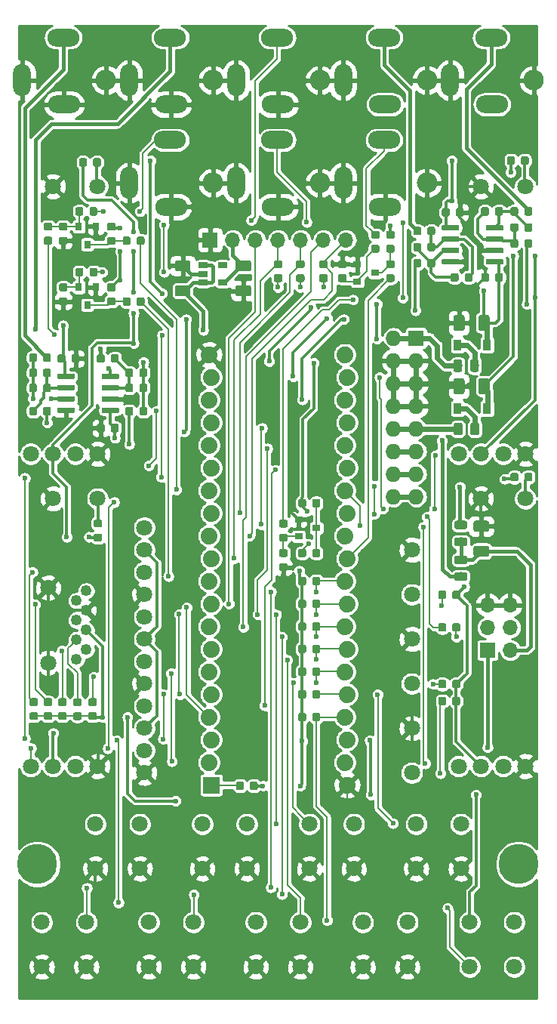
<source format=gbl>
G04 #@! TF.GenerationSoftware,KiCad,Pcbnew,(5.1.4)-1*
G04 #@! TF.CreationDate,2020-06-21T13:40:25+09:00*
G04 #@! TF.ProjectId,dooper-main,646f6f70-6572-42d6-9d61-696e2e6b6963,rev?*
G04 #@! TF.SameCoordinates,Original*
G04 #@! TF.FileFunction,Copper,L2,Bot*
G04 #@! TF.FilePolarity,Positive*
%FSLAX46Y46*%
G04 Gerber Fmt 4.6, Leading zero omitted, Abs format (unit mm)*
G04 Created by KiCad (PCBNEW (5.1.4)-1) date 2020-06-21 13:40:25*
%MOMM*%
%LPD*%
G04 APERTURE LIST*
%ADD10C,1.800000*%
%ADD11R,1.879600X1.879600*%
%ADD12C,1.879600*%
%ADD13C,0.100000*%
%ADD14C,0.975000*%
%ADD15C,1.250000*%
%ADD16O,2.000000X3.600000*%
%ADD17O,2.300000X2.300000*%
%ADD18O,3.600000X2.000000*%
%ADD19C,4.500000*%
%ADD20C,0.875000*%
%ADD21R,0.900000X1.200000*%
%ADD22R,1.700000X1.700000*%
%ADD23O,1.700000X1.700000*%
%ADD24R,1.727200X1.727200*%
%ADD25O,1.727200X1.727200*%
%ADD26R,0.800000X0.900000*%
%ADD27R,0.900000X0.800000*%
%ADD28C,0.600000*%
%ADD29R,1.060000X0.650000*%
%ADD30C,0.800000*%
%ADD31C,0.300000*%
%ADD32C,0.600000*%
%ADD33C,0.200000*%
%ADD34C,0.400000*%
%ADD35C,0.254000*%
G04 APERTURE END LIST*
D10*
X59000000Y-144500000D03*
X64000000Y-144500000D03*
X64000000Y-139500000D03*
X59000000Y-139500000D03*
X77000000Y-155500000D03*
X82000000Y-155500000D03*
X82000000Y-150500000D03*
X77000000Y-150500000D03*
X65000000Y-155500000D03*
X70000000Y-155500000D03*
X70000000Y-150500000D03*
X65000000Y-150500000D03*
X71000000Y-144500000D03*
X76000000Y-144500000D03*
X76000000Y-139500000D03*
X71000000Y-139500000D03*
X83000000Y-144500000D03*
X88000000Y-144500000D03*
X88000000Y-139500000D03*
X83000000Y-139500000D03*
X95000000Y-144500000D03*
X100000000Y-144500000D03*
X100000000Y-139500000D03*
X95000000Y-139500000D03*
X53000000Y-155500000D03*
X58000000Y-155500000D03*
X58000000Y-150500000D03*
X53000000Y-150500000D03*
X89000000Y-155500000D03*
X94000000Y-155500000D03*
X94000000Y-150500000D03*
X89000000Y-150500000D03*
X101000000Y-155500000D03*
X106000000Y-155500000D03*
X106000000Y-150500000D03*
X101000000Y-150500000D03*
X102250000Y-98000000D03*
X99750000Y-98000000D03*
X102250000Y-68000000D03*
X107250000Y-68000000D03*
X107250000Y-98000000D03*
X104750000Y-98000000D03*
X54250000Y-133000000D03*
X51750000Y-133000000D03*
X54250000Y-103000000D03*
X59250000Y-103000000D03*
X59250000Y-133000000D03*
X56750000Y-133000000D03*
X102250000Y-133000000D03*
X99750000Y-133000000D03*
X102250000Y-103000000D03*
X107250000Y-103000000D03*
X107250000Y-133000000D03*
X104750000Y-133000000D03*
X64500000Y-108750000D03*
X64500000Y-106250000D03*
X94500000Y-108750000D03*
X94500000Y-113750000D03*
X64500000Y-113750000D03*
X64500000Y-111250000D03*
X64500000Y-118750000D03*
X64500000Y-116250000D03*
X94500000Y-118750000D03*
X94500000Y-123750000D03*
X64500000Y-123750000D03*
X64500000Y-121250000D03*
X54250000Y-98000000D03*
X51750000Y-98000000D03*
X54250000Y-68000000D03*
X59250000Y-68000000D03*
X59250000Y-98000000D03*
X56750000Y-98000000D03*
X64500000Y-128750000D03*
X64500000Y-126250000D03*
X94500000Y-128750000D03*
X94500000Y-133750000D03*
X64500000Y-133750000D03*
X64500000Y-131250000D03*
D11*
X72007000Y-135130000D03*
D12*
X71753000Y-132590000D03*
X72007000Y-130050000D03*
X71753000Y-127510000D03*
X72007000Y-124970000D03*
X71753000Y-122430000D03*
X72007000Y-119890000D03*
X71753000Y-117350000D03*
X72007000Y-114810000D03*
X71753000Y-112270000D03*
X72007000Y-109730000D03*
X71753000Y-107190000D03*
X72007000Y-104650000D03*
X71753000Y-102110000D03*
X72007000Y-99570000D03*
X71753000Y-97030000D03*
X72007000Y-94490000D03*
X71753000Y-91950000D03*
X72007000Y-89410000D03*
X71753000Y-86870000D03*
X86993000Y-86870000D03*
X87247000Y-89410000D03*
X86993000Y-91950000D03*
X87247000Y-94490000D03*
X86993000Y-97030000D03*
X87247000Y-99570000D03*
X86993000Y-102110000D03*
X87247000Y-104650000D03*
X86993000Y-107190000D03*
X87247000Y-109730000D03*
X86993000Y-112270000D03*
X87247000Y-114810000D03*
X86993000Y-117350000D03*
X87247000Y-119890000D03*
X86993000Y-122430000D03*
X87247000Y-124970000D03*
X86993000Y-127510000D03*
X87247000Y-130050000D03*
X86993000Y-132590000D03*
X87247000Y-135130000D03*
D13*
G36*
X99930142Y-87401174D02*
G01*
X99953803Y-87404684D01*
X99977007Y-87410496D01*
X99999529Y-87418554D01*
X100021153Y-87428782D01*
X100041670Y-87441079D01*
X100060883Y-87455329D01*
X100078607Y-87471393D01*
X100094671Y-87489117D01*
X100108921Y-87508330D01*
X100121218Y-87528847D01*
X100131446Y-87550471D01*
X100139504Y-87572993D01*
X100145316Y-87596197D01*
X100148826Y-87619858D01*
X100150000Y-87643750D01*
X100150000Y-88556250D01*
X100148826Y-88580142D01*
X100145316Y-88603803D01*
X100139504Y-88627007D01*
X100131446Y-88649529D01*
X100121218Y-88671153D01*
X100108921Y-88691670D01*
X100094671Y-88710883D01*
X100078607Y-88728607D01*
X100060883Y-88744671D01*
X100041670Y-88758921D01*
X100021153Y-88771218D01*
X99999529Y-88781446D01*
X99977007Y-88789504D01*
X99953803Y-88795316D01*
X99930142Y-88798826D01*
X99906250Y-88800000D01*
X99418750Y-88800000D01*
X99394858Y-88798826D01*
X99371197Y-88795316D01*
X99347993Y-88789504D01*
X99325471Y-88781446D01*
X99303847Y-88771218D01*
X99283330Y-88758921D01*
X99264117Y-88744671D01*
X99246393Y-88728607D01*
X99230329Y-88710883D01*
X99216079Y-88691670D01*
X99203782Y-88671153D01*
X99193554Y-88649529D01*
X99185496Y-88627007D01*
X99179684Y-88603803D01*
X99176174Y-88580142D01*
X99175000Y-88556250D01*
X99175000Y-87643750D01*
X99176174Y-87619858D01*
X99179684Y-87596197D01*
X99185496Y-87572993D01*
X99193554Y-87550471D01*
X99203782Y-87528847D01*
X99216079Y-87508330D01*
X99230329Y-87489117D01*
X99246393Y-87471393D01*
X99264117Y-87455329D01*
X99283330Y-87441079D01*
X99303847Y-87428782D01*
X99325471Y-87418554D01*
X99347993Y-87410496D01*
X99371197Y-87404684D01*
X99394858Y-87401174D01*
X99418750Y-87400000D01*
X99906250Y-87400000D01*
X99930142Y-87401174D01*
X99930142Y-87401174D01*
G37*
D14*
X99662500Y-88100000D03*
D13*
G36*
X101805142Y-87401174D02*
G01*
X101828803Y-87404684D01*
X101852007Y-87410496D01*
X101874529Y-87418554D01*
X101896153Y-87428782D01*
X101916670Y-87441079D01*
X101935883Y-87455329D01*
X101953607Y-87471393D01*
X101969671Y-87489117D01*
X101983921Y-87508330D01*
X101996218Y-87528847D01*
X102006446Y-87550471D01*
X102014504Y-87572993D01*
X102020316Y-87596197D01*
X102023826Y-87619858D01*
X102025000Y-87643750D01*
X102025000Y-88556250D01*
X102023826Y-88580142D01*
X102020316Y-88603803D01*
X102014504Y-88627007D01*
X102006446Y-88649529D01*
X101996218Y-88671153D01*
X101983921Y-88691670D01*
X101969671Y-88710883D01*
X101953607Y-88728607D01*
X101935883Y-88744671D01*
X101916670Y-88758921D01*
X101896153Y-88771218D01*
X101874529Y-88781446D01*
X101852007Y-88789504D01*
X101828803Y-88795316D01*
X101805142Y-88798826D01*
X101781250Y-88800000D01*
X101293750Y-88800000D01*
X101269858Y-88798826D01*
X101246197Y-88795316D01*
X101222993Y-88789504D01*
X101200471Y-88781446D01*
X101178847Y-88771218D01*
X101158330Y-88758921D01*
X101139117Y-88744671D01*
X101121393Y-88728607D01*
X101105329Y-88710883D01*
X101091079Y-88691670D01*
X101078782Y-88671153D01*
X101068554Y-88649529D01*
X101060496Y-88627007D01*
X101054684Y-88603803D01*
X101051174Y-88580142D01*
X101050000Y-88556250D01*
X101050000Y-87643750D01*
X101051174Y-87619858D01*
X101054684Y-87596197D01*
X101060496Y-87572993D01*
X101068554Y-87550471D01*
X101078782Y-87528847D01*
X101091079Y-87508330D01*
X101105329Y-87489117D01*
X101121393Y-87471393D01*
X101139117Y-87455329D01*
X101158330Y-87441079D01*
X101178847Y-87428782D01*
X101200471Y-87418554D01*
X101222993Y-87410496D01*
X101246197Y-87404684D01*
X101269858Y-87401174D01*
X101293750Y-87400000D01*
X101781250Y-87400000D01*
X101805142Y-87401174D01*
X101805142Y-87401174D01*
G37*
D14*
X101537500Y-88100000D03*
D13*
G36*
X99967642Y-94501174D02*
G01*
X99991303Y-94504684D01*
X100014507Y-94510496D01*
X100037029Y-94518554D01*
X100058653Y-94528782D01*
X100079170Y-94541079D01*
X100098383Y-94555329D01*
X100116107Y-94571393D01*
X100132171Y-94589117D01*
X100146421Y-94608330D01*
X100158718Y-94628847D01*
X100168946Y-94650471D01*
X100177004Y-94672993D01*
X100182816Y-94696197D01*
X100186326Y-94719858D01*
X100187500Y-94743750D01*
X100187500Y-95656250D01*
X100186326Y-95680142D01*
X100182816Y-95703803D01*
X100177004Y-95727007D01*
X100168946Y-95749529D01*
X100158718Y-95771153D01*
X100146421Y-95791670D01*
X100132171Y-95810883D01*
X100116107Y-95828607D01*
X100098383Y-95844671D01*
X100079170Y-95858921D01*
X100058653Y-95871218D01*
X100037029Y-95881446D01*
X100014507Y-95889504D01*
X99991303Y-95895316D01*
X99967642Y-95898826D01*
X99943750Y-95900000D01*
X99456250Y-95900000D01*
X99432358Y-95898826D01*
X99408697Y-95895316D01*
X99385493Y-95889504D01*
X99362971Y-95881446D01*
X99341347Y-95871218D01*
X99320830Y-95858921D01*
X99301617Y-95844671D01*
X99283893Y-95828607D01*
X99267829Y-95810883D01*
X99253579Y-95791670D01*
X99241282Y-95771153D01*
X99231054Y-95749529D01*
X99222996Y-95727007D01*
X99217184Y-95703803D01*
X99213674Y-95680142D01*
X99212500Y-95656250D01*
X99212500Y-94743750D01*
X99213674Y-94719858D01*
X99217184Y-94696197D01*
X99222996Y-94672993D01*
X99231054Y-94650471D01*
X99241282Y-94628847D01*
X99253579Y-94608330D01*
X99267829Y-94589117D01*
X99283893Y-94571393D01*
X99301617Y-94555329D01*
X99320830Y-94541079D01*
X99341347Y-94528782D01*
X99362971Y-94518554D01*
X99385493Y-94510496D01*
X99408697Y-94504684D01*
X99432358Y-94501174D01*
X99456250Y-94500000D01*
X99943750Y-94500000D01*
X99967642Y-94501174D01*
X99967642Y-94501174D01*
G37*
D14*
X99700000Y-95200000D03*
D13*
G36*
X101842642Y-94501174D02*
G01*
X101866303Y-94504684D01*
X101889507Y-94510496D01*
X101912029Y-94518554D01*
X101933653Y-94528782D01*
X101954170Y-94541079D01*
X101973383Y-94555329D01*
X101991107Y-94571393D01*
X102007171Y-94589117D01*
X102021421Y-94608330D01*
X102033718Y-94628847D01*
X102043946Y-94650471D01*
X102052004Y-94672993D01*
X102057816Y-94696197D01*
X102061326Y-94719858D01*
X102062500Y-94743750D01*
X102062500Y-95656250D01*
X102061326Y-95680142D01*
X102057816Y-95703803D01*
X102052004Y-95727007D01*
X102043946Y-95749529D01*
X102033718Y-95771153D01*
X102021421Y-95791670D01*
X102007171Y-95810883D01*
X101991107Y-95828607D01*
X101973383Y-95844671D01*
X101954170Y-95858921D01*
X101933653Y-95871218D01*
X101912029Y-95881446D01*
X101889507Y-95889504D01*
X101866303Y-95895316D01*
X101842642Y-95898826D01*
X101818750Y-95900000D01*
X101331250Y-95900000D01*
X101307358Y-95898826D01*
X101283697Y-95895316D01*
X101260493Y-95889504D01*
X101237971Y-95881446D01*
X101216347Y-95871218D01*
X101195830Y-95858921D01*
X101176617Y-95844671D01*
X101158893Y-95828607D01*
X101142829Y-95810883D01*
X101128579Y-95791670D01*
X101116282Y-95771153D01*
X101106054Y-95749529D01*
X101097996Y-95727007D01*
X101092184Y-95703803D01*
X101088674Y-95680142D01*
X101087500Y-95656250D01*
X101087500Y-94743750D01*
X101088674Y-94719858D01*
X101092184Y-94696197D01*
X101097996Y-94672993D01*
X101106054Y-94650471D01*
X101116282Y-94628847D01*
X101128579Y-94608330D01*
X101142829Y-94589117D01*
X101158893Y-94571393D01*
X101176617Y-94555329D01*
X101195830Y-94541079D01*
X101216347Y-94528782D01*
X101237971Y-94518554D01*
X101260493Y-94510496D01*
X101283697Y-94504684D01*
X101307358Y-94501174D01*
X101331250Y-94500000D01*
X101818750Y-94500000D01*
X101842642Y-94501174D01*
X101842642Y-94501174D01*
G37*
D14*
X101575000Y-95200000D03*
D13*
G36*
X100480142Y-105476174D02*
G01*
X100503803Y-105479684D01*
X100527007Y-105485496D01*
X100549529Y-105493554D01*
X100571153Y-105503782D01*
X100591670Y-105516079D01*
X100610883Y-105530329D01*
X100628607Y-105546393D01*
X100644671Y-105564117D01*
X100658921Y-105583330D01*
X100671218Y-105603847D01*
X100681446Y-105625471D01*
X100689504Y-105647993D01*
X100695316Y-105671197D01*
X100698826Y-105694858D01*
X100700000Y-105718750D01*
X100700000Y-106206250D01*
X100698826Y-106230142D01*
X100695316Y-106253803D01*
X100689504Y-106277007D01*
X100681446Y-106299529D01*
X100671218Y-106321153D01*
X100658921Y-106341670D01*
X100644671Y-106360883D01*
X100628607Y-106378607D01*
X100610883Y-106394671D01*
X100591670Y-106408921D01*
X100571153Y-106421218D01*
X100549529Y-106431446D01*
X100527007Y-106439504D01*
X100503803Y-106445316D01*
X100480142Y-106448826D01*
X100456250Y-106450000D01*
X99543750Y-106450000D01*
X99519858Y-106448826D01*
X99496197Y-106445316D01*
X99472993Y-106439504D01*
X99450471Y-106431446D01*
X99428847Y-106421218D01*
X99408330Y-106408921D01*
X99389117Y-106394671D01*
X99371393Y-106378607D01*
X99355329Y-106360883D01*
X99341079Y-106341670D01*
X99328782Y-106321153D01*
X99318554Y-106299529D01*
X99310496Y-106277007D01*
X99304684Y-106253803D01*
X99301174Y-106230142D01*
X99300000Y-106206250D01*
X99300000Y-105718750D01*
X99301174Y-105694858D01*
X99304684Y-105671197D01*
X99310496Y-105647993D01*
X99318554Y-105625471D01*
X99328782Y-105603847D01*
X99341079Y-105583330D01*
X99355329Y-105564117D01*
X99371393Y-105546393D01*
X99389117Y-105530329D01*
X99408330Y-105516079D01*
X99428847Y-105503782D01*
X99450471Y-105493554D01*
X99472993Y-105485496D01*
X99496197Y-105479684D01*
X99519858Y-105476174D01*
X99543750Y-105475000D01*
X100456250Y-105475000D01*
X100480142Y-105476174D01*
X100480142Y-105476174D01*
G37*
D14*
X100000000Y-105962500D03*
D13*
G36*
X100480142Y-107351174D02*
G01*
X100503803Y-107354684D01*
X100527007Y-107360496D01*
X100549529Y-107368554D01*
X100571153Y-107378782D01*
X100591670Y-107391079D01*
X100610883Y-107405329D01*
X100628607Y-107421393D01*
X100644671Y-107439117D01*
X100658921Y-107458330D01*
X100671218Y-107478847D01*
X100681446Y-107500471D01*
X100689504Y-107522993D01*
X100695316Y-107546197D01*
X100698826Y-107569858D01*
X100700000Y-107593750D01*
X100700000Y-108081250D01*
X100698826Y-108105142D01*
X100695316Y-108128803D01*
X100689504Y-108152007D01*
X100681446Y-108174529D01*
X100671218Y-108196153D01*
X100658921Y-108216670D01*
X100644671Y-108235883D01*
X100628607Y-108253607D01*
X100610883Y-108269671D01*
X100591670Y-108283921D01*
X100571153Y-108296218D01*
X100549529Y-108306446D01*
X100527007Y-108314504D01*
X100503803Y-108320316D01*
X100480142Y-108323826D01*
X100456250Y-108325000D01*
X99543750Y-108325000D01*
X99519858Y-108323826D01*
X99496197Y-108320316D01*
X99472993Y-108314504D01*
X99450471Y-108306446D01*
X99428847Y-108296218D01*
X99408330Y-108283921D01*
X99389117Y-108269671D01*
X99371393Y-108253607D01*
X99355329Y-108235883D01*
X99341079Y-108216670D01*
X99328782Y-108196153D01*
X99318554Y-108174529D01*
X99310496Y-108152007D01*
X99304684Y-108128803D01*
X99301174Y-108105142D01*
X99300000Y-108081250D01*
X99300000Y-107593750D01*
X99301174Y-107569858D01*
X99304684Y-107546197D01*
X99310496Y-107522993D01*
X99318554Y-107500471D01*
X99328782Y-107478847D01*
X99341079Y-107458330D01*
X99355329Y-107439117D01*
X99371393Y-107421393D01*
X99389117Y-107405329D01*
X99408330Y-107391079D01*
X99428847Y-107378782D01*
X99450471Y-107368554D01*
X99472993Y-107360496D01*
X99496197Y-107354684D01*
X99519858Y-107351174D01*
X99543750Y-107350000D01*
X100456250Y-107350000D01*
X100480142Y-107351174D01*
X100480142Y-107351174D01*
G37*
D14*
X100000000Y-107837500D03*
D15*
X57985000Y-113350000D03*
X56885000Y-114450000D03*
X57985000Y-115550000D03*
X56885000Y-116650000D03*
X57985000Y-117750000D03*
X56885000Y-118850000D03*
X57985000Y-119950000D03*
X56885000Y-121050000D03*
D10*
X53715000Y-113000000D03*
X53715000Y-121400000D03*
D16*
X98800000Y-56100000D03*
D17*
X108200000Y-56100000D03*
D18*
X103500000Y-58800000D03*
X103400000Y-51300000D03*
D16*
X74800000Y-56100000D03*
D17*
X84200000Y-56100000D03*
D18*
X79500000Y-58800000D03*
X79400000Y-51300000D03*
D16*
X86800000Y-56100000D03*
D17*
X96200000Y-56100000D03*
D18*
X91500000Y-58800000D03*
X91400000Y-51300000D03*
D16*
X62800000Y-56100000D03*
D17*
X72200000Y-56100000D03*
D18*
X67500000Y-58800000D03*
X67400000Y-51300000D03*
D16*
X50800000Y-56100000D03*
D17*
X60200000Y-56100000D03*
D18*
X55500000Y-58800000D03*
X55400000Y-51300000D03*
D16*
X86800000Y-67600000D03*
D17*
X96200000Y-67600000D03*
D18*
X91500000Y-70300000D03*
X91400000Y-62800000D03*
D16*
X62800000Y-67600000D03*
D17*
X72200000Y-67600000D03*
D18*
X67500000Y-70300000D03*
X67400000Y-62800000D03*
D16*
X74800000Y-67600000D03*
D17*
X84200000Y-67600000D03*
D18*
X79500000Y-70300000D03*
X79400000Y-62800000D03*
D19*
X106500000Y-144000000D03*
X52500000Y-144000000D03*
D13*
G36*
X64627691Y-90126053D02*
G01*
X64648926Y-90129203D01*
X64669750Y-90134419D01*
X64689962Y-90141651D01*
X64709368Y-90150830D01*
X64727781Y-90161866D01*
X64745024Y-90174654D01*
X64760930Y-90189070D01*
X64775346Y-90204976D01*
X64788134Y-90222219D01*
X64799170Y-90240632D01*
X64808349Y-90260038D01*
X64815581Y-90280250D01*
X64820797Y-90301074D01*
X64823947Y-90322309D01*
X64825000Y-90343750D01*
X64825000Y-90856250D01*
X64823947Y-90877691D01*
X64820797Y-90898926D01*
X64815581Y-90919750D01*
X64808349Y-90939962D01*
X64799170Y-90959368D01*
X64788134Y-90977781D01*
X64775346Y-90995024D01*
X64760930Y-91010930D01*
X64745024Y-91025346D01*
X64727781Y-91038134D01*
X64709368Y-91049170D01*
X64689962Y-91058349D01*
X64669750Y-91065581D01*
X64648926Y-91070797D01*
X64627691Y-91073947D01*
X64606250Y-91075000D01*
X64168750Y-91075000D01*
X64147309Y-91073947D01*
X64126074Y-91070797D01*
X64105250Y-91065581D01*
X64085038Y-91058349D01*
X64065632Y-91049170D01*
X64047219Y-91038134D01*
X64029976Y-91025346D01*
X64014070Y-91010930D01*
X63999654Y-90995024D01*
X63986866Y-90977781D01*
X63975830Y-90959368D01*
X63966651Y-90939962D01*
X63959419Y-90919750D01*
X63954203Y-90898926D01*
X63951053Y-90877691D01*
X63950000Y-90856250D01*
X63950000Y-90343750D01*
X63951053Y-90322309D01*
X63954203Y-90301074D01*
X63959419Y-90280250D01*
X63966651Y-90260038D01*
X63975830Y-90240632D01*
X63986866Y-90222219D01*
X63999654Y-90204976D01*
X64014070Y-90189070D01*
X64029976Y-90174654D01*
X64047219Y-90161866D01*
X64065632Y-90150830D01*
X64085038Y-90141651D01*
X64105250Y-90134419D01*
X64126074Y-90129203D01*
X64147309Y-90126053D01*
X64168750Y-90125000D01*
X64606250Y-90125000D01*
X64627691Y-90126053D01*
X64627691Y-90126053D01*
G37*
D20*
X64387500Y-90600000D03*
D13*
G36*
X63052691Y-90126053D02*
G01*
X63073926Y-90129203D01*
X63094750Y-90134419D01*
X63114962Y-90141651D01*
X63134368Y-90150830D01*
X63152781Y-90161866D01*
X63170024Y-90174654D01*
X63185930Y-90189070D01*
X63200346Y-90204976D01*
X63213134Y-90222219D01*
X63224170Y-90240632D01*
X63233349Y-90260038D01*
X63240581Y-90280250D01*
X63245797Y-90301074D01*
X63248947Y-90322309D01*
X63250000Y-90343750D01*
X63250000Y-90856250D01*
X63248947Y-90877691D01*
X63245797Y-90898926D01*
X63240581Y-90919750D01*
X63233349Y-90939962D01*
X63224170Y-90959368D01*
X63213134Y-90977781D01*
X63200346Y-90995024D01*
X63185930Y-91010930D01*
X63170024Y-91025346D01*
X63152781Y-91038134D01*
X63134368Y-91049170D01*
X63114962Y-91058349D01*
X63094750Y-91065581D01*
X63073926Y-91070797D01*
X63052691Y-91073947D01*
X63031250Y-91075000D01*
X62593750Y-91075000D01*
X62572309Y-91073947D01*
X62551074Y-91070797D01*
X62530250Y-91065581D01*
X62510038Y-91058349D01*
X62490632Y-91049170D01*
X62472219Y-91038134D01*
X62454976Y-91025346D01*
X62439070Y-91010930D01*
X62424654Y-90995024D01*
X62411866Y-90977781D01*
X62400830Y-90959368D01*
X62391651Y-90939962D01*
X62384419Y-90919750D01*
X62379203Y-90898926D01*
X62376053Y-90877691D01*
X62375000Y-90856250D01*
X62375000Y-90343750D01*
X62376053Y-90322309D01*
X62379203Y-90301074D01*
X62384419Y-90280250D01*
X62391651Y-90260038D01*
X62400830Y-90240632D01*
X62411866Y-90222219D01*
X62424654Y-90204976D01*
X62439070Y-90189070D01*
X62454976Y-90174654D01*
X62472219Y-90161866D01*
X62490632Y-90150830D01*
X62510038Y-90141651D01*
X62530250Y-90134419D01*
X62551074Y-90129203D01*
X62572309Y-90126053D01*
X62593750Y-90125000D01*
X63031250Y-90125000D01*
X63052691Y-90126053D01*
X63052691Y-90126053D01*
G37*
D20*
X62812500Y-90600000D03*
D13*
G36*
X55452691Y-86826053D02*
G01*
X55473926Y-86829203D01*
X55494750Y-86834419D01*
X55514962Y-86841651D01*
X55534368Y-86850830D01*
X55552781Y-86861866D01*
X55570024Y-86874654D01*
X55585930Y-86889070D01*
X55600346Y-86904976D01*
X55613134Y-86922219D01*
X55624170Y-86940632D01*
X55633349Y-86960038D01*
X55640581Y-86980250D01*
X55645797Y-87001074D01*
X55648947Y-87022309D01*
X55650000Y-87043750D01*
X55650000Y-87556250D01*
X55648947Y-87577691D01*
X55645797Y-87598926D01*
X55640581Y-87619750D01*
X55633349Y-87639962D01*
X55624170Y-87659368D01*
X55613134Y-87677781D01*
X55600346Y-87695024D01*
X55585930Y-87710930D01*
X55570024Y-87725346D01*
X55552781Y-87738134D01*
X55534368Y-87749170D01*
X55514962Y-87758349D01*
X55494750Y-87765581D01*
X55473926Y-87770797D01*
X55452691Y-87773947D01*
X55431250Y-87775000D01*
X54993750Y-87775000D01*
X54972309Y-87773947D01*
X54951074Y-87770797D01*
X54930250Y-87765581D01*
X54910038Y-87758349D01*
X54890632Y-87749170D01*
X54872219Y-87738134D01*
X54854976Y-87725346D01*
X54839070Y-87710930D01*
X54824654Y-87695024D01*
X54811866Y-87677781D01*
X54800830Y-87659368D01*
X54791651Y-87639962D01*
X54784419Y-87619750D01*
X54779203Y-87598926D01*
X54776053Y-87577691D01*
X54775000Y-87556250D01*
X54775000Y-87043750D01*
X54776053Y-87022309D01*
X54779203Y-87001074D01*
X54784419Y-86980250D01*
X54791651Y-86960038D01*
X54800830Y-86940632D01*
X54811866Y-86922219D01*
X54824654Y-86904976D01*
X54839070Y-86889070D01*
X54854976Y-86874654D01*
X54872219Y-86861866D01*
X54890632Y-86850830D01*
X54910038Y-86841651D01*
X54930250Y-86834419D01*
X54951074Y-86829203D01*
X54972309Y-86826053D01*
X54993750Y-86825000D01*
X55431250Y-86825000D01*
X55452691Y-86826053D01*
X55452691Y-86826053D01*
G37*
D20*
X55212500Y-87300000D03*
D13*
G36*
X57027691Y-86826053D02*
G01*
X57048926Y-86829203D01*
X57069750Y-86834419D01*
X57089962Y-86841651D01*
X57109368Y-86850830D01*
X57127781Y-86861866D01*
X57145024Y-86874654D01*
X57160930Y-86889070D01*
X57175346Y-86904976D01*
X57188134Y-86922219D01*
X57199170Y-86940632D01*
X57208349Y-86960038D01*
X57215581Y-86980250D01*
X57220797Y-87001074D01*
X57223947Y-87022309D01*
X57225000Y-87043750D01*
X57225000Y-87556250D01*
X57223947Y-87577691D01*
X57220797Y-87598926D01*
X57215581Y-87619750D01*
X57208349Y-87639962D01*
X57199170Y-87659368D01*
X57188134Y-87677781D01*
X57175346Y-87695024D01*
X57160930Y-87710930D01*
X57145024Y-87725346D01*
X57127781Y-87738134D01*
X57109368Y-87749170D01*
X57089962Y-87758349D01*
X57069750Y-87765581D01*
X57048926Y-87770797D01*
X57027691Y-87773947D01*
X57006250Y-87775000D01*
X56568750Y-87775000D01*
X56547309Y-87773947D01*
X56526074Y-87770797D01*
X56505250Y-87765581D01*
X56485038Y-87758349D01*
X56465632Y-87749170D01*
X56447219Y-87738134D01*
X56429976Y-87725346D01*
X56414070Y-87710930D01*
X56399654Y-87695024D01*
X56386866Y-87677781D01*
X56375830Y-87659368D01*
X56366651Y-87639962D01*
X56359419Y-87619750D01*
X56354203Y-87598926D01*
X56351053Y-87577691D01*
X56350000Y-87556250D01*
X56350000Y-87043750D01*
X56351053Y-87022309D01*
X56354203Y-87001074D01*
X56359419Y-86980250D01*
X56366651Y-86960038D01*
X56375830Y-86940632D01*
X56386866Y-86922219D01*
X56399654Y-86904976D01*
X56414070Y-86889070D01*
X56429976Y-86874654D01*
X56447219Y-86861866D01*
X56465632Y-86850830D01*
X56485038Y-86841651D01*
X56505250Y-86834419D01*
X56526074Y-86829203D01*
X56547309Y-86826053D01*
X56568750Y-86825000D01*
X57006250Y-86825000D01*
X57027691Y-86826053D01*
X57027691Y-86826053D01*
G37*
D20*
X56787500Y-87300000D03*
D13*
G36*
X59852691Y-94626053D02*
G01*
X59873926Y-94629203D01*
X59894750Y-94634419D01*
X59914962Y-94641651D01*
X59934368Y-94650830D01*
X59952781Y-94661866D01*
X59970024Y-94674654D01*
X59985930Y-94689070D01*
X60000346Y-94704976D01*
X60013134Y-94722219D01*
X60024170Y-94740632D01*
X60033349Y-94760038D01*
X60040581Y-94780250D01*
X60045797Y-94801074D01*
X60048947Y-94822309D01*
X60050000Y-94843750D01*
X60050000Y-95356250D01*
X60048947Y-95377691D01*
X60045797Y-95398926D01*
X60040581Y-95419750D01*
X60033349Y-95439962D01*
X60024170Y-95459368D01*
X60013134Y-95477781D01*
X60000346Y-95495024D01*
X59985930Y-95510930D01*
X59970024Y-95525346D01*
X59952781Y-95538134D01*
X59934368Y-95549170D01*
X59914962Y-95558349D01*
X59894750Y-95565581D01*
X59873926Y-95570797D01*
X59852691Y-95573947D01*
X59831250Y-95575000D01*
X59393750Y-95575000D01*
X59372309Y-95573947D01*
X59351074Y-95570797D01*
X59330250Y-95565581D01*
X59310038Y-95558349D01*
X59290632Y-95549170D01*
X59272219Y-95538134D01*
X59254976Y-95525346D01*
X59239070Y-95510930D01*
X59224654Y-95495024D01*
X59211866Y-95477781D01*
X59200830Y-95459368D01*
X59191651Y-95439962D01*
X59184419Y-95419750D01*
X59179203Y-95398926D01*
X59176053Y-95377691D01*
X59175000Y-95356250D01*
X59175000Y-94843750D01*
X59176053Y-94822309D01*
X59179203Y-94801074D01*
X59184419Y-94780250D01*
X59191651Y-94760038D01*
X59200830Y-94740632D01*
X59211866Y-94722219D01*
X59224654Y-94704976D01*
X59239070Y-94689070D01*
X59254976Y-94674654D01*
X59272219Y-94661866D01*
X59290632Y-94650830D01*
X59310038Y-94641651D01*
X59330250Y-94634419D01*
X59351074Y-94629203D01*
X59372309Y-94626053D01*
X59393750Y-94625000D01*
X59831250Y-94625000D01*
X59852691Y-94626053D01*
X59852691Y-94626053D01*
G37*
D20*
X59612500Y-95100000D03*
D13*
G36*
X61427691Y-94626053D02*
G01*
X61448926Y-94629203D01*
X61469750Y-94634419D01*
X61489962Y-94641651D01*
X61509368Y-94650830D01*
X61527781Y-94661866D01*
X61545024Y-94674654D01*
X61560930Y-94689070D01*
X61575346Y-94704976D01*
X61588134Y-94722219D01*
X61599170Y-94740632D01*
X61608349Y-94760038D01*
X61615581Y-94780250D01*
X61620797Y-94801074D01*
X61623947Y-94822309D01*
X61625000Y-94843750D01*
X61625000Y-95356250D01*
X61623947Y-95377691D01*
X61620797Y-95398926D01*
X61615581Y-95419750D01*
X61608349Y-95439962D01*
X61599170Y-95459368D01*
X61588134Y-95477781D01*
X61575346Y-95495024D01*
X61560930Y-95510930D01*
X61545024Y-95525346D01*
X61527781Y-95538134D01*
X61509368Y-95549170D01*
X61489962Y-95558349D01*
X61469750Y-95565581D01*
X61448926Y-95570797D01*
X61427691Y-95573947D01*
X61406250Y-95575000D01*
X60968750Y-95575000D01*
X60947309Y-95573947D01*
X60926074Y-95570797D01*
X60905250Y-95565581D01*
X60885038Y-95558349D01*
X60865632Y-95549170D01*
X60847219Y-95538134D01*
X60829976Y-95525346D01*
X60814070Y-95510930D01*
X60799654Y-95495024D01*
X60786866Y-95477781D01*
X60775830Y-95459368D01*
X60766651Y-95439962D01*
X60759419Y-95419750D01*
X60754203Y-95398926D01*
X60751053Y-95377691D01*
X60750000Y-95356250D01*
X60750000Y-94843750D01*
X60751053Y-94822309D01*
X60754203Y-94801074D01*
X60759419Y-94780250D01*
X60766651Y-94760038D01*
X60775830Y-94740632D01*
X60786866Y-94722219D01*
X60799654Y-94704976D01*
X60814070Y-94689070D01*
X60829976Y-94674654D01*
X60847219Y-94661866D01*
X60865632Y-94650830D01*
X60885038Y-94641651D01*
X60905250Y-94634419D01*
X60926074Y-94629203D01*
X60947309Y-94626053D01*
X60968750Y-94625000D01*
X61406250Y-94625000D01*
X61427691Y-94626053D01*
X61427691Y-94626053D01*
G37*
D20*
X61187500Y-95100000D03*
D13*
G36*
X52252691Y-90126053D02*
G01*
X52273926Y-90129203D01*
X52294750Y-90134419D01*
X52314962Y-90141651D01*
X52334368Y-90150830D01*
X52352781Y-90161866D01*
X52370024Y-90174654D01*
X52385930Y-90189070D01*
X52400346Y-90204976D01*
X52413134Y-90222219D01*
X52424170Y-90240632D01*
X52433349Y-90260038D01*
X52440581Y-90280250D01*
X52445797Y-90301074D01*
X52448947Y-90322309D01*
X52450000Y-90343750D01*
X52450000Y-90856250D01*
X52448947Y-90877691D01*
X52445797Y-90898926D01*
X52440581Y-90919750D01*
X52433349Y-90939962D01*
X52424170Y-90959368D01*
X52413134Y-90977781D01*
X52400346Y-90995024D01*
X52385930Y-91010930D01*
X52370024Y-91025346D01*
X52352781Y-91038134D01*
X52334368Y-91049170D01*
X52314962Y-91058349D01*
X52294750Y-91065581D01*
X52273926Y-91070797D01*
X52252691Y-91073947D01*
X52231250Y-91075000D01*
X51793750Y-91075000D01*
X51772309Y-91073947D01*
X51751074Y-91070797D01*
X51730250Y-91065581D01*
X51710038Y-91058349D01*
X51690632Y-91049170D01*
X51672219Y-91038134D01*
X51654976Y-91025346D01*
X51639070Y-91010930D01*
X51624654Y-90995024D01*
X51611866Y-90977781D01*
X51600830Y-90959368D01*
X51591651Y-90939962D01*
X51584419Y-90919750D01*
X51579203Y-90898926D01*
X51576053Y-90877691D01*
X51575000Y-90856250D01*
X51575000Y-90343750D01*
X51576053Y-90322309D01*
X51579203Y-90301074D01*
X51584419Y-90280250D01*
X51591651Y-90260038D01*
X51600830Y-90240632D01*
X51611866Y-90222219D01*
X51624654Y-90204976D01*
X51639070Y-90189070D01*
X51654976Y-90174654D01*
X51672219Y-90161866D01*
X51690632Y-90150830D01*
X51710038Y-90141651D01*
X51730250Y-90134419D01*
X51751074Y-90129203D01*
X51772309Y-90126053D01*
X51793750Y-90125000D01*
X52231250Y-90125000D01*
X52252691Y-90126053D01*
X52252691Y-90126053D01*
G37*
D20*
X52012500Y-90600000D03*
D13*
G36*
X53827691Y-90126053D02*
G01*
X53848926Y-90129203D01*
X53869750Y-90134419D01*
X53889962Y-90141651D01*
X53909368Y-90150830D01*
X53927781Y-90161866D01*
X53945024Y-90174654D01*
X53960930Y-90189070D01*
X53975346Y-90204976D01*
X53988134Y-90222219D01*
X53999170Y-90240632D01*
X54008349Y-90260038D01*
X54015581Y-90280250D01*
X54020797Y-90301074D01*
X54023947Y-90322309D01*
X54025000Y-90343750D01*
X54025000Y-90856250D01*
X54023947Y-90877691D01*
X54020797Y-90898926D01*
X54015581Y-90919750D01*
X54008349Y-90939962D01*
X53999170Y-90959368D01*
X53988134Y-90977781D01*
X53975346Y-90995024D01*
X53960930Y-91010930D01*
X53945024Y-91025346D01*
X53927781Y-91038134D01*
X53909368Y-91049170D01*
X53889962Y-91058349D01*
X53869750Y-91065581D01*
X53848926Y-91070797D01*
X53827691Y-91073947D01*
X53806250Y-91075000D01*
X53368750Y-91075000D01*
X53347309Y-91073947D01*
X53326074Y-91070797D01*
X53305250Y-91065581D01*
X53285038Y-91058349D01*
X53265632Y-91049170D01*
X53247219Y-91038134D01*
X53229976Y-91025346D01*
X53214070Y-91010930D01*
X53199654Y-90995024D01*
X53186866Y-90977781D01*
X53175830Y-90959368D01*
X53166651Y-90939962D01*
X53159419Y-90919750D01*
X53154203Y-90898926D01*
X53151053Y-90877691D01*
X53150000Y-90856250D01*
X53150000Y-90343750D01*
X53151053Y-90322309D01*
X53154203Y-90301074D01*
X53159419Y-90280250D01*
X53166651Y-90260038D01*
X53175830Y-90240632D01*
X53186866Y-90222219D01*
X53199654Y-90204976D01*
X53214070Y-90189070D01*
X53229976Y-90174654D01*
X53247219Y-90161866D01*
X53265632Y-90150830D01*
X53285038Y-90141651D01*
X53305250Y-90134419D01*
X53326074Y-90129203D01*
X53347309Y-90126053D01*
X53368750Y-90125000D01*
X53806250Y-90125000D01*
X53827691Y-90126053D01*
X53827691Y-90126053D01*
G37*
D20*
X53587500Y-90600000D03*
D13*
G36*
X69449504Y-79076204D02*
G01*
X69473773Y-79079804D01*
X69497571Y-79085765D01*
X69520671Y-79094030D01*
X69542849Y-79104520D01*
X69563893Y-79117133D01*
X69583598Y-79131747D01*
X69601777Y-79148223D01*
X69618253Y-79166402D01*
X69632867Y-79186107D01*
X69645480Y-79207151D01*
X69655970Y-79229329D01*
X69664235Y-79252429D01*
X69670196Y-79276227D01*
X69673796Y-79300496D01*
X69675000Y-79325000D01*
X69675000Y-80075000D01*
X69673796Y-80099504D01*
X69670196Y-80123773D01*
X69664235Y-80147571D01*
X69655970Y-80170671D01*
X69645480Y-80192849D01*
X69632867Y-80213893D01*
X69618253Y-80233598D01*
X69601777Y-80251777D01*
X69583598Y-80268253D01*
X69563893Y-80282867D01*
X69542849Y-80295480D01*
X69520671Y-80305970D01*
X69497571Y-80314235D01*
X69473773Y-80320196D01*
X69449504Y-80323796D01*
X69425000Y-80325000D01*
X68175000Y-80325000D01*
X68150496Y-80323796D01*
X68126227Y-80320196D01*
X68102429Y-80314235D01*
X68079329Y-80305970D01*
X68057151Y-80295480D01*
X68036107Y-80282867D01*
X68016402Y-80268253D01*
X67998223Y-80251777D01*
X67981747Y-80233598D01*
X67967133Y-80213893D01*
X67954520Y-80192849D01*
X67944030Y-80170671D01*
X67935765Y-80147571D01*
X67929804Y-80123773D01*
X67926204Y-80099504D01*
X67925000Y-80075000D01*
X67925000Y-79325000D01*
X67926204Y-79300496D01*
X67929804Y-79276227D01*
X67935765Y-79252429D01*
X67944030Y-79229329D01*
X67954520Y-79207151D01*
X67967133Y-79186107D01*
X67981747Y-79166402D01*
X67998223Y-79148223D01*
X68016402Y-79131747D01*
X68036107Y-79117133D01*
X68057151Y-79104520D01*
X68079329Y-79094030D01*
X68102429Y-79085765D01*
X68126227Y-79079804D01*
X68150496Y-79076204D01*
X68175000Y-79075000D01*
X69425000Y-79075000D01*
X69449504Y-79076204D01*
X69449504Y-79076204D01*
G37*
D15*
X68800000Y-79700000D03*
D13*
G36*
X69449504Y-76276204D02*
G01*
X69473773Y-76279804D01*
X69497571Y-76285765D01*
X69520671Y-76294030D01*
X69542849Y-76304520D01*
X69563893Y-76317133D01*
X69583598Y-76331747D01*
X69601777Y-76348223D01*
X69618253Y-76366402D01*
X69632867Y-76386107D01*
X69645480Y-76407151D01*
X69655970Y-76429329D01*
X69664235Y-76452429D01*
X69670196Y-76476227D01*
X69673796Y-76500496D01*
X69675000Y-76525000D01*
X69675000Y-77275000D01*
X69673796Y-77299504D01*
X69670196Y-77323773D01*
X69664235Y-77347571D01*
X69655970Y-77370671D01*
X69645480Y-77392849D01*
X69632867Y-77413893D01*
X69618253Y-77433598D01*
X69601777Y-77451777D01*
X69583598Y-77468253D01*
X69563893Y-77482867D01*
X69542849Y-77495480D01*
X69520671Y-77505970D01*
X69497571Y-77514235D01*
X69473773Y-77520196D01*
X69449504Y-77523796D01*
X69425000Y-77525000D01*
X68175000Y-77525000D01*
X68150496Y-77523796D01*
X68126227Y-77520196D01*
X68102429Y-77514235D01*
X68079329Y-77505970D01*
X68057151Y-77495480D01*
X68036107Y-77482867D01*
X68016402Y-77468253D01*
X67998223Y-77451777D01*
X67981747Y-77433598D01*
X67967133Y-77413893D01*
X67954520Y-77392849D01*
X67944030Y-77370671D01*
X67935765Y-77347571D01*
X67929804Y-77323773D01*
X67926204Y-77299504D01*
X67925000Y-77275000D01*
X67925000Y-76525000D01*
X67926204Y-76500496D01*
X67929804Y-76476227D01*
X67935765Y-76452429D01*
X67944030Y-76429329D01*
X67954520Y-76407151D01*
X67967133Y-76386107D01*
X67981747Y-76366402D01*
X67998223Y-76348223D01*
X68016402Y-76331747D01*
X68036107Y-76317133D01*
X68057151Y-76304520D01*
X68079329Y-76294030D01*
X68102429Y-76285765D01*
X68126227Y-76279804D01*
X68150496Y-76276204D01*
X68175000Y-76275000D01*
X69425000Y-76275000D01*
X69449504Y-76276204D01*
X69449504Y-76276204D01*
G37*
D15*
X68800000Y-76900000D03*
D13*
G36*
X76249504Y-79076204D02*
G01*
X76273773Y-79079804D01*
X76297571Y-79085765D01*
X76320671Y-79094030D01*
X76342849Y-79104520D01*
X76363893Y-79117133D01*
X76383598Y-79131747D01*
X76401777Y-79148223D01*
X76418253Y-79166402D01*
X76432867Y-79186107D01*
X76445480Y-79207151D01*
X76455970Y-79229329D01*
X76464235Y-79252429D01*
X76470196Y-79276227D01*
X76473796Y-79300496D01*
X76475000Y-79325000D01*
X76475000Y-80075000D01*
X76473796Y-80099504D01*
X76470196Y-80123773D01*
X76464235Y-80147571D01*
X76455970Y-80170671D01*
X76445480Y-80192849D01*
X76432867Y-80213893D01*
X76418253Y-80233598D01*
X76401777Y-80251777D01*
X76383598Y-80268253D01*
X76363893Y-80282867D01*
X76342849Y-80295480D01*
X76320671Y-80305970D01*
X76297571Y-80314235D01*
X76273773Y-80320196D01*
X76249504Y-80323796D01*
X76225000Y-80325000D01*
X74975000Y-80325000D01*
X74950496Y-80323796D01*
X74926227Y-80320196D01*
X74902429Y-80314235D01*
X74879329Y-80305970D01*
X74857151Y-80295480D01*
X74836107Y-80282867D01*
X74816402Y-80268253D01*
X74798223Y-80251777D01*
X74781747Y-80233598D01*
X74767133Y-80213893D01*
X74754520Y-80192849D01*
X74744030Y-80170671D01*
X74735765Y-80147571D01*
X74729804Y-80123773D01*
X74726204Y-80099504D01*
X74725000Y-80075000D01*
X74725000Y-79325000D01*
X74726204Y-79300496D01*
X74729804Y-79276227D01*
X74735765Y-79252429D01*
X74744030Y-79229329D01*
X74754520Y-79207151D01*
X74767133Y-79186107D01*
X74781747Y-79166402D01*
X74798223Y-79148223D01*
X74816402Y-79131747D01*
X74836107Y-79117133D01*
X74857151Y-79104520D01*
X74879329Y-79094030D01*
X74902429Y-79085765D01*
X74926227Y-79079804D01*
X74950496Y-79076204D01*
X74975000Y-79075000D01*
X76225000Y-79075000D01*
X76249504Y-79076204D01*
X76249504Y-79076204D01*
G37*
D15*
X75600000Y-79700000D03*
D13*
G36*
X76249504Y-76276204D02*
G01*
X76273773Y-76279804D01*
X76297571Y-76285765D01*
X76320671Y-76294030D01*
X76342849Y-76304520D01*
X76363893Y-76317133D01*
X76383598Y-76331747D01*
X76401777Y-76348223D01*
X76418253Y-76366402D01*
X76432867Y-76386107D01*
X76445480Y-76407151D01*
X76455970Y-76429329D01*
X76464235Y-76452429D01*
X76470196Y-76476227D01*
X76473796Y-76500496D01*
X76475000Y-76525000D01*
X76475000Y-77275000D01*
X76473796Y-77299504D01*
X76470196Y-77323773D01*
X76464235Y-77347571D01*
X76455970Y-77370671D01*
X76445480Y-77392849D01*
X76432867Y-77413893D01*
X76418253Y-77433598D01*
X76401777Y-77451777D01*
X76383598Y-77468253D01*
X76363893Y-77482867D01*
X76342849Y-77495480D01*
X76320671Y-77505970D01*
X76297571Y-77514235D01*
X76273773Y-77520196D01*
X76249504Y-77523796D01*
X76225000Y-77525000D01*
X74975000Y-77525000D01*
X74950496Y-77523796D01*
X74926227Y-77520196D01*
X74902429Y-77514235D01*
X74879329Y-77505970D01*
X74857151Y-77495480D01*
X74836107Y-77482867D01*
X74816402Y-77468253D01*
X74798223Y-77451777D01*
X74781747Y-77433598D01*
X74767133Y-77413893D01*
X74754520Y-77392849D01*
X74744030Y-77370671D01*
X74735765Y-77347571D01*
X74729804Y-77323773D01*
X74726204Y-77299504D01*
X74725000Y-77275000D01*
X74725000Y-76525000D01*
X74726204Y-76500496D01*
X74729804Y-76476227D01*
X74735765Y-76452429D01*
X74744030Y-76429329D01*
X74754520Y-76407151D01*
X74767133Y-76386107D01*
X74781747Y-76366402D01*
X74798223Y-76348223D01*
X74816402Y-76331747D01*
X74836107Y-76317133D01*
X74857151Y-76304520D01*
X74879329Y-76294030D01*
X74902429Y-76285765D01*
X74926227Y-76279804D01*
X74950496Y-76276204D01*
X74975000Y-76275000D01*
X76225000Y-76275000D01*
X76249504Y-76276204D01*
X76249504Y-76276204D01*
G37*
D15*
X75600000Y-76900000D03*
D13*
G36*
X107827691Y-72126053D02*
G01*
X107848926Y-72129203D01*
X107869750Y-72134419D01*
X107889962Y-72141651D01*
X107909368Y-72150830D01*
X107927781Y-72161866D01*
X107945024Y-72174654D01*
X107960930Y-72189070D01*
X107975346Y-72204976D01*
X107988134Y-72222219D01*
X107999170Y-72240632D01*
X108008349Y-72260038D01*
X108015581Y-72280250D01*
X108020797Y-72301074D01*
X108023947Y-72322309D01*
X108025000Y-72343750D01*
X108025000Y-72856250D01*
X108023947Y-72877691D01*
X108020797Y-72898926D01*
X108015581Y-72919750D01*
X108008349Y-72939962D01*
X107999170Y-72959368D01*
X107988134Y-72977781D01*
X107975346Y-72995024D01*
X107960930Y-73010930D01*
X107945024Y-73025346D01*
X107927781Y-73038134D01*
X107909368Y-73049170D01*
X107889962Y-73058349D01*
X107869750Y-73065581D01*
X107848926Y-73070797D01*
X107827691Y-73073947D01*
X107806250Y-73075000D01*
X107368750Y-73075000D01*
X107347309Y-73073947D01*
X107326074Y-73070797D01*
X107305250Y-73065581D01*
X107285038Y-73058349D01*
X107265632Y-73049170D01*
X107247219Y-73038134D01*
X107229976Y-73025346D01*
X107214070Y-73010930D01*
X107199654Y-72995024D01*
X107186866Y-72977781D01*
X107175830Y-72959368D01*
X107166651Y-72939962D01*
X107159419Y-72919750D01*
X107154203Y-72898926D01*
X107151053Y-72877691D01*
X107150000Y-72856250D01*
X107150000Y-72343750D01*
X107151053Y-72322309D01*
X107154203Y-72301074D01*
X107159419Y-72280250D01*
X107166651Y-72260038D01*
X107175830Y-72240632D01*
X107186866Y-72222219D01*
X107199654Y-72204976D01*
X107214070Y-72189070D01*
X107229976Y-72174654D01*
X107247219Y-72161866D01*
X107265632Y-72150830D01*
X107285038Y-72141651D01*
X107305250Y-72134419D01*
X107326074Y-72129203D01*
X107347309Y-72126053D01*
X107368750Y-72125000D01*
X107806250Y-72125000D01*
X107827691Y-72126053D01*
X107827691Y-72126053D01*
G37*
D20*
X107587500Y-72600000D03*
D13*
G36*
X106252691Y-72126053D02*
G01*
X106273926Y-72129203D01*
X106294750Y-72134419D01*
X106314962Y-72141651D01*
X106334368Y-72150830D01*
X106352781Y-72161866D01*
X106370024Y-72174654D01*
X106385930Y-72189070D01*
X106400346Y-72204976D01*
X106413134Y-72222219D01*
X106424170Y-72240632D01*
X106433349Y-72260038D01*
X106440581Y-72280250D01*
X106445797Y-72301074D01*
X106448947Y-72322309D01*
X106450000Y-72343750D01*
X106450000Y-72856250D01*
X106448947Y-72877691D01*
X106445797Y-72898926D01*
X106440581Y-72919750D01*
X106433349Y-72939962D01*
X106424170Y-72959368D01*
X106413134Y-72977781D01*
X106400346Y-72995024D01*
X106385930Y-73010930D01*
X106370024Y-73025346D01*
X106352781Y-73038134D01*
X106334368Y-73049170D01*
X106314962Y-73058349D01*
X106294750Y-73065581D01*
X106273926Y-73070797D01*
X106252691Y-73073947D01*
X106231250Y-73075000D01*
X105793750Y-73075000D01*
X105772309Y-73073947D01*
X105751074Y-73070797D01*
X105730250Y-73065581D01*
X105710038Y-73058349D01*
X105690632Y-73049170D01*
X105672219Y-73038134D01*
X105654976Y-73025346D01*
X105639070Y-73010930D01*
X105624654Y-72995024D01*
X105611866Y-72977781D01*
X105600830Y-72959368D01*
X105591651Y-72939962D01*
X105584419Y-72919750D01*
X105579203Y-72898926D01*
X105576053Y-72877691D01*
X105575000Y-72856250D01*
X105575000Y-72343750D01*
X105576053Y-72322309D01*
X105579203Y-72301074D01*
X105584419Y-72280250D01*
X105591651Y-72260038D01*
X105600830Y-72240632D01*
X105611866Y-72222219D01*
X105624654Y-72204976D01*
X105639070Y-72189070D01*
X105654976Y-72174654D01*
X105672219Y-72161866D01*
X105690632Y-72150830D01*
X105710038Y-72141651D01*
X105730250Y-72134419D01*
X105751074Y-72129203D01*
X105772309Y-72126053D01*
X105793750Y-72125000D01*
X106231250Y-72125000D01*
X106252691Y-72126053D01*
X106252691Y-72126053D01*
G37*
D20*
X106012500Y-72600000D03*
D13*
G36*
X98552691Y-70426053D02*
G01*
X98573926Y-70429203D01*
X98594750Y-70434419D01*
X98614962Y-70441651D01*
X98634368Y-70450830D01*
X98652781Y-70461866D01*
X98670024Y-70474654D01*
X98685930Y-70489070D01*
X98700346Y-70504976D01*
X98713134Y-70522219D01*
X98724170Y-70540632D01*
X98733349Y-70560038D01*
X98740581Y-70580250D01*
X98745797Y-70601074D01*
X98748947Y-70622309D01*
X98750000Y-70643750D01*
X98750000Y-71156250D01*
X98748947Y-71177691D01*
X98745797Y-71198926D01*
X98740581Y-71219750D01*
X98733349Y-71239962D01*
X98724170Y-71259368D01*
X98713134Y-71277781D01*
X98700346Y-71295024D01*
X98685930Y-71310930D01*
X98670024Y-71325346D01*
X98652781Y-71338134D01*
X98634368Y-71349170D01*
X98614962Y-71358349D01*
X98594750Y-71365581D01*
X98573926Y-71370797D01*
X98552691Y-71373947D01*
X98531250Y-71375000D01*
X98093750Y-71375000D01*
X98072309Y-71373947D01*
X98051074Y-71370797D01*
X98030250Y-71365581D01*
X98010038Y-71358349D01*
X97990632Y-71349170D01*
X97972219Y-71338134D01*
X97954976Y-71325346D01*
X97939070Y-71310930D01*
X97924654Y-71295024D01*
X97911866Y-71277781D01*
X97900830Y-71259368D01*
X97891651Y-71239962D01*
X97884419Y-71219750D01*
X97879203Y-71198926D01*
X97876053Y-71177691D01*
X97875000Y-71156250D01*
X97875000Y-70643750D01*
X97876053Y-70622309D01*
X97879203Y-70601074D01*
X97884419Y-70580250D01*
X97891651Y-70560038D01*
X97900830Y-70540632D01*
X97911866Y-70522219D01*
X97924654Y-70504976D01*
X97939070Y-70489070D01*
X97954976Y-70474654D01*
X97972219Y-70461866D01*
X97990632Y-70450830D01*
X98010038Y-70441651D01*
X98030250Y-70434419D01*
X98051074Y-70429203D01*
X98072309Y-70426053D01*
X98093750Y-70425000D01*
X98531250Y-70425000D01*
X98552691Y-70426053D01*
X98552691Y-70426053D01*
G37*
D20*
X98312500Y-70900000D03*
D13*
G36*
X100127691Y-70426053D02*
G01*
X100148926Y-70429203D01*
X100169750Y-70434419D01*
X100189962Y-70441651D01*
X100209368Y-70450830D01*
X100227781Y-70461866D01*
X100245024Y-70474654D01*
X100260930Y-70489070D01*
X100275346Y-70504976D01*
X100288134Y-70522219D01*
X100299170Y-70540632D01*
X100308349Y-70560038D01*
X100315581Y-70580250D01*
X100320797Y-70601074D01*
X100323947Y-70622309D01*
X100325000Y-70643750D01*
X100325000Y-71156250D01*
X100323947Y-71177691D01*
X100320797Y-71198926D01*
X100315581Y-71219750D01*
X100308349Y-71239962D01*
X100299170Y-71259368D01*
X100288134Y-71277781D01*
X100275346Y-71295024D01*
X100260930Y-71310930D01*
X100245024Y-71325346D01*
X100227781Y-71338134D01*
X100209368Y-71349170D01*
X100189962Y-71358349D01*
X100169750Y-71365581D01*
X100148926Y-71370797D01*
X100127691Y-71373947D01*
X100106250Y-71375000D01*
X99668750Y-71375000D01*
X99647309Y-71373947D01*
X99626074Y-71370797D01*
X99605250Y-71365581D01*
X99585038Y-71358349D01*
X99565632Y-71349170D01*
X99547219Y-71338134D01*
X99529976Y-71325346D01*
X99514070Y-71310930D01*
X99499654Y-71295024D01*
X99486866Y-71277781D01*
X99475830Y-71259368D01*
X99466651Y-71239962D01*
X99459419Y-71219750D01*
X99454203Y-71198926D01*
X99451053Y-71177691D01*
X99450000Y-71156250D01*
X99450000Y-70643750D01*
X99451053Y-70622309D01*
X99454203Y-70601074D01*
X99459419Y-70580250D01*
X99466651Y-70560038D01*
X99475830Y-70540632D01*
X99486866Y-70522219D01*
X99499654Y-70504976D01*
X99514070Y-70489070D01*
X99529976Y-70474654D01*
X99547219Y-70461866D01*
X99565632Y-70450830D01*
X99585038Y-70441651D01*
X99605250Y-70434419D01*
X99626074Y-70429203D01*
X99647309Y-70426053D01*
X99668750Y-70425000D01*
X100106250Y-70425000D01*
X100127691Y-70426053D01*
X100127691Y-70426053D01*
G37*
D20*
X99887500Y-70900000D03*
D13*
G36*
X95352691Y-74326053D02*
G01*
X95373926Y-74329203D01*
X95394750Y-74334419D01*
X95414962Y-74341651D01*
X95434368Y-74350830D01*
X95452781Y-74361866D01*
X95470024Y-74374654D01*
X95485930Y-74389070D01*
X95500346Y-74404976D01*
X95513134Y-74422219D01*
X95524170Y-74440632D01*
X95533349Y-74460038D01*
X95540581Y-74480250D01*
X95545797Y-74501074D01*
X95548947Y-74522309D01*
X95550000Y-74543750D01*
X95550000Y-75056250D01*
X95548947Y-75077691D01*
X95545797Y-75098926D01*
X95540581Y-75119750D01*
X95533349Y-75139962D01*
X95524170Y-75159368D01*
X95513134Y-75177781D01*
X95500346Y-75195024D01*
X95485930Y-75210930D01*
X95470024Y-75225346D01*
X95452781Y-75238134D01*
X95434368Y-75249170D01*
X95414962Y-75258349D01*
X95394750Y-75265581D01*
X95373926Y-75270797D01*
X95352691Y-75273947D01*
X95331250Y-75275000D01*
X94893750Y-75275000D01*
X94872309Y-75273947D01*
X94851074Y-75270797D01*
X94830250Y-75265581D01*
X94810038Y-75258349D01*
X94790632Y-75249170D01*
X94772219Y-75238134D01*
X94754976Y-75225346D01*
X94739070Y-75210930D01*
X94724654Y-75195024D01*
X94711866Y-75177781D01*
X94700830Y-75159368D01*
X94691651Y-75139962D01*
X94684419Y-75119750D01*
X94679203Y-75098926D01*
X94676053Y-75077691D01*
X94675000Y-75056250D01*
X94675000Y-74543750D01*
X94676053Y-74522309D01*
X94679203Y-74501074D01*
X94684419Y-74480250D01*
X94691651Y-74460038D01*
X94700830Y-74440632D01*
X94711866Y-74422219D01*
X94724654Y-74404976D01*
X94739070Y-74389070D01*
X94754976Y-74374654D01*
X94772219Y-74361866D01*
X94790632Y-74350830D01*
X94810038Y-74341651D01*
X94830250Y-74334419D01*
X94851074Y-74329203D01*
X94872309Y-74326053D01*
X94893750Y-74325000D01*
X95331250Y-74325000D01*
X95352691Y-74326053D01*
X95352691Y-74326053D01*
G37*
D20*
X95112500Y-74800000D03*
D13*
G36*
X96927691Y-74326053D02*
G01*
X96948926Y-74329203D01*
X96969750Y-74334419D01*
X96989962Y-74341651D01*
X97009368Y-74350830D01*
X97027781Y-74361866D01*
X97045024Y-74374654D01*
X97060930Y-74389070D01*
X97075346Y-74404976D01*
X97088134Y-74422219D01*
X97099170Y-74440632D01*
X97108349Y-74460038D01*
X97115581Y-74480250D01*
X97120797Y-74501074D01*
X97123947Y-74522309D01*
X97125000Y-74543750D01*
X97125000Y-75056250D01*
X97123947Y-75077691D01*
X97120797Y-75098926D01*
X97115581Y-75119750D01*
X97108349Y-75139962D01*
X97099170Y-75159368D01*
X97088134Y-75177781D01*
X97075346Y-75195024D01*
X97060930Y-75210930D01*
X97045024Y-75225346D01*
X97027781Y-75238134D01*
X97009368Y-75249170D01*
X96989962Y-75258349D01*
X96969750Y-75265581D01*
X96948926Y-75270797D01*
X96927691Y-75273947D01*
X96906250Y-75275000D01*
X96468750Y-75275000D01*
X96447309Y-75273947D01*
X96426074Y-75270797D01*
X96405250Y-75265581D01*
X96385038Y-75258349D01*
X96365632Y-75249170D01*
X96347219Y-75238134D01*
X96329976Y-75225346D01*
X96314070Y-75210930D01*
X96299654Y-75195024D01*
X96286866Y-75177781D01*
X96275830Y-75159368D01*
X96266651Y-75139962D01*
X96259419Y-75119750D01*
X96254203Y-75098926D01*
X96251053Y-75077691D01*
X96250000Y-75056250D01*
X96250000Y-74543750D01*
X96251053Y-74522309D01*
X96254203Y-74501074D01*
X96259419Y-74480250D01*
X96266651Y-74460038D01*
X96275830Y-74440632D01*
X96286866Y-74422219D01*
X96299654Y-74404976D01*
X96314070Y-74389070D01*
X96329976Y-74374654D01*
X96347219Y-74361866D01*
X96365632Y-74350830D01*
X96385038Y-74341651D01*
X96405250Y-74334419D01*
X96426074Y-74329203D01*
X96447309Y-74326053D01*
X96468750Y-74325000D01*
X96906250Y-74325000D01*
X96927691Y-74326053D01*
X96927691Y-74326053D01*
G37*
D20*
X96687500Y-74800000D03*
D13*
G36*
X102965191Y-77726053D02*
G01*
X102986426Y-77729203D01*
X103007250Y-77734419D01*
X103027462Y-77741651D01*
X103046868Y-77750830D01*
X103065281Y-77761866D01*
X103082524Y-77774654D01*
X103098430Y-77789070D01*
X103112846Y-77804976D01*
X103125634Y-77822219D01*
X103136670Y-77840632D01*
X103145849Y-77860038D01*
X103153081Y-77880250D01*
X103158297Y-77901074D01*
X103161447Y-77922309D01*
X103162500Y-77943750D01*
X103162500Y-78456250D01*
X103161447Y-78477691D01*
X103158297Y-78498926D01*
X103153081Y-78519750D01*
X103145849Y-78539962D01*
X103136670Y-78559368D01*
X103125634Y-78577781D01*
X103112846Y-78595024D01*
X103098430Y-78610930D01*
X103082524Y-78625346D01*
X103065281Y-78638134D01*
X103046868Y-78649170D01*
X103027462Y-78658349D01*
X103007250Y-78665581D01*
X102986426Y-78670797D01*
X102965191Y-78673947D01*
X102943750Y-78675000D01*
X102506250Y-78675000D01*
X102484809Y-78673947D01*
X102463574Y-78670797D01*
X102442750Y-78665581D01*
X102422538Y-78658349D01*
X102403132Y-78649170D01*
X102384719Y-78638134D01*
X102367476Y-78625346D01*
X102351570Y-78610930D01*
X102337154Y-78595024D01*
X102324366Y-78577781D01*
X102313330Y-78559368D01*
X102304151Y-78539962D01*
X102296919Y-78519750D01*
X102291703Y-78498926D01*
X102288553Y-78477691D01*
X102287500Y-78456250D01*
X102287500Y-77943750D01*
X102288553Y-77922309D01*
X102291703Y-77901074D01*
X102296919Y-77880250D01*
X102304151Y-77860038D01*
X102313330Y-77840632D01*
X102324366Y-77822219D01*
X102337154Y-77804976D01*
X102351570Y-77789070D01*
X102367476Y-77774654D01*
X102384719Y-77761866D01*
X102403132Y-77750830D01*
X102422538Y-77741651D01*
X102442750Y-77734419D01*
X102463574Y-77729203D01*
X102484809Y-77726053D01*
X102506250Y-77725000D01*
X102943750Y-77725000D01*
X102965191Y-77726053D01*
X102965191Y-77726053D01*
G37*
D20*
X102725000Y-78200000D03*
D13*
G36*
X104540191Y-77726053D02*
G01*
X104561426Y-77729203D01*
X104582250Y-77734419D01*
X104602462Y-77741651D01*
X104621868Y-77750830D01*
X104640281Y-77761866D01*
X104657524Y-77774654D01*
X104673430Y-77789070D01*
X104687846Y-77804976D01*
X104700634Y-77822219D01*
X104711670Y-77840632D01*
X104720849Y-77860038D01*
X104728081Y-77880250D01*
X104733297Y-77901074D01*
X104736447Y-77922309D01*
X104737500Y-77943750D01*
X104737500Y-78456250D01*
X104736447Y-78477691D01*
X104733297Y-78498926D01*
X104728081Y-78519750D01*
X104720849Y-78539962D01*
X104711670Y-78559368D01*
X104700634Y-78577781D01*
X104687846Y-78595024D01*
X104673430Y-78610930D01*
X104657524Y-78625346D01*
X104640281Y-78638134D01*
X104621868Y-78649170D01*
X104602462Y-78658349D01*
X104582250Y-78665581D01*
X104561426Y-78670797D01*
X104540191Y-78673947D01*
X104518750Y-78675000D01*
X104081250Y-78675000D01*
X104059809Y-78673947D01*
X104038574Y-78670797D01*
X104017750Y-78665581D01*
X103997538Y-78658349D01*
X103978132Y-78649170D01*
X103959719Y-78638134D01*
X103942476Y-78625346D01*
X103926570Y-78610930D01*
X103912154Y-78595024D01*
X103899366Y-78577781D01*
X103888330Y-78559368D01*
X103879151Y-78539962D01*
X103871919Y-78519750D01*
X103866703Y-78498926D01*
X103863553Y-78477691D01*
X103862500Y-78456250D01*
X103862500Y-77943750D01*
X103863553Y-77922309D01*
X103866703Y-77901074D01*
X103871919Y-77880250D01*
X103879151Y-77860038D01*
X103888330Y-77840632D01*
X103899366Y-77822219D01*
X103912154Y-77804976D01*
X103926570Y-77789070D01*
X103942476Y-77774654D01*
X103959719Y-77761866D01*
X103978132Y-77750830D01*
X103997538Y-77741651D01*
X104017750Y-77734419D01*
X104038574Y-77729203D01*
X104059809Y-77726053D01*
X104081250Y-77725000D01*
X104518750Y-77725000D01*
X104540191Y-77726053D01*
X104540191Y-77726053D01*
G37*
D20*
X104300000Y-78200000D03*
D13*
G36*
X102949504Y-108276204D02*
G01*
X102973773Y-108279804D01*
X102997571Y-108285765D01*
X103020671Y-108294030D01*
X103042849Y-108304520D01*
X103063893Y-108317133D01*
X103083598Y-108331747D01*
X103101777Y-108348223D01*
X103118253Y-108366402D01*
X103132867Y-108386107D01*
X103145480Y-108407151D01*
X103155970Y-108429329D01*
X103164235Y-108452429D01*
X103170196Y-108476227D01*
X103173796Y-108500496D01*
X103175000Y-108525000D01*
X103175000Y-109275000D01*
X103173796Y-109299504D01*
X103170196Y-109323773D01*
X103164235Y-109347571D01*
X103155970Y-109370671D01*
X103145480Y-109392849D01*
X103132867Y-109413893D01*
X103118253Y-109433598D01*
X103101777Y-109451777D01*
X103083598Y-109468253D01*
X103063893Y-109482867D01*
X103042849Y-109495480D01*
X103020671Y-109505970D01*
X102997571Y-109514235D01*
X102973773Y-109520196D01*
X102949504Y-109523796D01*
X102925000Y-109525000D01*
X101675000Y-109525000D01*
X101650496Y-109523796D01*
X101626227Y-109520196D01*
X101602429Y-109514235D01*
X101579329Y-109505970D01*
X101557151Y-109495480D01*
X101536107Y-109482867D01*
X101516402Y-109468253D01*
X101498223Y-109451777D01*
X101481747Y-109433598D01*
X101467133Y-109413893D01*
X101454520Y-109392849D01*
X101444030Y-109370671D01*
X101435765Y-109347571D01*
X101429804Y-109323773D01*
X101426204Y-109299504D01*
X101425000Y-109275000D01*
X101425000Y-108525000D01*
X101426204Y-108500496D01*
X101429804Y-108476227D01*
X101435765Y-108452429D01*
X101444030Y-108429329D01*
X101454520Y-108407151D01*
X101467133Y-108386107D01*
X101481747Y-108366402D01*
X101498223Y-108348223D01*
X101516402Y-108331747D01*
X101536107Y-108317133D01*
X101557151Y-108304520D01*
X101579329Y-108294030D01*
X101602429Y-108285765D01*
X101626227Y-108279804D01*
X101650496Y-108276204D01*
X101675000Y-108275000D01*
X102925000Y-108275000D01*
X102949504Y-108276204D01*
X102949504Y-108276204D01*
G37*
D15*
X102300000Y-108900000D03*
D13*
G36*
X102949504Y-105476204D02*
G01*
X102973773Y-105479804D01*
X102997571Y-105485765D01*
X103020671Y-105494030D01*
X103042849Y-105504520D01*
X103063893Y-105517133D01*
X103083598Y-105531747D01*
X103101777Y-105548223D01*
X103118253Y-105566402D01*
X103132867Y-105586107D01*
X103145480Y-105607151D01*
X103155970Y-105629329D01*
X103164235Y-105652429D01*
X103170196Y-105676227D01*
X103173796Y-105700496D01*
X103175000Y-105725000D01*
X103175000Y-106475000D01*
X103173796Y-106499504D01*
X103170196Y-106523773D01*
X103164235Y-106547571D01*
X103155970Y-106570671D01*
X103145480Y-106592849D01*
X103132867Y-106613893D01*
X103118253Y-106633598D01*
X103101777Y-106651777D01*
X103083598Y-106668253D01*
X103063893Y-106682867D01*
X103042849Y-106695480D01*
X103020671Y-106705970D01*
X102997571Y-106714235D01*
X102973773Y-106720196D01*
X102949504Y-106723796D01*
X102925000Y-106725000D01*
X101675000Y-106725000D01*
X101650496Y-106723796D01*
X101626227Y-106720196D01*
X101602429Y-106714235D01*
X101579329Y-106705970D01*
X101557151Y-106695480D01*
X101536107Y-106682867D01*
X101516402Y-106668253D01*
X101498223Y-106651777D01*
X101481747Y-106633598D01*
X101467133Y-106613893D01*
X101454520Y-106592849D01*
X101444030Y-106570671D01*
X101435765Y-106547571D01*
X101429804Y-106523773D01*
X101426204Y-106499504D01*
X101425000Y-106475000D01*
X101425000Y-105725000D01*
X101426204Y-105700496D01*
X101429804Y-105676227D01*
X101435765Y-105652429D01*
X101444030Y-105629329D01*
X101454520Y-105607151D01*
X101467133Y-105586107D01*
X101481747Y-105566402D01*
X101498223Y-105548223D01*
X101516402Y-105531747D01*
X101536107Y-105517133D01*
X101557151Y-105504520D01*
X101579329Y-105494030D01*
X101602429Y-105485765D01*
X101626227Y-105479804D01*
X101650496Y-105476204D01*
X101675000Y-105475000D01*
X102925000Y-105475000D01*
X102949504Y-105476204D01*
X102949504Y-105476204D01*
G37*
D15*
X102300000Y-106100000D03*
D13*
G36*
X100199504Y-89526204D02*
G01*
X100223773Y-89529804D01*
X100247571Y-89535765D01*
X100270671Y-89544030D01*
X100292849Y-89554520D01*
X100313893Y-89567133D01*
X100333598Y-89581747D01*
X100351777Y-89598223D01*
X100368253Y-89616402D01*
X100382867Y-89636107D01*
X100395480Y-89657151D01*
X100405970Y-89679329D01*
X100414235Y-89702429D01*
X100420196Y-89726227D01*
X100423796Y-89750496D01*
X100425000Y-89775000D01*
X100425000Y-91025000D01*
X100423796Y-91049504D01*
X100420196Y-91073773D01*
X100414235Y-91097571D01*
X100405970Y-91120671D01*
X100395480Y-91142849D01*
X100382867Y-91163893D01*
X100368253Y-91183598D01*
X100351777Y-91201777D01*
X100333598Y-91218253D01*
X100313893Y-91232867D01*
X100292849Y-91245480D01*
X100270671Y-91255970D01*
X100247571Y-91264235D01*
X100223773Y-91270196D01*
X100199504Y-91273796D01*
X100175000Y-91275000D01*
X99425000Y-91275000D01*
X99400496Y-91273796D01*
X99376227Y-91270196D01*
X99352429Y-91264235D01*
X99329329Y-91255970D01*
X99307151Y-91245480D01*
X99286107Y-91232867D01*
X99266402Y-91218253D01*
X99248223Y-91201777D01*
X99231747Y-91183598D01*
X99217133Y-91163893D01*
X99204520Y-91142849D01*
X99194030Y-91120671D01*
X99185765Y-91097571D01*
X99179804Y-91073773D01*
X99176204Y-91049504D01*
X99175000Y-91025000D01*
X99175000Y-89775000D01*
X99176204Y-89750496D01*
X99179804Y-89726227D01*
X99185765Y-89702429D01*
X99194030Y-89679329D01*
X99204520Y-89657151D01*
X99217133Y-89636107D01*
X99231747Y-89616402D01*
X99248223Y-89598223D01*
X99266402Y-89581747D01*
X99286107Y-89567133D01*
X99307151Y-89554520D01*
X99329329Y-89544030D01*
X99352429Y-89535765D01*
X99376227Y-89529804D01*
X99400496Y-89526204D01*
X99425000Y-89525000D01*
X100175000Y-89525000D01*
X100199504Y-89526204D01*
X100199504Y-89526204D01*
G37*
D15*
X99800000Y-90400000D03*
D13*
G36*
X102999504Y-89526204D02*
G01*
X103023773Y-89529804D01*
X103047571Y-89535765D01*
X103070671Y-89544030D01*
X103092849Y-89554520D01*
X103113893Y-89567133D01*
X103133598Y-89581747D01*
X103151777Y-89598223D01*
X103168253Y-89616402D01*
X103182867Y-89636107D01*
X103195480Y-89657151D01*
X103205970Y-89679329D01*
X103214235Y-89702429D01*
X103220196Y-89726227D01*
X103223796Y-89750496D01*
X103225000Y-89775000D01*
X103225000Y-91025000D01*
X103223796Y-91049504D01*
X103220196Y-91073773D01*
X103214235Y-91097571D01*
X103205970Y-91120671D01*
X103195480Y-91142849D01*
X103182867Y-91163893D01*
X103168253Y-91183598D01*
X103151777Y-91201777D01*
X103133598Y-91218253D01*
X103113893Y-91232867D01*
X103092849Y-91245480D01*
X103070671Y-91255970D01*
X103047571Y-91264235D01*
X103023773Y-91270196D01*
X102999504Y-91273796D01*
X102975000Y-91275000D01*
X102225000Y-91275000D01*
X102200496Y-91273796D01*
X102176227Y-91270196D01*
X102152429Y-91264235D01*
X102129329Y-91255970D01*
X102107151Y-91245480D01*
X102086107Y-91232867D01*
X102066402Y-91218253D01*
X102048223Y-91201777D01*
X102031747Y-91183598D01*
X102017133Y-91163893D01*
X102004520Y-91142849D01*
X101994030Y-91120671D01*
X101985765Y-91097571D01*
X101979804Y-91073773D01*
X101976204Y-91049504D01*
X101975000Y-91025000D01*
X101975000Y-89775000D01*
X101976204Y-89750496D01*
X101979804Y-89726227D01*
X101985765Y-89702429D01*
X101994030Y-89679329D01*
X102004520Y-89657151D01*
X102017133Y-89636107D01*
X102031747Y-89616402D01*
X102048223Y-89598223D01*
X102066402Y-89581747D01*
X102086107Y-89567133D01*
X102107151Y-89554520D01*
X102129329Y-89544030D01*
X102152429Y-89535765D01*
X102176227Y-89529804D01*
X102200496Y-89526204D01*
X102225000Y-89525000D01*
X102975000Y-89525000D01*
X102999504Y-89526204D01*
X102999504Y-89526204D01*
G37*
D15*
X102600000Y-90400000D03*
D13*
G36*
X100199504Y-82426204D02*
G01*
X100223773Y-82429804D01*
X100247571Y-82435765D01*
X100270671Y-82444030D01*
X100292849Y-82454520D01*
X100313893Y-82467133D01*
X100333598Y-82481747D01*
X100351777Y-82498223D01*
X100368253Y-82516402D01*
X100382867Y-82536107D01*
X100395480Y-82557151D01*
X100405970Y-82579329D01*
X100414235Y-82602429D01*
X100420196Y-82626227D01*
X100423796Y-82650496D01*
X100425000Y-82675000D01*
X100425000Y-83925000D01*
X100423796Y-83949504D01*
X100420196Y-83973773D01*
X100414235Y-83997571D01*
X100405970Y-84020671D01*
X100395480Y-84042849D01*
X100382867Y-84063893D01*
X100368253Y-84083598D01*
X100351777Y-84101777D01*
X100333598Y-84118253D01*
X100313893Y-84132867D01*
X100292849Y-84145480D01*
X100270671Y-84155970D01*
X100247571Y-84164235D01*
X100223773Y-84170196D01*
X100199504Y-84173796D01*
X100175000Y-84175000D01*
X99425000Y-84175000D01*
X99400496Y-84173796D01*
X99376227Y-84170196D01*
X99352429Y-84164235D01*
X99329329Y-84155970D01*
X99307151Y-84145480D01*
X99286107Y-84132867D01*
X99266402Y-84118253D01*
X99248223Y-84101777D01*
X99231747Y-84083598D01*
X99217133Y-84063893D01*
X99204520Y-84042849D01*
X99194030Y-84020671D01*
X99185765Y-83997571D01*
X99179804Y-83973773D01*
X99176204Y-83949504D01*
X99175000Y-83925000D01*
X99175000Y-82675000D01*
X99176204Y-82650496D01*
X99179804Y-82626227D01*
X99185765Y-82602429D01*
X99194030Y-82579329D01*
X99204520Y-82557151D01*
X99217133Y-82536107D01*
X99231747Y-82516402D01*
X99248223Y-82498223D01*
X99266402Y-82481747D01*
X99286107Y-82467133D01*
X99307151Y-82454520D01*
X99329329Y-82444030D01*
X99352429Y-82435765D01*
X99376227Y-82429804D01*
X99400496Y-82426204D01*
X99425000Y-82425000D01*
X100175000Y-82425000D01*
X100199504Y-82426204D01*
X100199504Y-82426204D01*
G37*
D15*
X99800000Y-83300000D03*
D13*
G36*
X102999504Y-82426204D02*
G01*
X103023773Y-82429804D01*
X103047571Y-82435765D01*
X103070671Y-82444030D01*
X103092849Y-82454520D01*
X103113893Y-82467133D01*
X103133598Y-82481747D01*
X103151777Y-82498223D01*
X103168253Y-82516402D01*
X103182867Y-82536107D01*
X103195480Y-82557151D01*
X103205970Y-82579329D01*
X103214235Y-82602429D01*
X103220196Y-82626227D01*
X103223796Y-82650496D01*
X103225000Y-82675000D01*
X103225000Y-83925000D01*
X103223796Y-83949504D01*
X103220196Y-83973773D01*
X103214235Y-83997571D01*
X103205970Y-84020671D01*
X103195480Y-84042849D01*
X103182867Y-84063893D01*
X103168253Y-84083598D01*
X103151777Y-84101777D01*
X103133598Y-84118253D01*
X103113893Y-84132867D01*
X103092849Y-84145480D01*
X103070671Y-84155970D01*
X103047571Y-84164235D01*
X103023773Y-84170196D01*
X102999504Y-84173796D01*
X102975000Y-84175000D01*
X102225000Y-84175000D01*
X102200496Y-84173796D01*
X102176227Y-84170196D01*
X102152429Y-84164235D01*
X102129329Y-84155970D01*
X102107151Y-84145480D01*
X102086107Y-84132867D01*
X102066402Y-84118253D01*
X102048223Y-84101777D01*
X102031747Y-84083598D01*
X102017133Y-84063893D01*
X102004520Y-84042849D01*
X101994030Y-84020671D01*
X101985765Y-83997571D01*
X101979804Y-83973773D01*
X101976204Y-83949504D01*
X101975000Y-83925000D01*
X101975000Y-82675000D01*
X101976204Y-82650496D01*
X101979804Y-82626227D01*
X101985765Y-82602429D01*
X101994030Y-82579329D01*
X102004520Y-82557151D01*
X102017133Y-82536107D01*
X102031747Y-82516402D01*
X102048223Y-82498223D01*
X102066402Y-82481747D01*
X102086107Y-82467133D01*
X102107151Y-82454520D01*
X102129329Y-82444030D01*
X102152429Y-82435765D01*
X102176227Y-82429804D01*
X102200496Y-82426204D01*
X102225000Y-82425000D01*
X102975000Y-82425000D01*
X102999504Y-82426204D01*
X102999504Y-82426204D01*
G37*
D15*
X102600000Y-83300000D03*
D21*
X102950000Y-92900000D03*
X99650000Y-92900000D03*
X102950000Y-85800000D03*
X99650000Y-85800000D03*
D22*
X103000000Y-120000000D03*
D23*
X105540000Y-120000000D03*
X103000000Y-117460000D03*
X105540000Y-117460000D03*
X103000000Y-114920000D03*
X105540000Y-114920000D03*
D22*
X71880000Y-74000000D03*
D23*
X74420000Y-74000000D03*
X76960000Y-74000000D03*
X79500000Y-74000000D03*
X82040000Y-74000000D03*
X84580000Y-74000000D03*
X87120000Y-74000000D03*
D24*
X95000000Y-85000000D03*
D25*
X92460000Y-85000000D03*
X95000000Y-87540000D03*
X92460000Y-87540000D03*
X95000000Y-90080000D03*
X92460000Y-90080000D03*
X95000000Y-92620000D03*
X92460000Y-92620000D03*
X95000000Y-95160000D03*
X92460000Y-95160000D03*
X95000000Y-97700000D03*
X92460000Y-97700000D03*
X95000000Y-100240000D03*
X92460000Y-100240000D03*
X95000000Y-102780000D03*
X92460000Y-102780000D03*
D26*
X58100000Y-81300000D03*
X59050000Y-79300000D03*
X57150000Y-79300000D03*
D27*
X81800000Y-107250000D03*
X81800000Y-105350000D03*
X83800000Y-106300000D03*
D26*
X58100000Y-74500000D03*
X59050000Y-72500000D03*
X57150000Y-72500000D03*
D27*
X88400000Y-78650000D03*
X88400000Y-76750000D03*
X90400000Y-77700000D03*
D13*
G36*
X98152691Y-116976053D02*
G01*
X98173926Y-116979203D01*
X98194750Y-116984419D01*
X98214962Y-116991651D01*
X98234368Y-117000830D01*
X98252781Y-117011866D01*
X98270024Y-117024654D01*
X98285930Y-117039070D01*
X98300346Y-117054976D01*
X98313134Y-117072219D01*
X98324170Y-117090632D01*
X98333349Y-117110038D01*
X98340581Y-117130250D01*
X98345797Y-117151074D01*
X98348947Y-117172309D01*
X98350000Y-117193750D01*
X98350000Y-117706250D01*
X98348947Y-117727691D01*
X98345797Y-117748926D01*
X98340581Y-117769750D01*
X98333349Y-117789962D01*
X98324170Y-117809368D01*
X98313134Y-117827781D01*
X98300346Y-117845024D01*
X98285930Y-117860930D01*
X98270024Y-117875346D01*
X98252781Y-117888134D01*
X98234368Y-117899170D01*
X98214962Y-117908349D01*
X98194750Y-117915581D01*
X98173926Y-117920797D01*
X98152691Y-117923947D01*
X98131250Y-117925000D01*
X97693750Y-117925000D01*
X97672309Y-117923947D01*
X97651074Y-117920797D01*
X97630250Y-117915581D01*
X97610038Y-117908349D01*
X97590632Y-117899170D01*
X97572219Y-117888134D01*
X97554976Y-117875346D01*
X97539070Y-117860930D01*
X97524654Y-117845024D01*
X97511866Y-117827781D01*
X97500830Y-117809368D01*
X97491651Y-117789962D01*
X97484419Y-117769750D01*
X97479203Y-117748926D01*
X97476053Y-117727691D01*
X97475000Y-117706250D01*
X97475000Y-117193750D01*
X97476053Y-117172309D01*
X97479203Y-117151074D01*
X97484419Y-117130250D01*
X97491651Y-117110038D01*
X97500830Y-117090632D01*
X97511866Y-117072219D01*
X97524654Y-117054976D01*
X97539070Y-117039070D01*
X97554976Y-117024654D01*
X97572219Y-117011866D01*
X97590632Y-117000830D01*
X97610038Y-116991651D01*
X97630250Y-116984419D01*
X97651074Y-116979203D01*
X97672309Y-116976053D01*
X97693750Y-116975000D01*
X98131250Y-116975000D01*
X98152691Y-116976053D01*
X98152691Y-116976053D01*
G37*
D20*
X97912500Y-117450000D03*
D13*
G36*
X99727691Y-116976053D02*
G01*
X99748926Y-116979203D01*
X99769750Y-116984419D01*
X99789962Y-116991651D01*
X99809368Y-117000830D01*
X99827781Y-117011866D01*
X99845024Y-117024654D01*
X99860930Y-117039070D01*
X99875346Y-117054976D01*
X99888134Y-117072219D01*
X99899170Y-117090632D01*
X99908349Y-117110038D01*
X99915581Y-117130250D01*
X99920797Y-117151074D01*
X99923947Y-117172309D01*
X99925000Y-117193750D01*
X99925000Y-117706250D01*
X99923947Y-117727691D01*
X99920797Y-117748926D01*
X99915581Y-117769750D01*
X99908349Y-117789962D01*
X99899170Y-117809368D01*
X99888134Y-117827781D01*
X99875346Y-117845024D01*
X99860930Y-117860930D01*
X99845024Y-117875346D01*
X99827781Y-117888134D01*
X99809368Y-117899170D01*
X99789962Y-117908349D01*
X99769750Y-117915581D01*
X99748926Y-117920797D01*
X99727691Y-117923947D01*
X99706250Y-117925000D01*
X99268750Y-117925000D01*
X99247309Y-117923947D01*
X99226074Y-117920797D01*
X99205250Y-117915581D01*
X99185038Y-117908349D01*
X99165632Y-117899170D01*
X99147219Y-117888134D01*
X99129976Y-117875346D01*
X99114070Y-117860930D01*
X99099654Y-117845024D01*
X99086866Y-117827781D01*
X99075830Y-117809368D01*
X99066651Y-117789962D01*
X99059419Y-117769750D01*
X99054203Y-117748926D01*
X99051053Y-117727691D01*
X99050000Y-117706250D01*
X99050000Y-117193750D01*
X99051053Y-117172309D01*
X99054203Y-117151074D01*
X99059419Y-117130250D01*
X99066651Y-117110038D01*
X99075830Y-117090632D01*
X99086866Y-117072219D01*
X99099654Y-117054976D01*
X99114070Y-117039070D01*
X99129976Y-117024654D01*
X99147219Y-117011866D01*
X99165632Y-117000830D01*
X99185038Y-116991651D01*
X99205250Y-116984419D01*
X99226074Y-116979203D01*
X99247309Y-116976053D01*
X99268750Y-116975000D01*
X99706250Y-116975000D01*
X99727691Y-116976053D01*
X99727691Y-116976053D01*
G37*
D20*
X99487500Y-117450000D03*
D13*
G36*
X59577691Y-105363553D02*
G01*
X59598926Y-105366703D01*
X59619750Y-105371919D01*
X59639962Y-105379151D01*
X59659368Y-105388330D01*
X59677781Y-105399366D01*
X59695024Y-105412154D01*
X59710930Y-105426570D01*
X59725346Y-105442476D01*
X59738134Y-105459719D01*
X59749170Y-105478132D01*
X59758349Y-105497538D01*
X59765581Y-105517750D01*
X59770797Y-105538574D01*
X59773947Y-105559809D01*
X59775000Y-105581250D01*
X59775000Y-106018750D01*
X59773947Y-106040191D01*
X59770797Y-106061426D01*
X59765581Y-106082250D01*
X59758349Y-106102462D01*
X59749170Y-106121868D01*
X59738134Y-106140281D01*
X59725346Y-106157524D01*
X59710930Y-106173430D01*
X59695024Y-106187846D01*
X59677781Y-106200634D01*
X59659368Y-106211670D01*
X59639962Y-106220849D01*
X59619750Y-106228081D01*
X59598926Y-106233297D01*
X59577691Y-106236447D01*
X59556250Y-106237500D01*
X59043750Y-106237500D01*
X59022309Y-106236447D01*
X59001074Y-106233297D01*
X58980250Y-106228081D01*
X58960038Y-106220849D01*
X58940632Y-106211670D01*
X58922219Y-106200634D01*
X58904976Y-106187846D01*
X58889070Y-106173430D01*
X58874654Y-106157524D01*
X58861866Y-106140281D01*
X58850830Y-106121868D01*
X58841651Y-106102462D01*
X58834419Y-106082250D01*
X58829203Y-106061426D01*
X58826053Y-106040191D01*
X58825000Y-106018750D01*
X58825000Y-105581250D01*
X58826053Y-105559809D01*
X58829203Y-105538574D01*
X58834419Y-105517750D01*
X58841651Y-105497538D01*
X58850830Y-105478132D01*
X58861866Y-105459719D01*
X58874654Y-105442476D01*
X58889070Y-105426570D01*
X58904976Y-105412154D01*
X58922219Y-105399366D01*
X58940632Y-105388330D01*
X58960038Y-105379151D01*
X58980250Y-105371919D01*
X59001074Y-105366703D01*
X59022309Y-105363553D01*
X59043750Y-105362500D01*
X59556250Y-105362500D01*
X59577691Y-105363553D01*
X59577691Y-105363553D01*
G37*
D20*
X59300000Y-105800000D03*
D13*
G36*
X59577691Y-106938553D02*
G01*
X59598926Y-106941703D01*
X59619750Y-106946919D01*
X59639962Y-106954151D01*
X59659368Y-106963330D01*
X59677781Y-106974366D01*
X59695024Y-106987154D01*
X59710930Y-107001570D01*
X59725346Y-107017476D01*
X59738134Y-107034719D01*
X59749170Y-107053132D01*
X59758349Y-107072538D01*
X59765581Y-107092750D01*
X59770797Y-107113574D01*
X59773947Y-107134809D01*
X59775000Y-107156250D01*
X59775000Y-107593750D01*
X59773947Y-107615191D01*
X59770797Y-107636426D01*
X59765581Y-107657250D01*
X59758349Y-107677462D01*
X59749170Y-107696868D01*
X59738134Y-107715281D01*
X59725346Y-107732524D01*
X59710930Y-107748430D01*
X59695024Y-107762846D01*
X59677781Y-107775634D01*
X59659368Y-107786670D01*
X59639962Y-107795849D01*
X59619750Y-107803081D01*
X59598926Y-107808297D01*
X59577691Y-107811447D01*
X59556250Y-107812500D01*
X59043750Y-107812500D01*
X59022309Y-107811447D01*
X59001074Y-107808297D01*
X58980250Y-107803081D01*
X58960038Y-107795849D01*
X58940632Y-107786670D01*
X58922219Y-107775634D01*
X58904976Y-107762846D01*
X58889070Y-107748430D01*
X58874654Y-107732524D01*
X58861866Y-107715281D01*
X58850830Y-107696868D01*
X58841651Y-107677462D01*
X58834419Y-107657250D01*
X58829203Y-107636426D01*
X58826053Y-107615191D01*
X58825000Y-107593750D01*
X58825000Y-107156250D01*
X58826053Y-107134809D01*
X58829203Y-107113574D01*
X58834419Y-107092750D01*
X58841651Y-107072538D01*
X58850830Y-107053132D01*
X58861866Y-107034719D01*
X58874654Y-107017476D01*
X58889070Y-107001570D01*
X58904976Y-106987154D01*
X58922219Y-106974366D01*
X58940632Y-106963330D01*
X58960038Y-106954151D01*
X58980250Y-106946919D01*
X59001074Y-106941703D01*
X59022309Y-106938553D01*
X59043750Y-106937500D01*
X59556250Y-106937500D01*
X59577691Y-106938553D01*
X59577691Y-106938553D01*
G37*
D20*
X59300000Y-107375000D03*
D13*
G36*
X106252691Y-100126053D02*
G01*
X106273926Y-100129203D01*
X106294750Y-100134419D01*
X106314962Y-100141651D01*
X106334368Y-100150830D01*
X106352781Y-100161866D01*
X106370024Y-100174654D01*
X106385930Y-100189070D01*
X106400346Y-100204976D01*
X106413134Y-100222219D01*
X106424170Y-100240632D01*
X106433349Y-100260038D01*
X106440581Y-100280250D01*
X106445797Y-100301074D01*
X106448947Y-100322309D01*
X106450000Y-100343750D01*
X106450000Y-100856250D01*
X106448947Y-100877691D01*
X106445797Y-100898926D01*
X106440581Y-100919750D01*
X106433349Y-100939962D01*
X106424170Y-100959368D01*
X106413134Y-100977781D01*
X106400346Y-100995024D01*
X106385930Y-101010930D01*
X106370024Y-101025346D01*
X106352781Y-101038134D01*
X106334368Y-101049170D01*
X106314962Y-101058349D01*
X106294750Y-101065581D01*
X106273926Y-101070797D01*
X106252691Y-101073947D01*
X106231250Y-101075000D01*
X105793750Y-101075000D01*
X105772309Y-101073947D01*
X105751074Y-101070797D01*
X105730250Y-101065581D01*
X105710038Y-101058349D01*
X105690632Y-101049170D01*
X105672219Y-101038134D01*
X105654976Y-101025346D01*
X105639070Y-101010930D01*
X105624654Y-100995024D01*
X105611866Y-100977781D01*
X105600830Y-100959368D01*
X105591651Y-100939962D01*
X105584419Y-100919750D01*
X105579203Y-100898926D01*
X105576053Y-100877691D01*
X105575000Y-100856250D01*
X105575000Y-100343750D01*
X105576053Y-100322309D01*
X105579203Y-100301074D01*
X105584419Y-100280250D01*
X105591651Y-100260038D01*
X105600830Y-100240632D01*
X105611866Y-100222219D01*
X105624654Y-100204976D01*
X105639070Y-100189070D01*
X105654976Y-100174654D01*
X105672219Y-100161866D01*
X105690632Y-100150830D01*
X105710038Y-100141651D01*
X105730250Y-100134419D01*
X105751074Y-100129203D01*
X105772309Y-100126053D01*
X105793750Y-100125000D01*
X106231250Y-100125000D01*
X106252691Y-100126053D01*
X106252691Y-100126053D01*
G37*
D20*
X106012500Y-100600000D03*
D13*
G36*
X107827691Y-100126053D02*
G01*
X107848926Y-100129203D01*
X107869750Y-100134419D01*
X107889962Y-100141651D01*
X107909368Y-100150830D01*
X107927781Y-100161866D01*
X107945024Y-100174654D01*
X107960930Y-100189070D01*
X107975346Y-100204976D01*
X107988134Y-100222219D01*
X107999170Y-100240632D01*
X108008349Y-100260038D01*
X108015581Y-100280250D01*
X108020797Y-100301074D01*
X108023947Y-100322309D01*
X108025000Y-100343750D01*
X108025000Y-100856250D01*
X108023947Y-100877691D01*
X108020797Y-100898926D01*
X108015581Y-100919750D01*
X108008349Y-100939962D01*
X107999170Y-100959368D01*
X107988134Y-100977781D01*
X107975346Y-100995024D01*
X107960930Y-101010930D01*
X107945024Y-101025346D01*
X107927781Y-101038134D01*
X107909368Y-101049170D01*
X107889962Y-101058349D01*
X107869750Y-101065581D01*
X107848926Y-101070797D01*
X107827691Y-101073947D01*
X107806250Y-101075000D01*
X107368750Y-101075000D01*
X107347309Y-101073947D01*
X107326074Y-101070797D01*
X107305250Y-101065581D01*
X107285038Y-101058349D01*
X107265632Y-101049170D01*
X107247219Y-101038134D01*
X107229976Y-101025346D01*
X107214070Y-101010930D01*
X107199654Y-100995024D01*
X107186866Y-100977781D01*
X107175830Y-100959368D01*
X107166651Y-100939962D01*
X107159419Y-100919750D01*
X107154203Y-100898926D01*
X107151053Y-100877691D01*
X107150000Y-100856250D01*
X107150000Y-100343750D01*
X107151053Y-100322309D01*
X107154203Y-100301074D01*
X107159419Y-100280250D01*
X107166651Y-100260038D01*
X107175830Y-100240632D01*
X107186866Y-100222219D01*
X107199654Y-100204976D01*
X107214070Y-100189070D01*
X107229976Y-100174654D01*
X107247219Y-100161866D01*
X107265632Y-100150830D01*
X107285038Y-100141651D01*
X107305250Y-100134419D01*
X107326074Y-100129203D01*
X107347309Y-100126053D01*
X107368750Y-100125000D01*
X107806250Y-100125000D01*
X107827691Y-100126053D01*
X107827691Y-100126053D01*
G37*
D20*
X107587500Y-100600000D03*
D13*
G36*
X107427691Y-64626053D02*
G01*
X107448926Y-64629203D01*
X107469750Y-64634419D01*
X107489962Y-64641651D01*
X107509368Y-64650830D01*
X107527781Y-64661866D01*
X107545024Y-64674654D01*
X107560930Y-64689070D01*
X107575346Y-64704976D01*
X107588134Y-64722219D01*
X107599170Y-64740632D01*
X107608349Y-64760038D01*
X107615581Y-64780250D01*
X107620797Y-64801074D01*
X107623947Y-64822309D01*
X107625000Y-64843750D01*
X107625000Y-65356250D01*
X107623947Y-65377691D01*
X107620797Y-65398926D01*
X107615581Y-65419750D01*
X107608349Y-65439962D01*
X107599170Y-65459368D01*
X107588134Y-65477781D01*
X107575346Y-65495024D01*
X107560930Y-65510930D01*
X107545024Y-65525346D01*
X107527781Y-65538134D01*
X107509368Y-65549170D01*
X107489962Y-65558349D01*
X107469750Y-65565581D01*
X107448926Y-65570797D01*
X107427691Y-65573947D01*
X107406250Y-65575000D01*
X106968750Y-65575000D01*
X106947309Y-65573947D01*
X106926074Y-65570797D01*
X106905250Y-65565581D01*
X106885038Y-65558349D01*
X106865632Y-65549170D01*
X106847219Y-65538134D01*
X106829976Y-65525346D01*
X106814070Y-65510930D01*
X106799654Y-65495024D01*
X106786866Y-65477781D01*
X106775830Y-65459368D01*
X106766651Y-65439962D01*
X106759419Y-65419750D01*
X106754203Y-65398926D01*
X106751053Y-65377691D01*
X106750000Y-65356250D01*
X106750000Y-64843750D01*
X106751053Y-64822309D01*
X106754203Y-64801074D01*
X106759419Y-64780250D01*
X106766651Y-64760038D01*
X106775830Y-64740632D01*
X106786866Y-64722219D01*
X106799654Y-64704976D01*
X106814070Y-64689070D01*
X106829976Y-64674654D01*
X106847219Y-64661866D01*
X106865632Y-64650830D01*
X106885038Y-64641651D01*
X106905250Y-64634419D01*
X106926074Y-64629203D01*
X106947309Y-64626053D01*
X106968750Y-64625000D01*
X107406250Y-64625000D01*
X107427691Y-64626053D01*
X107427691Y-64626053D01*
G37*
D20*
X107187500Y-65100000D03*
D13*
G36*
X105852691Y-64626053D02*
G01*
X105873926Y-64629203D01*
X105894750Y-64634419D01*
X105914962Y-64641651D01*
X105934368Y-64650830D01*
X105952781Y-64661866D01*
X105970024Y-64674654D01*
X105985930Y-64689070D01*
X106000346Y-64704976D01*
X106013134Y-64722219D01*
X106024170Y-64740632D01*
X106033349Y-64760038D01*
X106040581Y-64780250D01*
X106045797Y-64801074D01*
X106048947Y-64822309D01*
X106050000Y-64843750D01*
X106050000Y-65356250D01*
X106048947Y-65377691D01*
X106045797Y-65398926D01*
X106040581Y-65419750D01*
X106033349Y-65439962D01*
X106024170Y-65459368D01*
X106013134Y-65477781D01*
X106000346Y-65495024D01*
X105985930Y-65510930D01*
X105970024Y-65525346D01*
X105952781Y-65538134D01*
X105934368Y-65549170D01*
X105914962Y-65558349D01*
X105894750Y-65565581D01*
X105873926Y-65570797D01*
X105852691Y-65573947D01*
X105831250Y-65575000D01*
X105393750Y-65575000D01*
X105372309Y-65573947D01*
X105351074Y-65570797D01*
X105330250Y-65565581D01*
X105310038Y-65558349D01*
X105290632Y-65549170D01*
X105272219Y-65538134D01*
X105254976Y-65525346D01*
X105239070Y-65510930D01*
X105224654Y-65495024D01*
X105211866Y-65477781D01*
X105200830Y-65459368D01*
X105191651Y-65439962D01*
X105184419Y-65419750D01*
X105179203Y-65398926D01*
X105176053Y-65377691D01*
X105175000Y-65356250D01*
X105175000Y-64843750D01*
X105176053Y-64822309D01*
X105179203Y-64801074D01*
X105184419Y-64780250D01*
X105191651Y-64760038D01*
X105200830Y-64740632D01*
X105211866Y-64722219D01*
X105224654Y-64704976D01*
X105239070Y-64689070D01*
X105254976Y-64674654D01*
X105272219Y-64661866D01*
X105290632Y-64650830D01*
X105310038Y-64641651D01*
X105330250Y-64634419D01*
X105351074Y-64629203D01*
X105372309Y-64626053D01*
X105393750Y-64625000D01*
X105831250Y-64625000D01*
X105852691Y-64626053D01*
X105852691Y-64626053D01*
G37*
D20*
X105612500Y-65100000D03*
D13*
G36*
X99727691Y-113326053D02*
G01*
X99748926Y-113329203D01*
X99769750Y-113334419D01*
X99789962Y-113341651D01*
X99809368Y-113350830D01*
X99827781Y-113361866D01*
X99845024Y-113374654D01*
X99860930Y-113389070D01*
X99875346Y-113404976D01*
X99888134Y-113422219D01*
X99899170Y-113440632D01*
X99908349Y-113460038D01*
X99915581Y-113480250D01*
X99920797Y-113501074D01*
X99923947Y-113522309D01*
X99925000Y-113543750D01*
X99925000Y-114056250D01*
X99923947Y-114077691D01*
X99920797Y-114098926D01*
X99915581Y-114119750D01*
X99908349Y-114139962D01*
X99899170Y-114159368D01*
X99888134Y-114177781D01*
X99875346Y-114195024D01*
X99860930Y-114210930D01*
X99845024Y-114225346D01*
X99827781Y-114238134D01*
X99809368Y-114249170D01*
X99789962Y-114258349D01*
X99769750Y-114265581D01*
X99748926Y-114270797D01*
X99727691Y-114273947D01*
X99706250Y-114275000D01*
X99268750Y-114275000D01*
X99247309Y-114273947D01*
X99226074Y-114270797D01*
X99205250Y-114265581D01*
X99185038Y-114258349D01*
X99165632Y-114249170D01*
X99147219Y-114238134D01*
X99129976Y-114225346D01*
X99114070Y-114210930D01*
X99099654Y-114195024D01*
X99086866Y-114177781D01*
X99075830Y-114159368D01*
X99066651Y-114139962D01*
X99059419Y-114119750D01*
X99054203Y-114098926D01*
X99051053Y-114077691D01*
X99050000Y-114056250D01*
X99050000Y-113543750D01*
X99051053Y-113522309D01*
X99054203Y-113501074D01*
X99059419Y-113480250D01*
X99066651Y-113460038D01*
X99075830Y-113440632D01*
X99086866Y-113422219D01*
X99099654Y-113404976D01*
X99114070Y-113389070D01*
X99129976Y-113374654D01*
X99147219Y-113361866D01*
X99165632Y-113350830D01*
X99185038Y-113341651D01*
X99205250Y-113334419D01*
X99226074Y-113329203D01*
X99247309Y-113326053D01*
X99268750Y-113325000D01*
X99706250Y-113325000D01*
X99727691Y-113326053D01*
X99727691Y-113326053D01*
G37*
D20*
X99487500Y-113800000D03*
D13*
G36*
X98152691Y-113326053D02*
G01*
X98173926Y-113329203D01*
X98194750Y-113334419D01*
X98214962Y-113341651D01*
X98234368Y-113350830D01*
X98252781Y-113361866D01*
X98270024Y-113374654D01*
X98285930Y-113389070D01*
X98300346Y-113404976D01*
X98313134Y-113422219D01*
X98324170Y-113440632D01*
X98333349Y-113460038D01*
X98340581Y-113480250D01*
X98345797Y-113501074D01*
X98348947Y-113522309D01*
X98350000Y-113543750D01*
X98350000Y-114056250D01*
X98348947Y-114077691D01*
X98345797Y-114098926D01*
X98340581Y-114119750D01*
X98333349Y-114139962D01*
X98324170Y-114159368D01*
X98313134Y-114177781D01*
X98300346Y-114195024D01*
X98285930Y-114210930D01*
X98270024Y-114225346D01*
X98252781Y-114238134D01*
X98234368Y-114249170D01*
X98214962Y-114258349D01*
X98194750Y-114265581D01*
X98173926Y-114270797D01*
X98152691Y-114273947D01*
X98131250Y-114275000D01*
X97693750Y-114275000D01*
X97672309Y-114273947D01*
X97651074Y-114270797D01*
X97630250Y-114265581D01*
X97610038Y-114258349D01*
X97590632Y-114249170D01*
X97572219Y-114238134D01*
X97554976Y-114225346D01*
X97539070Y-114210930D01*
X97524654Y-114195024D01*
X97511866Y-114177781D01*
X97500830Y-114159368D01*
X97491651Y-114139962D01*
X97484419Y-114119750D01*
X97479203Y-114098926D01*
X97476053Y-114077691D01*
X97475000Y-114056250D01*
X97475000Y-113543750D01*
X97476053Y-113522309D01*
X97479203Y-113501074D01*
X97484419Y-113480250D01*
X97491651Y-113460038D01*
X97500830Y-113440632D01*
X97511866Y-113422219D01*
X97524654Y-113404976D01*
X97539070Y-113389070D01*
X97554976Y-113374654D01*
X97572219Y-113361866D01*
X97590632Y-113350830D01*
X97610038Y-113341651D01*
X97630250Y-113334419D01*
X97651074Y-113329203D01*
X97672309Y-113326053D01*
X97693750Y-113325000D01*
X98131250Y-113325000D01*
X98152691Y-113326053D01*
X98152691Y-113326053D01*
G37*
D20*
X97912500Y-113800000D03*
D13*
G36*
X98152691Y-123326053D02*
G01*
X98173926Y-123329203D01*
X98194750Y-123334419D01*
X98214962Y-123341651D01*
X98234368Y-123350830D01*
X98252781Y-123361866D01*
X98270024Y-123374654D01*
X98285930Y-123389070D01*
X98300346Y-123404976D01*
X98313134Y-123422219D01*
X98324170Y-123440632D01*
X98333349Y-123460038D01*
X98340581Y-123480250D01*
X98345797Y-123501074D01*
X98348947Y-123522309D01*
X98350000Y-123543750D01*
X98350000Y-124056250D01*
X98348947Y-124077691D01*
X98345797Y-124098926D01*
X98340581Y-124119750D01*
X98333349Y-124139962D01*
X98324170Y-124159368D01*
X98313134Y-124177781D01*
X98300346Y-124195024D01*
X98285930Y-124210930D01*
X98270024Y-124225346D01*
X98252781Y-124238134D01*
X98234368Y-124249170D01*
X98214962Y-124258349D01*
X98194750Y-124265581D01*
X98173926Y-124270797D01*
X98152691Y-124273947D01*
X98131250Y-124275000D01*
X97693750Y-124275000D01*
X97672309Y-124273947D01*
X97651074Y-124270797D01*
X97630250Y-124265581D01*
X97610038Y-124258349D01*
X97590632Y-124249170D01*
X97572219Y-124238134D01*
X97554976Y-124225346D01*
X97539070Y-124210930D01*
X97524654Y-124195024D01*
X97511866Y-124177781D01*
X97500830Y-124159368D01*
X97491651Y-124139962D01*
X97484419Y-124119750D01*
X97479203Y-124098926D01*
X97476053Y-124077691D01*
X97475000Y-124056250D01*
X97475000Y-123543750D01*
X97476053Y-123522309D01*
X97479203Y-123501074D01*
X97484419Y-123480250D01*
X97491651Y-123460038D01*
X97500830Y-123440632D01*
X97511866Y-123422219D01*
X97524654Y-123404976D01*
X97539070Y-123389070D01*
X97554976Y-123374654D01*
X97572219Y-123361866D01*
X97590632Y-123350830D01*
X97610038Y-123341651D01*
X97630250Y-123334419D01*
X97651074Y-123329203D01*
X97672309Y-123326053D01*
X97693750Y-123325000D01*
X98131250Y-123325000D01*
X98152691Y-123326053D01*
X98152691Y-123326053D01*
G37*
D20*
X97912500Y-123800000D03*
D13*
G36*
X99727691Y-123326053D02*
G01*
X99748926Y-123329203D01*
X99769750Y-123334419D01*
X99789962Y-123341651D01*
X99809368Y-123350830D01*
X99827781Y-123361866D01*
X99845024Y-123374654D01*
X99860930Y-123389070D01*
X99875346Y-123404976D01*
X99888134Y-123422219D01*
X99899170Y-123440632D01*
X99908349Y-123460038D01*
X99915581Y-123480250D01*
X99920797Y-123501074D01*
X99923947Y-123522309D01*
X99925000Y-123543750D01*
X99925000Y-124056250D01*
X99923947Y-124077691D01*
X99920797Y-124098926D01*
X99915581Y-124119750D01*
X99908349Y-124139962D01*
X99899170Y-124159368D01*
X99888134Y-124177781D01*
X99875346Y-124195024D01*
X99860930Y-124210930D01*
X99845024Y-124225346D01*
X99827781Y-124238134D01*
X99809368Y-124249170D01*
X99789962Y-124258349D01*
X99769750Y-124265581D01*
X99748926Y-124270797D01*
X99727691Y-124273947D01*
X99706250Y-124275000D01*
X99268750Y-124275000D01*
X99247309Y-124273947D01*
X99226074Y-124270797D01*
X99205250Y-124265581D01*
X99185038Y-124258349D01*
X99165632Y-124249170D01*
X99147219Y-124238134D01*
X99129976Y-124225346D01*
X99114070Y-124210930D01*
X99099654Y-124195024D01*
X99086866Y-124177781D01*
X99075830Y-124159368D01*
X99066651Y-124139962D01*
X99059419Y-124119750D01*
X99054203Y-124098926D01*
X99051053Y-124077691D01*
X99050000Y-124056250D01*
X99050000Y-123543750D01*
X99051053Y-123522309D01*
X99054203Y-123501074D01*
X99059419Y-123480250D01*
X99066651Y-123460038D01*
X99075830Y-123440632D01*
X99086866Y-123422219D01*
X99099654Y-123404976D01*
X99114070Y-123389070D01*
X99129976Y-123374654D01*
X99147219Y-123361866D01*
X99165632Y-123350830D01*
X99185038Y-123341651D01*
X99205250Y-123334419D01*
X99226074Y-123329203D01*
X99247309Y-123326053D01*
X99268750Y-123325000D01*
X99706250Y-123325000D01*
X99727691Y-123326053D01*
X99727691Y-123326053D01*
G37*
D20*
X99487500Y-123800000D03*
D13*
G36*
X59427691Y-64826053D02*
G01*
X59448926Y-64829203D01*
X59469750Y-64834419D01*
X59489962Y-64841651D01*
X59509368Y-64850830D01*
X59527781Y-64861866D01*
X59545024Y-64874654D01*
X59560930Y-64889070D01*
X59575346Y-64904976D01*
X59588134Y-64922219D01*
X59599170Y-64940632D01*
X59608349Y-64960038D01*
X59615581Y-64980250D01*
X59620797Y-65001074D01*
X59623947Y-65022309D01*
X59625000Y-65043750D01*
X59625000Y-65556250D01*
X59623947Y-65577691D01*
X59620797Y-65598926D01*
X59615581Y-65619750D01*
X59608349Y-65639962D01*
X59599170Y-65659368D01*
X59588134Y-65677781D01*
X59575346Y-65695024D01*
X59560930Y-65710930D01*
X59545024Y-65725346D01*
X59527781Y-65738134D01*
X59509368Y-65749170D01*
X59489962Y-65758349D01*
X59469750Y-65765581D01*
X59448926Y-65770797D01*
X59427691Y-65773947D01*
X59406250Y-65775000D01*
X58968750Y-65775000D01*
X58947309Y-65773947D01*
X58926074Y-65770797D01*
X58905250Y-65765581D01*
X58885038Y-65758349D01*
X58865632Y-65749170D01*
X58847219Y-65738134D01*
X58829976Y-65725346D01*
X58814070Y-65710930D01*
X58799654Y-65695024D01*
X58786866Y-65677781D01*
X58775830Y-65659368D01*
X58766651Y-65639962D01*
X58759419Y-65619750D01*
X58754203Y-65598926D01*
X58751053Y-65577691D01*
X58750000Y-65556250D01*
X58750000Y-65043750D01*
X58751053Y-65022309D01*
X58754203Y-65001074D01*
X58759419Y-64980250D01*
X58766651Y-64960038D01*
X58775830Y-64940632D01*
X58786866Y-64922219D01*
X58799654Y-64904976D01*
X58814070Y-64889070D01*
X58829976Y-64874654D01*
X58847219Y-64861866D01*
X58865632Y-64850830D01*
X58885038Y-64841651D01*
X58905250Y-64834419D01*
X58926074Y-64829203D01*
X58947309Y-64826053D01*
X58968750Y-64825000D01*
X59406250Y-64825000D01*
X59427691Y-64826053D01*
X59427691Y-64826053D01*
G37*
D20*
X59187500Y-65300000D03*
D13*
G36*
X57852691Y-64826053D02*
G01*
X57873926Y-64829203D01*
X57894750Y-64834419D01*
X57914962Y-64841651D01*
X57934368Y-64850830D01*
X57952781Y-64861866D01*
X57970024Y-64874654D01*
X57985930Y-64889070D01*
X58000346Y-64904976D01*
X58013134Y-64922219D01*
X58024170Y-64940632D01*
X58033349Y-64960038D01*
X58040581Y-64980250D01*
X58045797Y-65001074D01*
X58048947Y-65022309D01*
X58050000Y-65043750D01*
X58050000Y-65556250D01*
X58048947Y-65577691D01*
X58045797Y-65598926D01*
X58040581Y-65619750D01*
X58033349Y-65639962D01*
X58024170Y-65659368D01*
X58013134Y-65677781D01*
X58000346Y-65695024D01*
X57985930Y-65710930D01*
X57970024Y-65725346D01*
X57952781Y-65738134D01*
X57934368Y-65749170D01*
X57914962Y-65758349D01*
X57894750Y-65765581D01*
X57873926Y-65770797D01*
X57852691Y-65773947D01*
X57831250Y-65775000D01*
X57393750Y-65775000D01*
X57372309Y-65773947D01*
X57351074Y-65770797D01*
X57330250Y-65765581D01*
X57310038Y-65758349D01*
X57290632Y-65749170D01*
X57272219Y-65738134D01*
X57254976Y-65725346D01*
X57239070Y-65710930D01*
X57224654Y-65695024D01*
X57211866Y-65677781D01*
X57200830Y-65659368D01*
X57191651Y-65639962D01*
X57184419Y-65619750D01*
X57179203Y-65598926D01*
X57176053Y-65577691D01*
X57175000Y-65556250D01*
X57175000Y-65043750D01*
X57176053Y-65022309D01*
X57179203Y-65001074D01*
X57184419Y-64980250D01*
X57191651Y-64960038D01*
X57200830Y-64940632D01*
X57211866Y-64922219D01*
X57224654Y-64904976D01*
X57239070Y-64889070D01*
X57254976Y-64874654D01*
X57272219Y-64861866D01*
X57290632Y-64850830D01*
X57310038Y-64841651D01*
X57330250Y-64834419D01*
X57351074Y-64829203D01*
X57372309Y-64826053D01*
X57393750Y-64825000D01*
X57831250Y-64825000D01*
X57852691Y-64826053D01*
X57852691Y-64826053D01*
G37*
D20*
X57612500Y-65300000D03*
D13*
G36*
X99727691Y-125226053D02*
G01*
X99748926Y-125229203D01*
X99769750Y-125234419D01*
X99789962Y-125241651D01*
X99809368Y-125250830D01*
X99827781Y-125261866D01*
X99845024Y-125274654D01*
X99860930Y-125289070D01*
X99875346Y-125304976D01*
X99888134Y-125322219D01*
X99899170Y-125340632D01*
X99908349Y-125360038D01*
X99915581Y-125380250D01*
X99920797Y-125401074D01*
X99923947Y-125422309D01*
X99925000Y-125443750D01*
X99925000Y-125956250D01*
X99923947Y-125977691D01*
X99920797Y-125998926D01*
X99915581Y-126019750D01*
X99908349Y-126039962D01*
X99899170Y-126059368D01*
X99888134Y-126077781D01*
X99875346Y-126095024D01*
X99860930Y-126110930D01*
X99845024Y-126125346D01*
X99827781Y-126138134D01*
X99809368Y-126149170D01*
X99789962Y-126158349D01*
X99769750Y-126165581D01*
X99748926Y-126170797D01*
X99727691Y-126173947D01*
X99706250Y-126175000D01*
X99268750Y-126175000D01*
X99247309Y-126173947D01*
X99226074Y-126170797D01*
X99205250Y-126165581D01*
X99185038Y-126158349D01*
X99165632Y-126149170D01*
X99147219Y-126138134D01*
X99129976Y-126125346D01*
X99114070Y-126110930D01*
X99099654Y-126095024D01*
X99086866Y-126077781D01*
X99075830Y-126059368D01*
X99066651Y-126039962D01*
X99059419Y-126019750D01*
X99054203Y-125998926D01*
X99051053Y-125977691D01*
X99050000Y-125956250D01*
X99050000Y-125443750D01*
X99051053Y-125422309D01*
X99054203Y-125401074D01*
X99059419Y-125380250D01*
X99066651Y-125360038D01*
X99075830Y-125340632D01*
X99086866Y-125322219D01*
X99099654Y-125304976D01*
X99114070Y-125289070D01*
X99129976Y-125274654D01*
X99147219Y-125261866D01*
X99165632Y-125250830D01*
X99185038Y-125241651D01*
X99205250Y-125234419D01*
X99226074Y-125229203D01*
X99247309Y-125226053D01*
X99268750Y-125225000D01*
X99706250Y-125225000D01*
X99727691Y-125226053D01*
X99727691Y-125226053D01*
G37*
D20*
X99487500Y-125700000D03*
D13*
G36*
X98152691Y-125226053D02*
G01*
X98173926Y-125229203D01*
X98194750Y-125234419D01*
X98214962Y-125241651D01*
X98234368Y-125250830D01*
X98252781Y-125261866D01*
X98270024Y-125274654D01*
X98285930Y-125289070D01*
X98300346Y-125304976D01*
X98313134Y-125322219D01*
X98324170Y-125340632D01*
X98333349Y-125360038D01*
X98340581Y-125380250D01*
X98345797Y-125401074D01*
X98348947Y-125422309D01*
X98350000Y-125443750D01*
X98350000Y-125956250D01*
X98348947Y-125977691D01*
X98345797Y-125998926D01*
X98340581Y-126019750D01*
X98333349Y-126039962D01*
X98324170Y-126059368D01*
X98313134Y-126077781D01*
X98300346Y-126095024D01*
X98285930Y-126110930D01*
X98270024Y-126125346D01*
X98252781Y-126138134D01*
X98234368Y-126149170D01*
X98214962Y-126158349D01*
X98194750Y-126165581D01*
X98173926Y-126170797D01*
X98152691Y-126173947D01*
X98131250Y-126175000D01*
X97693750Y-126175000D01*
X97672309Y-126173947D01*
X97651074Y-126170797D01*
X97630250Y-126165581D01*
X97610038Y-126158349D01*
X97590632Y-126149170D01*
X97572219Y-126138134D01*
X97554976Y-126125346D01*
X97539070Y-126110930D01*
X97524654Y-126095024D01*
X97511866Y-126077781D01*
X97500830Y-126059368D01*
X97491651Y-126039962D01*
X97484419Y-126019750D01*
X97479203Y-125998926D01*
X97476053Y-125977691D01*
X97475000Y-125956250D01*
X97475000Y-125443750D01*
X97476053Y-125422309D01*
X97479203Y-125401074D01*
X97484419Y-125380250D01*
X97491651Y-125360038D01*
X97500830Y-125340632D01*
X97511866Y-125322219D01*
X97524654Y-125304976D01*
X97539070Y-125289070D01*
X97554976Y-125274654D01*
X97572219Y-125261866D01*
X97590632Y-125250830D01*
X97610038Y-125241651D01*
X97630250Y-125234419D01*
X97651074Y-125229203D01*
X97672309Y-125226053D01*
X97693750Y-125225000D01*
X98131250Y-125225000D01*
X98152691Y-125226053D01*
X98152691Y-125226053D01*
G37*
D20*
X97912500Y-125700000D03*
D13*
G36*
X79777691Y-76276053D02*
G01*
X79798926Y-76279203D01*
X79819750Y-76284419D01*
X79839962Y-76291651D01*
X79859368Y-76300830D01*
X79877781Y-76311866D01*
X79895024Y-76324654D01*
X79910930Y-76339070D01*
X79925346Y-76354976D01*
X79938134Y-76372219D01*
X79949170Y-76390632D01*
X79958349Y-76410038D01*
X79965581Y-76430250D01*
X79970797Y-76451074D01*
X79973947Y-76472309D01*
X79975000Y-76493750D01*
X79975000Y-76931250D01*
X79973947Y-76952691D01*
X79970797Y-76973926D01*
X79965581Y-76994750D01*
X79958349Y-77014962D01*
X79949170Y-77034368D01*
X79938134Y-77052781D01*
X79925346Y-77070024D01*
X79910930Y-77085930D01*
X79895024Y-77100346D01*
X79877781Y-77113134D01*
X79859368Y-77124170D01*
X79839962Y-77133349D01*
X79819750Y-77140581D01*
X79798926Y-77145797D01*
X79777691Y-77148947D01*
X79756250Y-77150000D01*
X79243750Y-77150000D01*
X79222309Y-77148947D01*
X79201074Y-77145797D01*
X79180250Y-77140581D01*
X79160038Y-77133349D01*
X79140632Y-77124170D01*
X79122219Y-77113134D01*
X79104976Y-77100346D01*
X79089070Y-77085930D01*
X79074654Y-77070024D01*
X79061866Y-77052781D01*
X79050830Y-77034368D01*
X79041651Y-77014962D01*
X79034419Y-76994750D01*
X79029203Y-76973926D01*
X79026053Y-76952691D01*
X79025000Y-76931250D01*
X79025000Y-76493750D01*
X79026053Y-76472309D01*
X79029203Y-76451074D01*
X79034419Y-76430250D01*
X79041651Y-76410038D01*
X79050830Y-76390632D01*
X79061866Y-76372219D01*
X79074654Y-76354976D01*
X79089070Y-76339070D01*
X79104976Y-76324654D01*
X79122219Y-76311866D01*
X79140632Y-76300830D01*
X79160038Y-76291651D01*
X79180250Y-76284419D01*
X79201074Y-76279203D01*
X79222309Y-76276053D01*
X79243750Y-76275000D01*
X79756250Y-76275000D01*
X79777691Y-76276053D01*
X79777691Y-76276053D01*
G37*
D20*
X79500000Y-76712500D03*
D13*
G36*
X79777691Y-77851053D02*
G01*
X79798926Y-77854203D01*
X79819750Y-77859419D01*
X79839962Y-77866651D01*
X79859368Y-77875830D01*
X79877781Y-77886866D01*
X79895024Y-77899654D01*
X79910930Y-77914070D01*
X79925346Y-77929976D01*
X79938134Y-77947219D01*
X79949170Y-77965632D01*
X79958349Y-77985038D01*
X79965581Y-78005250D01*
X79970797Y-78026074D01*
X79973947Y-78047309D01*
X79975000Y-78068750D01*
X79975000Y-78506250D01*
X79973947Y-78527691D01*
X79970797Y-78548926D01*
X79965581Y-78569750D01*
X79958349Y-78589962D01*
X79949170Y-78609368D01*
X79938134Y-78627781D01*
X79925346Y-78645024D01*
X79910930Y-78660930D01*
X79895024Y-78675346D01*
X79877781Y-78688134D01*
X79859368Y-78699170D01*
X79839962Y-78708349D01*
X79819750Y-78715581D01*
X79798926Y-78720797D01*
X79777691Y-78723947D01*
X79756250Y-78725000D01*
X79243750Y-78725000D01*
X79222309Y-78723947D01*
X79201074Y-78720797D01*
X79180250Y-78715581D01*
X79160038Y-78708349D01*
X79140632Y-78699170D01*
X79122219Y-78688134D01*
X79104976Y-78675346D01*
X79089070Y-78660930D01*
X79074654Y-78645024D01*
X79061866Y-78627781D01*
X79050830Y-78609368D01*
X79041651Y-78589962D01*
X79034419Y-78569750D01*
X79029203Y-78548926D01*
X79026053Y-78527691D01*
X79025000Y-78506250D01*
X79025000Y-78068750D01*
X79026053Y-78047309D01*
X79029203Y-78026074D01*
X79034419Y-78005250D01*
X79041651Y-77985038D01*
X79050830Y-77965632D01*
X79061866Y-77947219D01*
X79074654Y-77929976D01*
X79089070Y-77914070D01*
X79104976Y-77899654D01*
X79122219Y-77886866D01*
X79140632Y-77875830D01*
X79160038Y-77866651D01*
X79180250Y-77859419D01*
X79201074Y-77854203D01*
X79222309Y-77851053D01*
X79243750Y-77850000D01*
X79756250Y-77850000D01*
X79777691Y-77851053D01*
X79777691Y-77851053D01*
G37*
D20*
X79500000Y-78287500D03*
D13*
G36*
X84877691Y-77851053D02*
G01*
X84898926Y-77854203D01*
X84919750Y-77859419D01*
X84939962Y-77866651D01*
X84959368Y-77875830D01*
X84977781Y-77886866D01*
X84995024Y-77899654D01*
X85010930Y-77914070D01*
X85025346Y-77929976D01*
X85038134Y-77947219D01*
X85049170Y-77965632D01*
X85058349Y-77985038D01*
X85065581Y-78005250D01*
X85070797Y-78026074D01*
X85073947Y-78047309D01*
X85075000Y-78068750D01*
X85075000Y-78506250D01*
X85073947Y-78527691D01*
X85070797Y-78548926D01*
X85065581Y-78569750D01*
X85058349Y-78589962D01*
X85049170Y-78609368D01*
X85038134Y-78627781D01*
X85025346Y-78645024D01*
X85010930Y-78660930D01*
X84995024Y-78675346D01*
X84977781Y-78688134D01*
X84959368Y-78699170D01*
X84939962Y-78708349D01*
X84919750Y-78715581D01*
X84898926Y-78720797D01*
X84877691Y-78723947D01*
X84856250Y-78725000D01*
X84343750Y-78725000D01*
X84322309Y-78723947D01*
X84301074Y-78720797D01*
X84280250Y-78715581D01*
X84260038Y-78708349D01*
X84240632Y-78699170D01*
X84222219Y-78688134D01*
X84204976Y-78675346D01*
X84189070Y-78660930D01*
X84174654Y-78645024D01*
X84161866Y-78627781D01*
X84150830Y-78609368D01*
X84141651Y-78589962D01*
X84134419Y-78569750D01*
X84129203Y-78548926D01*
X84126053Y-78527691D01*
X84125000Y-78506250D01*
X84125000Y-78068750D01*
X84126053Y-78047309D01*
X84129203Y-78026074D01*
X84134419Y-78005250D01*
X84141651Y-77985038D01*
X84150830Y-77965632D01*
X84161866Y-77947219D01*
X84174654Y-77929976D01*
X84189070Y-77914070D01*
X84204976Y-77899654D01*
X84222219Y-77886866D01*
X84240632Y-77875830D01*
X84260038Y-77866651D01*
X84280250Y-77859419D01*
X84301074Y-77854203D01*
X84322309Y-77851053D01*
X84343750Y-77850000D01*
X84856250Y-77850000D01*
X84877691Y-77851053D01*
X84877691Y-77851053D01*
G37*
D20*
X84600000Y-78287500D03*
D13*
G36*
X84877691Y-76276053D02*
G01*
X84898926Y-76279203D01*
X84919750Y-76284419D01*
X84939962Y-76291651D01*
X84959368Y-76300830D01*
X84977781Y-76311866D01*
X84995024Y-76324654D01*
X85010930Y-76339070D01*
X85025346Y-76354976D01*
X85038134Y-76372219D01*
X85049170Y-76390632D01*
X85058349Y-76410038D01*
X85065581Y-76430250D01*
X85070797Y-76451074D01*
X85073947Y-76472309D01*
X85075000Y-76493750D01*
X85075000Y-76931250D01*
X85073947Y-76952691D01*
X85070797Y-76973926D01*
X85065581Y-76994750D01*
X85058349Y-77014962D01*
X85049170Y-77034368D01*
X85038134Y-77052781D01*
X85025346Y-77070024D01*
X85010930Y-77085930D01*
X84995024Y-77100346D01*
X84977781Y-77113134D01*
X84959368Y-77124170D01*
X84939962Y-77133349D01*
X84919750Y-77140581D01*
X84898926Y-77145797D01*
X84877691Y-77148947D01*
X84856250Y-77150000D01*
X84343750Y-77150000D01*
X84322309Y-77148947D01*
X84301074Y-77145797D01*
X84280250Y-77140581D01*
X84260038Y-77133349D01*
X84240632Y-77124170D01*
X84222219Y-77113134D01*
X84204976Y-77100346D01*
X84189070Y-77085930D01*
X84174654Y-77070024D01*
X84161866Y-77052781D01*
X84150830Y-77034368D01*
X84141651Y-77014962D01*
X84134419Y-76994750D01*
X84129203Y-76973926D01*
X84126053Y-76952691D01*
X84125000Y-76931250D01*
X84125000Y-76493750D01*
X84126053Y-76472309D01*
X84129203Y-76451074D01*
X84134419Y-76430250D01*
X84141651Y-76410038D01*
X84150830Y-76390632D01*
X84161866Y-76372219D01*
X84174654Y-76354976D01*
X84189070Y-76339070D01*
X84204976Y-76324654D01*
X84222219Y-76311866D01*
X84240632Y-76300830D01*
X84260038Y-76291651D01*
X84280250Y-76284419D01*
X84301074Y-76279203D01*
X84322309Y-76276053D01*
X84343750Y-76275000D01*
X84856250Y-76275000D01*
X84877691Y-76276053D01*
X84877691Y-76276053D01*
G37*
D20*
X84600000Y-76712500D03*
D13*
G36*
X82277691Y-76276053D02*
G01*
X82298926Y-76279203D01*
X82319750Y-76284419D01*
X82339962Y-76291651D01*
X82359368Y-76300830D01*
X82377781Y-76311866D01*
X82395024Y-76324654D01*
X82410930Y-76339070D01*
X82425346Y-76354976D01*
X82438134Y-76372219D01*
X82449170Y-76390632D01*
X82458349Y-76410038D01*
X82465581Y-76430250D01*
X82470797Y-76451074D01*
X82473947Y-76472309D01*
X82475000Y-76493750D01*
X82475000Y-76931250D01*
X82473947Y-76952691D01*
X82470797Y-76973926D01*
X82465581Y-76994750D01*
X82458349Y-77014962D01*
X82449170Y-77034368D01*
X82438134Y-77052781D01*
X82425346Y-77070024D01*
X82410930Y-77085930D01*
X82395024Y-77100346D01*
X82377781Y-77113134D01*
X82359368Y-77124170D01*
X82339962Y-77133349D01*
X82319750Y-77140581D01*
X82298926Y-77145797D01*
X82277691Y-77148947D01*
X82256250Y-77150000D01*
X81743750Y-77150000D01*
X81722309Y-77148947D01*
X81701074Y-77145797D01*
X81680250Y-77140581D01*
X81660038Y-77133349D01*
X81640632Y-77124170D01*
X81622219Y-77113134D01*
X81604976Y-77100346D01*
X81589070Y-77085930D01*
X81574654Y-77070024D01*
X81561866Y-77052781D01*
X81550830Y-77034368D01*
X81541651Y-77014962D01*
X81534419Y-76994750D01*
X81529203Y-76973926D01*
X81526053Y-76952691D01*
X81525000Y-76931250D01*
X81525000Y-76493750D01*
X81526053Y-76472309D01*
X81529203Y-76451074D01*
X81534419Y-76430250D01*
X81541651Y-76410038D01*
X81550830Y-76390632D01*
X81561866Y-76372219D01*
X81574654Y-76354976D01*
X81589070Y-76339070D01*
X81604976Y-76324654D01*
X81622219Y-76311866D01*
X81640632Y-76300830D01*
X81660038Y-76291651D01*
X81680250Y-76284419D01*
X81701074Y-76279203D01*
X81722309Y-76276053D01*
X81743750Y-76275000D01*
X82256250Y-76275000D01*
X82277691Y-76276053D01*
X82277691Y-76276053D01*
G37*
D20*
X82000000Y-76712500D03*
D13*
G36*
X82277691Y-77851053D02*
G01*
X82298926Y-77854203D01*
X82319750Y-77859419D01*
X82339962Y-77866651D01*
X82359368Y-77875830D01*
X82377781Y-77886866D01*
X82395024Y-77899654D01*
X82410930Y-77914070D01*
X82425346Y-77929976D01*
X82438134Y-77947219D01*
X82449170Y-77965632D01*
X82458349Y-77985038D01*
X82465581Y-78005250D01*
X82470797Y-78026074D01*
X82473947Y-78047309D01*
X82475000Y-78068750D01*
X82475000Y-78506250D01*
X82473947Y-78527691D01*
X82470797Y-78548926D01*
X82465581Y-78569750D01*
X82458349Y-78589962D01*
X82449170Y-78609368D01*
X82438134Y-78627781D01*
X82425346Y-78645024D01*
X82410930Y-78660930D01*
X82395024Y-78675346D01*
X82377781Y-78688134D01*
X82359368Y-78699170D01*
X82339962Y-78708349D01*
X82319750Y-78715581D01*
X82298926Y-78720797D01*
X82277691Y-78723947D01*
X82256250Y-78725000D01*
X81743750Y-78725000D01*
X81722309Y-78723947D01*
X81701074Y-78720797D01*
X81680250Y-78715581D01*
X81660038Y-78708349D01*
X81640632Y-78699170D01*
X81622219Y-78688134D01*
X81604976Y-78675346D01*
X81589070Y-78660930D01*
X81574654Y-78645024D01*
X81561866Y-78627781D01*
X81550830Y-78609368D01*
X81541651Y-78589962D01*
X81534419Y-78569750D01*
X81529203Y-78548926D01*
X81526053Y-78527691D01*
X81525000Y-78506250D01*
X81525000Y-78068750D01*
X81526053Y-78047309D01*
X81529203Y-78026074D01*
X81534419Y-78005250D01*
X81541651Y-77985038D01*
X81550830Y-77965632D01*
X81561866Y-77947219D01*
X81574654Y-77929976D01*
X81589070Y-77914070D01*
X81604976Y-77899654D01*
X81622219Y-77886866D01*
X81640632Y-77875830D01*
X81660038Y-77866651D01*
X81680250Y-77859419D01*
X81701074Y-77854203D01*
X81722309Y-77851053D01*
X81743750Y-77850000D01*
X82256250Y-77850000D01*
X82277691Y-77851053D01*
X82277691Y-77851053D01*
G37*
D20*
X82000000Y-78287500D03*
D13*
G36*
X84027691Y-119376053D02*
G01*
X84048926Y-119379203D01*
X84069750Y-119384419D01*
X84089962Y-119391651D01*
X84109368Y-119400830D01*
X84127781Y-119411866D01*
X84145024Y-119424654D01*
X84160930Y-119439070D01*
X84175346Y-119454976D01*
X84188134Y-119472219D01*
X84199170Y-119490632D01*
X84208349Y-119510038D01*
X84215581Y-119530250D01*
X84220797Y-119551074D01*
X84223947Y-119572309D01*
X84225000Y-119593750D01*
X84225000Y-120106250D01*
X84223947Y-120127691D01*
X84220797Y-120148926D01*
X84215581Y-120169750D01*
X84208349Y-120189962D01*
X84199170Y-120209368D01*
X84188134Y-120227781D01*
X84175346Y-120245024D01*
X84160930Y-120260930D01*
X84145024Y-120275346D01*
X84127781Y-120288134D01*
X84109368Y-120299170D01*
X84089962Y-120308349D01*
X84069750Y-120315581D01*
X84048926Y-120320797D01*
X84027691Y-120323947D01*
X84006250Y-120325000D01*
X83568750Y-120325000D01*
X83547309Y-120323947D01*
X83526074Y-120320797D01*
X83505250Y-120315581D01*
X83485038Y-120308349D01*
X83465632Y-120299170D01*
X83447219Y-120288134D01*
X83429976Y-120275346D01*
X83414070Y-120260930D01*
X83399654Y-120245024D01*
X83386866Y-120227781D01*
X83375830Y-120209368D01*
X83366651Y-120189962D01*
X83359419Y-120169750D01*
X83354203Y-120148926D01*
X83351053Y-120127691D01*
X83350000Y-120106250D01*
X83350000Y-119593750D01*
X83351053Y-119572309D01*
X83354203Y-119551074D01*
X83359419Y-119530250D01*
X83366651Y-119510038D01*
X83375830Y-119490632D01*
X83386866Y-119472219D01*
X83399654Y-119454976D01*
X83414070Y-119439070D01*
X83429976Y-119424654D01*
X83447219Y-119411866D01*
X83465632Y-119400830D01*
X83485038Y-119391651D01*
X83505250Y-119384419D01*
X83526074Y-119379203D01*
X83547309Y-119376053D01*
X83568750Y-119375000D01*
X84006250Y-119375000D01*
X84027691Y-119376053D01*
X84027691Y-119376053D01*
G37*
D20*
X83787500Y-119850000D03*
D13*
G36*
X82452691Y-119376053D02*
G01*
X82473926Y-119379203D01*
X82494750Y-119384419D01*
X82514962Y-119391651D01*
X82534368Y-119400830D01*
X82552781Y-119411866D01*
X82570024Y-119424654D01*
X82585930Y-119439070D01*
X82600346Y-119454976D01*
X82613134Y-119472219D01*
X82624170Y-119490632D01*
X82633349Y-119510038D01*
X82640581Y-119530250D01*
X82645797Y-119551074D01*
X82648947Y-119572309D01*
X82650000Y-119593750D01*
X82650000Y-120106250D01*
X82648947Y-120127691D01*
X82645797Y-120148926D01*
X82640581Y-120169750D01*
X82633349Y-120189962D01*
X82624170Y-120209368D01*
X82613134Y-120227781D01*
X82600346Y-120245024D01*
X82585930Y-120260930D01*
X82570024Y-120275346D01*
X82552781Y-120288134D01*
X82534368Y-120299170D01*
X82514962Y-120308349D01*
X82494750Y-120315581D01*
X82473926Y-120320797D01*
X82452691Y-120323947D01*
X82431250Y-120325000D01*
X81993750Y-120325000D01*
X81972309Y-120323947D01*
X81951074Y-120320797D01*
X81930250Y-120315581D01*
X81910038Y-120308349D01*
X81890632Y-120299170D01*
X81872219Y-120288134D01*
X81854976Y-120275346D01*
X81839070Y-120260930D01*
X81824654Y-120245024D01*
X81811866Y-120227781D01*
X81800830Y-120209368D01*
X81791651Y-120189962D01*
X81784419Y-120169750D01*
X81779203Y-120148926D01*
X81776053Y-120127691D01*
X81775000Y-120106250D01*
X81775000Y-119593750D01*
X81776053Y-119572309D01*
X81779203Y-119551074D01*
X81784419Y-119530250D01*
X81791651Y-119510038D01*
X81800830Y-119490632D01*
X81811866Y-119472219D01*
X81824654Y-119454976D01*
X81839070Y-119439070D01*
X81854976Y-119424654D01*
X81872219Y-119411866D01*
X81890632Y-119400830D01*
X81910038Y-119391651D01*
X81930250Y-119384419D01*
X81951074Y-119379203D01*
X81972309Y-119376053D01*
X81993750Y-119375000D01*
X82431250Y-119375000D01*
X82452691Y-119376053D01*
X82452691Y-119376053D01*
G37*
D20*
X82212500Y-119850000D03*
D13*
G36*
X82452691Y-116876053D02*
G01*
X82473926Y-116879203D01*
X82494750Y-116884419D01*
X82514962Y-116891651D01*
X82534368Y-116900830D01*
X82552781Y-116911866D01*
X82570024Y-116924654D01*
X82585930Y-116939070D01*
X82600346Y-116954976D01*
X82613134Y-116972219D01*
X82624170Y-116990632D01*
X82633349Y-117010038D01*
X82640581Y-117030250D01*
X82645797Y-117051074D01*
X82648947Y-117072309D01*
X82650000Y-117093750D01*
X82650000Y-117606250D01*
X82648947Y-117627691D01*
X82645797Y-117648926D01*
X82640581Y-117669750D01*
X82633349Y-117689962D01*
X82624170Y-117709368D01*
X82613134Y-117727781D01*
X82600346Y-117745024D01*
X82585930Y-117760930D01*
X82570024Y-117775346D01*
X82552781Y-117788134D01*
X82534368Y-117799170D01*
X82514962Y-117808349D01*
X82494750Y-117815581D01*
X82473926Y-117820797D01*
X82452691Y-117823947D01*
X82431250Y-117825000D01*
X81993750Y-117825000D01*
X81972309Y-117823947D01*
X81951074Y-117820797D01*
X81930250Y-117815581D01*
X81910038Y-117808349D01*
X81890632Y-117799170D01*
X81872219Y-117788134D01*
X81854976Y-117775346D01*
X81839070Y-117760930D01*
X81824654Y-117745024D01*
X81811866Y-117727781D01*
X81800830Y-117709368D01*
X81791651Y-117689962D01*
X81784419Y-117669750D01*
X81779203Y-117648926D01*
X81776053Y-117627691D01*
X81775000Y-117606250D01*
X81775000Y-117093750D01*
X81776053Y-117072309D01*
X81779203Y-117051074D01*
X81784419Y-117030250D01*
X81791651Y-117010038D01*
X81800830Y-116990632D01*
X81811866Y-116972219D01*
X81824654Y-116954976D01*
X81839070Y-116939070D01*
X81854976Y-116924654D01*
X81872219Y-116911866D01*
X81890632Y-116900830D01*
X81910038Y-116891651D01*
X81930250Y-116884419D01*
X81951074Y-116879203D01*
X81972309Y-116876053D01*
X81993750Y-116875000D01*
X82431250Y-116875000D01*
X82452691Y-116876053D01*
X82452691Y-116876053D01*
G37*
D20*
X82212500Y-117350000D03*
D13*
G36*
X84027691Y-116876053D02*
G01*
X84048926Y-116879203D01*
X84069750Y-116884419D01*
X84089962Y-116891651D01*
X84109368Y-116900830D01*
X84127781Y-116911866D01*
X84145024Y-116924654D01*
X84160930Y-116939070D01*
X84175346Y-116954976D01*
X84188134Y-116972219D01*
X84199170Y-116990632D01*
X84208349Y-117010038D01*
X84215581Y-117030250D01*
X84220797Y-117051074D01*
X84223947Y-117072309D01*
X84225000Y-117093750D01*
X84225000Y-117606250D01*
X84223947Y-117627691D01*
X84220797Y-117648926D01*
X84215581Y-117669750D01*
X84208349Y-117689962D01*
X84199170Y-117709368D01*
X84188134Y-117727781D01*
X84175346Y-117745024D01*
X84160930Y-117760930D01*
X84145024Y-117775346D01*
X84127781Y-117788134D01*
X84109368Y-117799170D01*
X84089962Y-117808349D01*
X84069750Y-117815581D01*
X84048926Y-117820797D01*
X84027691Y-117823947D01*
X84006250Y-117825000D01*
X83568750Y-117825000D01*
X83547309Y-117823947D01*
X83526074Y-117820797D01*
X83505250Y-117815581D01*
X83485038Y-117808349D01*
X83465632Y-117799170D01*
X83447219Y-117788134D01*
X83429976Y-117775346D01*
X83414070Y-117760930D01*
X83399654Y-117745024D01*
X83386866Y-117727781D01*
X83375830Y-117709368D01*
X83366651Y-117689962D01*
X83359419Y-117669750D01*
X83354203Y-117648926D01*
X83351053Y-117627691D01*
X83350000Y-117606250D01*
X83350000Y-117093750D01*
X83351053Y-117072309D01*
X83354203Y-117051074D01*
X83359419Y-117030250D01*
X83366651Y-117010038D01*
X83375830Y-116990632D01*
X83386866Y-116972219D01*
X83399654Y-116954976D01*
X83414070Y-116939070D01*
X83429976Y-116924654D01*
X83447219Y-116911866D01*
X83465632Y-116900830D01*
X83485038Y-116891651D01*
X83505250Y-116884419D01*
X83526074Y-116879203D01*
X83547309Y-116876053D01*
X83568750Y-116875000D01*
X84006250Y-116875000D01*
X84027691Y-116876053D01*
X84027691Y-116876053D01*
G37*
D20*
X83787500Y-117350000D03*
D13*
G36*
X75452691Y-134726053D02*
G01*
X75473926Y-134729203D01*
X75494750Y-134734419D01*
X75514962Y-134741651D01*
X75534368Y-134750830D01*
X75552781Y-134761866D01*
X75570024Y-134774654D01*
X75585930Y-134789070D01*
X75600346Y-134804976D01*
X75613134Y-134822219D01*
X75624170Y-134840632D01*
X75633349Y-134860038D01*
X75640581Y-134880250D01*
X75645797Y-134901074D01*
X75648947Y-134922309D01*
X75650000Y-134943750D01*
X75650000Y-135456250D01*
X75648947Y-135477691D01*
X75645797Y-135498926D01*
X75640581Y-135519750D01*
X75633349Y-135539962D01*
X75624170Y-135559368D01*
X75613134Y-135577781D01*
X75600346Y-135595024D01*
X75585930Y-135610930D01*
X75570024Y-135625346D01*
X75552781Y-135638134D01*
X75534368Y-135649170D01*
X75514962Y-135658349D01*
X75494750Y-135665581D01*
X75473926Y-135670797D01*
X75452691Y-135673947D01*
X75431250Y-135675000D01*
X74993750Y-135675000D01*
X74972309Y-135673947D01*
X74951074Y-135670797D01*
X74930250Y-135665581D01*
X74910038Y-135658349D01*
X74890632Y-135649170D01*
X74872219Y-135638134D01*
X74854976Y-135625346D01*
X74839070Y-135610930D01*
X74824654Y-135595024D01*
X74811866Y-135577781D01*
X74800830Y-135559368D01*
X74791651Y-135539962D01*
X74784419Y-135519750D01*
X74779203Y-135498926D01*
X74776053Y-135477691D01*
X74775000Y-135456250D01*
X74775000Y-134943750D01*
X74776053Y-134922309D01*
X74779203Y-134901074D01*
X74784419Y-134880250D01*
X74791651Y-134860038D01*
X74800830Y-134840632D01*
X74811866Y-134822219D01*
X74824654Y-134804976D01*
X74839070Y-134789070D01*
X74854976Y-134774654D01*
X74872219Y-134761866D01*
X74890632Y-134750830D01*
X74910038Y-134741651D01*
X74930250Y-134734419D01*
X74951074Y-134729203D01*
X74972309Y-134726053D01*
X74993750Y-134725000D01*
X75431250Y-134725000D01*
X75452691Y-134726053D01*
X75452691Y-134726053D01*
G37*
D20*
X75212500Y-135200000D03*
D13*
G36*
X77027691Y-134726053D02*
G01*
X77048926Y-134729203D01*
X77069750Y-134734419D01*
X77089962Y-134741651D01*
X77109368Y-134750830D01*
X77127781Y-134761866D01*
X77145024Y-134774654D01*
X77160930Y-134789070D01*
X77175346Y-134804976D01*
X77188134Y-134822219D01*
X77199170Y-134840632D01*
X77208349Y-134860038D01*
X77215581Y-134880250D01*
X77220797Y-134901074D01*
X77223947Y-134922309D01*
X77225000Y-134943750D01*
X77225000Y-135456250D01*
X77223947Y-135477691D01*
X77220797Y-135498926D01*
X77215581Y-135519750D01*
X77208349Y-135539962D01*
X77199170Y-135559368D01*
X77188134Y-135577781D01*
X77175346Y-135595024D01*
X77160930Y-135610930D01*
X77145024Y-135625346D01*
X77127781Y-135638134D01*
X77109368Y-135649170D01*
X77089962Y-135658349D01*
X77069750Y-135665581D01*
X77048926Y-135670797D01*
X77027691Y-135673947D01*
X77006250Y-135675000D01*
X76568750Y-135675000D01*
X76547309Y-135673947D01*
X76526074Y-135670797D01*
X76505250Y-135665581D01*
X76485038Y-135658349D01*
X76465632Y-135649170D01*
X76447219Y-135638134D01*
X76429976Y-135625346D01*
X76414070Y-135610930D01*
X76399654Y-135595024D01*
X76386866Y-135577781D01*
X76375830Y-135559368D01*
X76366651Y-135539962D01*
X76359419Y-135519750D01*
X76354203Y-135498926D01*
X76351053Y-135477691D01*
X76350000Y-135456250D01*
X76350000Y-134943750D01*
X76351053Y-134922309D01*
X76354203Y-134901074D01*
X76359419Y-134880250D01*
X76366651Y-134860038D01*
X76375830Y-134840632D01*
X76386866Y-134822219D01*
X76399654Y-134804976D01*
X76414070Y-134789070D01*
X76429976Y-134774654D01*
X76447219Y-134761866D01*
X76465632Y-134750830D01*
X76485038Y-134741651D01*
X76505250Y-134734419D01*
X76526074Y-134729203D01*
X76547309Y-134726053D01*
X76568750Y-134725000D01*
X77006250Y-134725000D01*
X77027691Y-134726053D01*
X77027691Y-134726053D01*
G37*
D20*
X76787500Y-135200000D03*
D13*
G36*
X84027691Y-114326053D02*
G01*
X84048926Y-114329203D01*
X84069750Y-114334419D01*
X84089962Y-114341651D01*
X84109368Y-114350830D01*
X84127781Y-114361866D01*
X84145024Y-114374654D01*
X84160930Y-114389070D01*
X84175346Y-114404976D01*
X84188134Y-114422219D01*
X84199170Y-114440632D01*
X84208349Y-114460038D01*
X84215581Y-114480250D01*
X84220797Y-114501074D01*
X84223947Y-114522309D01*
X84225000Y-114543750D01*
X84225000Y-115056250D01*
X84223947Y-115077691D01*
X84220797Y-115098926D01*
X84215581Y-115119750D01*
X84208349Y-115139962D01*
X84199170Y-115159368D01*
X84188134Y-115177781D01*
X84175346Y-115195024D01*
X84160930Y-115210930D01*
X84145024Y-115225346D01*
X84127781Y-115238134D01*
X84109368Y-115249170D01*
X84089962Y-115258349D01*
X84069750Y-115265581D01*
X84048926Y-115270797D01*
X84027691Y-115273947D01*
X84006250Y-115275000D01*
X83568750Y-115275000D01*
X83547309Y-115273947D01*
X83526074Y-115270797D01*
X83505250Y-115265581D01*
X83485038Y-115258349D01*
X83465632Y-115249170D01*
X83447219Y-115238134D01*
X83429976Y-115225346D01*
X83414070Y-115210930D01*
X83399654Y-115195024D01*
X83386866Y-115177781D01*
X83375830Y-115159368D01*
X83366651Y-115139962D01*
X83359419Y-115119750D01*
X83354203Y-115098926D01*
X83351053Y-115077691D01*
X83350000Y-115056250D01*
X83350000Y-114543750D01*
X83351053Y-114522309D01*
X83354203Y-114501074D01*
X83359419Y-114480250D01*
X83366651Y-114460038D01*
X83375830Y-114440632D01*
X83386866Y-114422219D01*
X83399654Y-114404976D01*
X83414070Y-114389070D01*
X83429976Y-114374654D01*
X83447219Y-114361866D01*
X83465632Y-114350830D01*
X83485038Y-114341651D01*
X83505250Y-114334419D01*
X83526074Y-114329203D01*
X83547309Y-114326053D01*
X83568750Y-114325000D01*
X84006250Y-114325000D01*
X84027691Y-114326053D01*
X84027691Y-114326053D01*
G37*
D20*
X83787500Y-114800000D03*
D13*
G36*
X82452691Y-114326053D02*
G01*
X82473926Y-114329203D01*
X82494750Y-114334419D01*
X82514962Y-114341651D01*
X82534368Y-114350830D01*
X82552781Y-114361866D01*
X82570024Y-114374654D01*
X82585930Y-114389070D01*
X82600346Y-114404976D01*
X82613134Y-114422219D01*
X82624170Y-114440632D01*
X82633349Y-114460038D01*
X82640581Y-114480250D01*
X82645797Y-114501074D01*
X82648947Y-114522309D01*
X82650000Y-114543750D01*
X82650000Y-115056250D01*
X82648947Y-115077691D01*
X82645797Y-115098926D01*
X82640581Y-115119750D01*
X82633349Y-115139962D01*
X82624170Y-115159368D01*
X82613134Y-115177781D01*
X82600346Y-115195024D01*
X82585930Y-115210930D01*
X82570024Y-115225346D01*
X82552781Y-115238134D01*
X82534368Y-115249170D01*
X82514962Y-115258349D01*
X82494750Y-115265581D01*
X82473926Y-115270797D01*
X82452691Y-115273947D01*
X82431250Y-115275000D01*
X81993750Y-115275000D01*
X81972309Y-115273947D01*
X81951074Y-115270797D01*
X81930250Y-115265581D01*
X81910038Y-115258349D01*
X81890632Y-115249170D01*
X81872219Y-115238134D01*
X81854976Y-115225346D01*
X81839070Y-115210930D01*
X81824654Y-115195024D01*
X81811866Y-115177781D01*
X81800830Y-115159368D01*
X81791651Y-115139962D01*
X81784419Y-115119750D01*
X81779203Y-115098926D01*
X81776053Y-115077691D01*
X81775000Y-115056250D01*
X81775000Y-114543750D01*
X81776053Y-114522309D01*
X81779203Y-114501074D01*
X81784419Y-114480250D01*
X81791651Y-114460038D01*
X81800830Y-114440632D01*
X81811866Y-114422219D01*
X81824654Y-114404976D01*
X81839070Y-114389070D01*
X81854976Y-114374654D01*
X81872219Y-114361866D01*
X81890632Y-114350830D01*
X81910038Y-114341651D01*
X81930250Y-114334419D01*
X81951074Y-114329203D01*
X81972309Y-114326053D01*
X81993750Y-114325000D01*
X82431250Y-114325000D01*
X82452691Y-114326053D01*
X82452691Y-114326053D01*
G37*
D20*
X82212500Y-114800000D03*
D13*
G36*
X82452691Y-121926053D02*
G01*
X82473926Y-121929203D01*
X82494750Y-121934419D01*
X82514962Y-121941651D01*
X82534368Y-121950830D01*
X82552781Y-121961866D01*
X82570024Y-121974654D01*
X82585930Y-121989070D01*
X82600346Y-122004976D01*
X82613134Y-122022219D01*
X82624170Y-122040632D01*
X82633349Y-122060038D01*
X82640581Y-122080250D01*
X82645797Y-122101074D01*
X82648947Y-122122309D01*
X82650000Y-122143750D01*
X82650000Y-122656250D01*
X82648947Y-122677691D01*
X82645797Y-122698926D01*
X82640581Y-122719750D01*
X82633349Y-122739962D01*
X82624170Y-122759368D01*
X82613134Y-122777781D01*
X82600346Y-122795024D01*
X82585930Y-122810930D01*
X82570024Y-122825346D01*
X82552781Y-122838134D01*
X82534368Y-122849170D01*
X82514962Y-122858349D01*
X82494750Y-122865581D01*
X82473926Y-122870797D01*
X82452691Y-122873947D01*
X82431250Y-122875000D01*
X81993750Y-122875000D01*
X81972309Y-122873947D01*
X81951074Y-122870797D01*
X81930250Y-122865581D01*
X81910038Y-122858349D01*
X81890632Y-122849170D01*
X81872219Y-122838134D01*
X81854976Y-122825346D01*
X81839070Y-122810930D01*
X81824654Y-122795024D01*
X81811866Y-122777781D01*
X81800830Y-122759368D01*
X81791651Y-122739962D01*
X81784419Y-122719750D01*
X81779203Y-122698926D01*
X81776053Y-122677691D01*
X81775000Y-122656250D01*
X81775000Y-122143750D01*
X81776053Y-122122309D01*
X81779203Y-122101074D01*
X81784419Y-122080250D01*
X81791651Y-122060038D01*
X81800830Y-122040632D01*
X81811866Y-122022219D01*
X81824654Y-122004976D01*
X81839070Y-121989070D01*
X81854976Y-121974654D01*
X81872219Y-121961866D01*
X81890632Y-121950830D01*
X81910038Y-121941651D01*
X81930250Y-121934419D01*
X81951074Y-121929203D01*
X81972309Y-121926053D01*
X81993750Y-121925000D01*
X82431250Y-121925000D01*
X82452691Y-121926053D01*
X82452691Y-121926053D01*
G37*
D20*
X82212500Y-122400000D03*
D13*
G36*
X84027691Y-121926053D02*
G01*
X84048926Y-121929203D01*
X84069750Y-121934419D01*
X84089962Y-121941651D01*
X84109368Y-121950830D01*
X84127781Y-121961866D01*
X84145024Y-121974654D01*
X84160930Y-121989070D01*
X84175346Y-122004976D01*
X84188134Y-122022219D01*
X84199170Y-122040632D01*
X84208349Y-122060038D01*
X84215581Y-122080250D01*
X84220797Y-122101074D01*
X84223947Y-122122309D01*
X84225000Y-122143750D01*
X84225000Y-122656250D01*
X84223947Y-122677691D01*
X84220797Y-122698926D01*
X84215581Y-122719750D01*
X84208349Y-122739962D01*
X84199170Y-122759368D01*
X84188134Y-122777781D01*
X84175346Y-122795024D01*
X84160930Y-122810930D01*
X84145024Y-122825346D01*
X84127781Y-122838134D01*
X84109368Y-122849170D01*
X84089962Y-122858349D01*
X84069750Y-122865581D01*
X84048926Y-122870797D01*
X84027691Y-122873947D01*
X84006250Y-122875000D01*
X83568750Y-122875000D01*
X83547309Y-122873947D01*
X83526074Y-122870797D01*
X83505250Y-122865581D01*
X83485038Y-122858349D01*
X83465632Y-122849170D01*
X83447219Y-122838134D01*
X83429976Y-122825346D01*
X83414070Y-122810930D01*
X83399654Y-122795024D01*
X83386866Y-122777781D01*
X83375830Y-122759368D01*
X83366651Y-122739962D01*
X83359419Y-122719750D01*
X83354203Y-122698926D01*
X83351053Y-122677691D01*
X83350000Y-122656250D01*
X83350000Y-122143750D01*
X83351053Y-122122309D01*
X83354203Y-122101074D01*
X83359419Y-122080250D01*
X83366651Y-122060038D01*
X83375830Y-122040632D01*
X83386866Y-122022219D01*
X83399654Y-122004976D01*
X83414070Y-121989070D01*
X83429976Y-121974654D01*
X83447219Y-121961866D01*
X83465632Y-121950830D01*
X83485038Y-121941651D01*
X83505250Y-121934419D01*
X83526074Y-121929203D01*
X83547309Y-121926053D01*
X83568750Y-121925000D01*
X84006250Y-121925000D01*
X84027691Y-121926053D01*
X84027691Y-121926053D01*
G37*
D20*
X83787500Y-122400000D03*
D13*
G36*
X84027691Y-124476053D02*
G01*
X84048926Y-124479203D01*
X84069750Y-124484419D01*
X84089962Y-124491651D01*
X84109368Y-124500830D01*
X84127781Y-124511866D01*
X84145024Y-124524654D01*
X84160930Y-124539070D01*
X84175346Y-124554976D01*
X84188134Y-124572219D01*
X84199170Y-124590632D01*
X84208349Y-124610038D01*
X84215581Y-124630250D01*
X84220797Y-124651074D01*
X84223947Y-124672309D01*
X84225000Y-124693750D01*
X84225000Y-125206250D01*
X84223947Y-125227691D01*
X84220797Y-125248926D01*
X84215581Y-125269750D01*
X84208349Y-125289962D01*
X84199170Y-125309368D01*
X84188134Y-125327781D01*
X84175346Y-125345024D01*
X84160930Y-125360930D01*
X84145024Y-125375346D01*
X84127781Y-125388134D01*
X84109368Y-125399170D01*
X84089962Y-125408349D01*
X84069750Y-125415581D01*
X84048926Y-125420797D01*
X84027691Y-125423947D01*
X84006250Y-125425000D01*
X83568750Y-125425000D01*
X83547309Y-125423947D01*
X83526074Y-125420797D01*
X83505250Y-125415581D01*
X83485038Y-125408349D01*
X83465632Y-125399170D01*
X83447219Y-125388134D01*
X83429976Y-125375346D01*
X83414070Y-125360930D01*
X83399654Y-125345024D01*
X83386866Y-125327781D01*
X83375830Y-125309368D01*
X83366651Y-125289962D01*
X83359419Y-125269750D01*
X83354203Y-125248926D01*
X83351053Y-125227691D01*
X83350000Y-125206250D01*
X83350000Y-124693750D01*
X83351053Y-124672309D01*
X83354203Y-124651074D01*
X83359419Y-124630250D01*
X83366651Y-124610038D01*
X83375830Y-124590632D01*
X83386866Y-124572219D01*
X83399654Y-124554976D01*
X83414070Y-124539070D01*
X83429976Y-124524654D01*
X83447219Y-124511866D01*
X83465632Y-124500830D01*
X83485038Y-124491651D01*
X83505250Y-124484419D01*
X83526074Y-124479203D01*
X83547309Y-124476053D01*
X83568750Y-124475000D01*
X84006250Y-124475000D01*
X84027691Y-124476053D01*
X84027691Y-124476053D01*
G37*
D20*
X83787500Y-124950000D03*
D13*
G36*
X82452691Y-124476053D02*
G01*
X82473926Y-124479203D01*
X82494750Y-124484419D01*
X82514962Y-124491651D01*
X82534368Y-124500830D01*
X82552781Y-124511866D01*
X82570024Y-124524654D01*
X82585930Y-124539070D01*
X82600346Y-124554976D01*
X82613134Y-124572219D01*
X82624170Y-124590632D01*
X82633349Y-124610038D01*
X82640581Y-124630250D01*
X82645797Y-124651074D01*
X82648947Y-124672309D01*
X82650000Y-124693750D01*
X82650000Y-125206250D01*
X82648947Y-125227691D01*
X82645797Y-125248926D01*
X82640581Y-125269750D01*
X82633349Y-125289962D01*
X82624170Y-125309368D01*
X82613134Y-125327781D01*
X82600346Y-125345024D01*
X82585930Y-125360930D01*
X82570024Y-125375346D01*
X82552781Y-125388134D01*
X82534368Y-125399170D01*
X82514962Y-125408349D01*
X82494750Y-125415581D01*
X82473926Y-125420797D01*
X82452691Y-125423947D01*
X82431250Y-125425000D01*
X81993750Y-125425000D01*
X81972309Y-125423947D01*
X81951074Y-125420797D01*
X81930250Y-125415581D01*
X81910038Y-125408349D01*
X81890632Y-125399170D01*
X81872219Y-125388134D01*
X81854976Y-125375346D01*
X81839070Y-125360930D01*
X81824654Y-125345024D01*
X81811866Y-125327781D01*
X81800830Y-125309368D01*
X81791651Y-125289962D01*
X81784419Y-125269750D01*
X81779203Y-125248926D01*
X81776053Y-125227691D01*
X81775000Y-125206250D01*
X81775000Y-124693750D01*
X81776053Y-124672309D01*
X81779203Y-124651074D01*
X81784419Y-124630250D01*
X81791651Y-124610038D01*
X81800830Y-124590632D01*
X81811866Y-124572219D01*
X81824654Y-124554976D01*
X81839070Y-124539070D01*
X81854976Y-124524654D01*
X81872219Y-124511866D01*
X81890632Y-124500830D01*
X81910038Y-124491651D01*
X81930250Y-124484419D01*
X81951074Y-124479203D01*
X81972309Y-124476053D01*
X81993750Y-124475000D01*
X82431250Y-124475000D01*
X82452691Y-124476053D01*
X82452691Y-124476053D01*
G37*
D20*
X82212500Y-124950000D03*
D13*
G36*
X84027691Y-111776053D02*
G01*
X84048926Y-111779203D01*
X84069750Y-111784419D01*
X84089962Y-111791651D01*
X84109368Y-111800830D01*
X84127781Y-111811866D01*
X84145024Y-111824654D01*
X84160930Y-111839070D01*
X84175346Y-111854976D01*
X84188134Y-111872219D01*
X84199170Y-111890632D01*
X84208349Y-111910038D01*
X84215581Y-111930250D01*
X84220797Y-111951074D01*
X84223947Y-111972309D01*
X84225000Y-111993750D01*
X84225000Y-112506250D01*
X84223947Y-112527691D01*
X84220797Y-112548926D01*
X84215581Y-112569750D01*
X84208349Y-112589962D01*
X84199170Y-112609368D01*
X84188134Y-112627781D01*
X84175346Y-112645024D01*
X84160930Y-112660930D01*
X84145024Y-112675346D01*
X84127781Y-112688134D01*
X84109368Y-112699170D01*
X84089962Y-112708349D01*
X84069750Y-112715581D01*
X84048926Y-112720797D01*
X84027691Y-112723947D01*
X84006250Y-112725000D01*
X83568750Y-112725000D01*
X83547309Y-112723947D01*
X83526074Y-112720797D01*
X83505250Y-112715581D01*
X83485038Y-112708349D01*
X83465632Y-112699170D01*
X83447219Y-112688134D01*
X83429976Y-112675346D01*
X83414070Y-112660930D01*
X83399654Y-112645024D01*
X83386866Y-112627781D01*
X83375830Y-112609368D01*
X83366651Y-112589962D01*
X83359419Y-112569750D01*
X83354203Y-112548926D01*
X83351053Y-112527691D01*
X83350000Y-112506250D01*
X83350000Y-111993750D01*
X83351053Y-111972309D01*
X83354203Y-111951074D01*
X83359419Y-111930250D01*
X83366651Y-111910038D01*
X83375830Y-111890632D01*
X83386866Y-111872219D01*
X83399654Y-111854976D01*
X83414070Y-111839070D01*
X83429976Y-111824654D01*
X83447219Y-111811866D01*
X83465632Y-111800830D01*
X83485038Y-111791651D01*
X83505250Y-111784419D01*
X83526074Y-111779203D01*
X83547309Y-111776053D01*
X83568750Y-111775000D01*
X84006250Y-111775000D01*
X84027691Y-111776053D01*
X84027691Y-111776053D01*
G37*
D20*
X83787500Y-112250000D03*
D13*
G36*
X82452691Y-111776053D02*
G01*
X82473926Y-111779203D01*
X82494750Y-111784419D01*
X82514962Y-111791651D01*
X82534368Y-111800830D01*
X82552781Y-111811866D01*
X82570024Y-111824654D01*
X82585930Y-111839070D01*
X82600346Y-111854976D01*
X82613134Y-111872219D01*
X82624170Y-111890632D01*
X82633349Y-111910038D01*
X82640581Y-111930250D01*
X82645797Y-111951074D01*
X82648947Y-111972309D01*
X82650000Y-111993750D01*
X82650000Y-112506250D01*
X82648947Y-112527691D01*
X82645797Y-112548926D01*
X82640581Y-112569750D01*
X82633349Y-112589962D01*
X82624170Y-112609368D01*
X82613134Y-112627781D01*
X82600346Y-112645024D01*
X82585930Y-112660930D01*
X82570024Y-112675346D01*
X82552781Y-112688134D01*
X82534368Y-112699170D01*
X82514962Y-112708349D01*
X82494750Y-112715581D01*
X82473926Y-112720797D01*
X82452691Y-112723947D01*
X82431250Y-112725000D01*
X81993750Y-112725000D01*
X81972309Y-112723947D01*
X81951074Y-112720797D01*
X81930250Y-112715581D01*
X81910038Y-112708349D01*
X81890632Y-112699170D01*
X81872219Y-112688134D01*
X81854976Y-112675346D01*
X81839070Y-112660930D01*
X81824654Y-112645024D01*
X81811866Y-112627781D01*
X81800830Y-112609368D01*
X81791651Y-112589962D01*
X81784419Y-112569750D01*
X81779203Y-112548926D01*
X81776053Y-112527691D01*
X81775000Y-112506250D01*
X81775000Y-111993750D01*
X81776053Y-111972309D01*
X81779203Y-111951074D01*
X81784419Y-111930250D01*
X81791651Y-111910038D01*
X81800830Y-111890632D01*
X81811866Y-111872219D01*
X81824654Y-111854976D01*
X81839070Y-111839070D01*
X81854976Y-111824654D01*
X81872219Y-111811866D01*
X81890632Y-111800830D01*
X81910038Y-111791651D01*
X81930250Y-111784419D01*
X81951074Y-111779203D01*
X81972309Y-111776053D01*
X81993750Y-111775000D01*
X82431250Y-111775000D01*
X82452691Y-111776053D01*
X82452691Y-111776053D01*
G37*
D20*
X82212500Y-112250000D03*
D13*
G36*
X82452691Y-127026053D02*
G01*
X82473926Y-127029203D01*
X82494750Y-127034419D01*
X82514962Y-127041651D01*
X82534368Y-127050830D01*
X82552781Y-127061866D01*
X82570024Y-127074654D01*
X82585930Y-127089070D01*
X82600346Y-127104976D01*
X82613134Y-127122219D01*
X82624170Y-127140632D01*
X82633349Y-127160038D01*
X82640581Y-127180250D01*
X82645797Y-127201074D01*
X82648947Y-127222309D01*
X82650000Y-127243750D01*
X82650000Y-127756250D01*
X82648947Y-127777691D01*
X82645797Y-127798926D01*
X82640581Y-127819750D01*
X82633349Y-127839962D01*
X82624170Y-127859368D01*
X82613134Y-127877781D01*
X82600346Y-127895024D01*
X82585930Y-127910930D01*
X82570024Y-127925346D01*
X82552781Y-127938134D01*
X82534368Y-127949170D01*
X82514962Y-127958349D01*
X82494750Y-127965581D01*
X82473926Y-127970797D01*
X82452691Y-127973947D01*
X82431250Y-127975000D01*
X81993750Y-127975000D01*
X81972309Y-127973947D01*
X81951074Y-127970797D01*
X81930250Y-127965581D01*
X81910038Y-127958349D01*
X81890632Y-127949170D01*
X81872219Y-127938134D01*
X81854976Y-127925346D01*
X81839070Y-127910930D01*
X81824654Y-127895024D01*
X81811866Y-127877781D01*
X81800830Y-127859368D01*
X81791651Y-127839962D01*
X81784419Y-127819750D01*
X81779203Y-127798926D01*
X81776053Y-127777691D01*
X81775000Y-127756250D01*
X81775000Y-127243750D01*
X81776053Y-127222309D01*
X81779203Y-127201074D01*
X81784419Y-127180250D01*
X81791651Y-127160038D01*
X81800830Y-127140632D01*
X81811866Y-127122219D01*
X81824654Y-127104976D01*
X81839070Y-127089070D01*
X81854976Y-127074654D01*
X81872219Y-127061866D01*
X81890632Y-127050830D01*
X81910038Y-127041651D01*
X81930250Y-127034419D01*
X81951074Y-127029203D01*
X81972309Y-127026053D01*
X81993750Y-127025000D01*
X82431250Y-127025000D01*
X82452691Y-127026053D01*
X82452691Y-127026053D01*
G37*
D20*
X82212500Y-127500000D03*
D13*
G36*
X84027691Y-127026053D02*
G01*
X84048926Y-127029203D01*
X84069750Y-127034419D01*
X84089962Y-127041651D01*
X84109368Y-127050830D01*
X84127781Y-127061866D01*
X84145024Y-127074654D01*
X84160930Y-127089070D01*
X84175346Y-127104976D01*
X84188134Y-127122219D01*
X84199170Y-127140632D01*
X84208349Y-127160038D01*
X84215581Y-127180250D01*
X84220797Y-127201074D01*
X84223947Y-127222309D01*
X84225000Y-127243750D01*
X84225000Y-127756250D01*
X84223947Y-127777691D01*
X84220797Y-127798926D01*
X84215581Y-127819750D01*
X84208349Y-127839962D01*
X84199170Y-127859368D01*
X84188134Y-127877781D01*
X84175346Y-127895024D01*
X84160930Y-127910930D01*
X84145024Y-127925346D01*
X84127781Y-127938134D01*
X84109368Y-127949170D01*
X84089962Y-127958349D01*
X84069750Y-127965581D01*
X84048926Y-127970797D01*
X84027691Y-127973947D01*
X84006250Y-127975000D01*
X83568750Y-127975000D01*
X83547309Y-127973947D01*
X83526074Y-127970797D01*
X83505250Y-127965581D01*
X83485038Y-127958349D01*
X83465632Y-127949170D01*
X83447219Y-127938134D01*
X83429976Y-127925346D01*
X83414070Y-127910930D01*
X83399654Y-127895024D01*
X83386866Y-127877781D01*
X83375830Y-127859368D01*
X83366651Y-127839962D01*
X83359419Y-127819750D01*
X83354203Y-127798926D01*
X83351053Y-127777691D01*
X83350000Y-127756250D01*
X83350000Y-127243750D01*
X83351053Y-127222309D01*
X83354203Y-127201074D01*
X83359419Y-127180250D01*
X83366651Y-127160038D01*
X83375830Y-127140632D01*
X83386866Y-127122219D01*
X83399654Y-127104976D01*
X83414070Y-127089070D01*
X83429976Y-127074654D01*
X83447219Y-127061866D01*
X83465632Y-127050830D01*
X83485038Y-127041651D01*
X83505250Y-127034419D01*
X83526074Y-127029203D01*
X83547309Y-127026053D01*
X83568750Y-127025000D01*
X84006250Y-127025000D01*
X84027691Y-127026053D01*
X84027691Y-127026053D01*
G37*
D20*
X83787500Y-127500000D03*
D13*
G36*
X64627691Y-88426053D02*
G01*
X64648926Y-88429203D01*
X64669750Y-88434419D01*
X64689962Y-88441651D01*
X64709368Y-88450830D01*
X64727781Y-88461866D01*
X64745024Y-88474654D01*
X64760930Y-88489070D01*
X64775346Y-88504976D01*
X64788134Y-88522219D01*
X64799170Y-88540632D01*
X64808349Y-88560038D01*
X64815581Y-88580250D01*
X64820797Y-88601074D01*
X64823947Y-88622309D01*
X64825000Y-88643750D01*
X64825000Y-89156250D01*
X64823947Y-89177691D01*
X64820797Y-89198926D01*
X64815581Y-89219750D01*
X64808349Y-89239962D01*
X64799170Y-89259368D01*
X64788134Y-89277781D01*
X64775346Y-89295024D01*
X64760930Y-89310930D01*
X64745024Y-89325346D01*
X64727781Y-89338134D01*
X64709368Y-89349170D01*
X64689962Y-89358349D01*
X64669750Y-89365581D01*
X64648926Y-89370797D01*
X64627691Y-89373947D01*
X64606250Y-89375000D01*
X64168750Y-89375000D01*
X64147309Y-89373947D01*
X64126074Y-89370797D01*
X64105250Y-89365581D01*
X64085038Y-89358349D01*
X64065632Y-89349170D01*
X64047219Y-89338134D01*
X64029976Y-89325346D01*
X64014070Y-89310930D01*
X63999654Y-89295024D01*
X63986866Y-89277781D01*
X63975830Y-89259368D01*
X63966651Y-89239962D01*
X63959419Y-89219750D01*
X63954203Y-89198926D01*
X63951053Y-89177691D01*
X63950000Y-89156250D01*
X63950000Y-88643750D01*
X63951053Y-88622309D01*
X63954203Y-88601074D01*
X63959419Y-88580250D01*
X63966651Y-88560038D01*
X63975830Y-88540632D01*
X63986866Y-88522219D01*
X63999654Y-88504976D01*
X64014070Y-88489070D01*
X64029976Y-88474654D01*
X64047219Y-88461866D01*
X64065632Y-88450830D01*
X64085038Y-88441651D01*
X64105250Y-88434419D01*
X64126074Y-88429203D01*
X64147309Y-88426053D01*
X64168750Y-88425000D01*
X64606250Y-88425000D01*
X64627691Y-88426053D01*
X64627691Y-88426053D01*
G37*
D20*
X64387500Y-88900000D03*
D13*
G36*
X63052691Y-88426053D02*
G01*
X63073926Y-88429203D01*
X63094750Y-88434419D01*
X63114962Y-88441651D01*
X63134368Y-88450830D01*
X63152781Y-88461866D01*
X63170024Y-88474654D01*
X63185930Y-88489070D01*
X63200346Y-88504976D01*
X63213134Y-88522219D01*
X63224170Y-88540632D01*
X63233349Y-88560038D01*
X63240581Y-88580250D01*
X63245797Y-88601074D01*
X63248947Y-88622309D01*
X63250000Y-88643750D01*
X63250000Y-89156250D01*
X63248947Y-89177691D01*
X63245797Y-89198926D01*
X63240581Y-89219750D01*
X63233349Y-89239962D01*
X63224170Y-89259368D01*
X63213134Y-89277781D01*
X63200346Y-89295024D01*
X63185930Y-89310930D01*
X63170024Y-89325346D01*
X63152781Y-89338134D01*
X63134368Y-89349170D01*
X63114962Y-89358349D01*
X63094750Y-89365581D01*
X63073926Y-89370797D01*
X63052691Y-89373947D01*
X63031250Y-89375000D01*
X62593750Y-89375000D01*
X62572309Y-89373947D01*
X62551074Y-89370797D01*
X62530250Y-89365581D01*
X62510038Y-89358349D01*
X62490632Y-89349170D01*
X62472219Y-89338134D01*
X62454976Y-89325346D01*
X62439070Y-89310930D01*
X62424654Y-89295024D01*
X62411866Y-89277781D01*
X62400830Y-89259368D01*
X62391651Y-89239962D01*
X62384419Y-89219750D01*
X62379203Y-89198926D01*
X62376053Y-89177691D01*
X62375000Y-89156250D01*
X62375000Y-88643750D01*
X62376053Y-88622309D01*
X62379203Y-88601074D01*
X62384419Y-88580250D01*
X62391651Y-88560038D01*
X62400830Y-88540632D01*
X62411866Y-88522219D01*
X62424654Y-88504976D01*
X62439070Y-88489070D01*
X62454976Y-88474654D01*
X62472219Y-88461866D01*
X62490632Y-88450830D01*
X62510038Y-88441651D01*
X62530250Y-88434419D01*
X62551074Y-88429203D01*
X62572309Y-88426053D01*
X62593750Y-88425000D01*
X63031250Y-88425000D01*
X63052691Y-88426053D01*
X63052691Y-88426053D01*
G37*
D20*
X62812500Y-88900000D03*
D13*
G36*
X58977691Y-125376053D02*
G01*
X58998926Y-125379203D01*
X59019750Y-125384419D01*
X59039962Y-125391651D01*
X59059368Y-125400830D01*
X59077781Y-125411866D01*
X59095024Y-125424654D01*
X59110930Y-125439070D01*
X59125346Y-125454976D01*
X59138134Y-125472219D01*
X59149170Y-125490632D01*
X59158349Y-125510038D01*
X59165581Y-125530250D01*
X59170797Y-125551074D01*
X59173947Y-125572309D01*
X59175000Y-125593750D01*
X59175000Y-126031250D01*
X59173947Y-126052691D01*
X59170797Y-126073926D01*
X59165581Y-126094750D01*
X59158349Y-126114962D01*
X59149170Y-126134368D01*
X59138134Y-126152781D01*
X59125346Y-126170024D01*
X59110930Y-126185930D01*
X59095024Y-126200346D01*
X59077781Y-126213134D01*
X59059368Y-126224170D01*
X59039962Y-126233349D01*
X59019750Y-126240581D01*
X58998926Y-126245797D01*
X58977691Y-126248947D01*
X58956250Y-126250000D01*
X58443750Y-126250000D01*
X58422309Y-126248947D01*
X58401074Y-126245797D01*
X58380250Y-126240581D01*
X58360038Y-126233349D01*
X58340632Y-126224170D01*
X58322219Y-126213134D01*
X58304976Y-126200346D01*
X58289070Y-126185930D01*
X58274654Y-126170024D01*
X58261866Y-126152781D01*
X58250830Y-126134368D01*
X58241651Y-126114962D01*
X58234419Y-126094750D01*
X58229203Y-126073926D01*
X58226053Y-126052691D01*
X58225000Y-126031250D01*
X58225000Y-125593750D01*
X58226053Y-125572309D01*
X58229203Y-125551074D01*
X58234419Y-125530250D01*
X58241651Y-125510038D01*
X58250830Y-125490632D01*
X58261866Y-125472219D01*
X58274654Y-125454976D01*
X58289070Y-125439070D01*
X58304976Y-125424654D01*
X58322219Y-125411866D01*
X58340632Y-125400830D01*
X58360038Y-125391651D01*
X58380250Y-125384419D01*
X58401074Y-125379203D01*
X58422309Y-125376053D01*
X58443750Y-125375000D01*
X58956250Y-125375000D01*
X58977691Y-125376053D01*
X58977691Y-125376053D01*
G37*
D20*
X58700000Y-125812500D03*
D13*
G36*
X58977691Y-126951053D02*
G01*
X58998926Y-126954203D01*
X59019750Y-126959419D01*
X59039962Y-126966651D01*
X59059368Y-126975830D01*
X59077781Y-126986866D01*
X59095024Y-126999654D01*
X59110930Y-127014070D01*
X59125346Y-127029976D01*
X59138134Y-127047219D01*
X59149170Y-127065632D01*
X59158349Y-127085038D01*
X59165581Y-127105250D01*
X59170797Y-127126074D01*
X59173947Y-127147309D01*
X59175000Y-127168750D01*
X59175000Y-127606250D01*
X59173947Y-127627691D01*
X59170797Y-127648926D01*
X59165581Y-127669750D01*
X59158349Y-127689962D01*
X59149170Y-127709368D01*
X59138134Y-127727781D01*
X59125346Y-127745024D01*
X59110930Y-127760930D01*
X59095024Y-127775346D01*
X59077781Y-127788134D01*
X59059368Y-127799170D01*
X59039962Y-127808349D01*
X59019750Y-127815581D01*
X58998926Y-127820797D01*
X58977691Y-127823947D01*
X58956250Y-127825000D01*
X58443750Y-127825000D01*
X58422309Y-127823947D01*
X58401074Y-127820797D01*
X58380250Y-127815581D01*
X58360038Y-127808349D01*
X58340632Y-127799170D01*
X58322219Y-127788134D01*
X58304976Y-127775346D01*
X58289070Y-127760930D01*
X58274654Y-127745024D01*
X58261866Y-127727781D01*
X58250830Y-127709368D01*
X58241651Y-127689962D01*
X58234419Y-127669750D01*
X58229203Y-127648926D01*
X58226053Y-127627691D01*
X58225000Y-127606250D01*
X58225000Y-127168750D01*
X58226053Y-127147309D01*
X58229203Y-127126074D01*
X58234419Y-127105250D01*
X58241651Y-127085038D01*
X58250830Y-127065632D01*
X58261866Y-127047219D01*
X58274654Y-127029976D01*
X58289070Y-127014070D01*
X58304976Y-126999654D01*
X58322219Y-126986866D01*
X58340632Y-126975830D01*
X58360038Y-126966651D01*
X58380250Y-126959419D01*
X58401074Y-126954203D01*
X58422309Y-126951053D01*
X58443750Y-126950000D01*
X58956250Y-126950000D01*
X58977691Y-126951053D01*
X58977691Y-126951053D01*
G37*
D20*
X58700000Y-127387500D03*
D13*
G36*
X55577691Y-126951053D02*
G01*
X55598926Y-126954203D01*
X55619750Y-126959419D01*
X55639962Y-126966651D01*
X55659368Y-126975830D01*
X55677781Y-126986866D01*
X55695024Y-126999654D01*
X55710930Y-127014070D01*
X55725346Y-127029976D01*
X55738134Y-127047219D01*
X55749170Y-127065632D01*
X55758349Y-127085038D01*
X55765581Y-127105250D01*
X55770797Y-127126074D01*
X55773947Y-127147309D01*
X55775000Y-127168750D01*
X55775000Y-127606250D01*
X55773947Y-127627691D01*
X55770797Y-127648926D01*
X55765581Y-127669750D01*
X55758349Y-127689962D01*
X55749170Y-127709368D01*
X55738134Y-127727781D01*
X55725346Y-127745024D01*
X55710930Y-127760930D01*
X55695024Y-127775346D01*
X55677781Y-127788134D01*
X55659368Y-127799170D01*
X55639962Y-127808349D01*
X55619750Y-127815581D01*
X55598926Y-127820797D01*
X55577691Y-127823947D01*
X55556250Y-127825000D01*
X55043750Y-127825000D01*
X55022309Y-127823947D01*
X55001074Y-127820797D01*
X54980250Y-127815581D01*
X54960038Y-127808349D01*
X54940632Y-127799170D01*
X54922219Y-127788134D01*
X54904976Y-127775346D01*
X54889070Y-127760930D01*
X54874654Y-127745024D01*
X54861866Y-127727781D01*
X54850830Y-127709368D01*
X54841651Y-127689962D01*
X54834419Y-127669750D01*
X54829203Y-127648926D01*
X54826053Y-127627691D01*
X54825000Y-127606250D01*
X54825000Y-127168750D01*
X54826053Y-127147309D01*
X54829203Y-127126074D01*
X54834419Y-127105250D01*
X54841651Y-127085038D01*
X54850830Y-127065632D01*
X54861866Y-127047219D01*
X54874654Y-127029976D01*
X54889070Y-127014070D01*
X54904976Y-126999654D01*
X54922219Y-126986866D01*
X54940632Y-126975830D01*
X54960038Y-126966651D01*
X54980250Y-126959419D01*
X55001074Y-126954203D01*
X55022309Y-126951053D01*
X55043750Y-126950000D01*
X55556250Y-126950000D01*
X55577691Y-126951053D01*
X55577691Y-126951053D01*
G37*
D20*
X55300000Y-127387500D03*
D13*
G36*
X55577691Y-125376053D02*
G01*
X55598926Y-125379203D01*
X55619750Y-125384419D01*
X55639962Y-125391651D01*
X55659368Y-125400830D01*
X55677781Y-125411866D01*
X55695024Y-125424654D01*
X55710930Y-125439070D01*
X55725346Y-125454976D01*
X55738134Y-125472219D01*
X55749170Y-125490632D01*
X55758349Y-125510038D01*
X55765581Y-125530250D01*
X55770797Y-125551074D01*
X55773947Y-125572309D01*
X55775000Y-125593750D01*
X55775000Y-126031250D01*
X55773947Y-126052691D01*
X55770797Y-126073926D01*
X55765581Y-126094750D01*
X55758349Y-126114962D01*
X55749170Y-126134368D01*
X55738134Y-126152781D01*
X55725346Y-126170024D01*
X55710930Y-126185930D01*
X55695024Y-126200346D01*
X55677781Y-126213134D01*
X55659368Y-126224170D01*
X55639962Y-126233349D01*
X55619750Y-126240581D01*
X55598926Y-126245797D01*
X55577691Y-126248947D01*
X55556250Y-126250000D01*
X55043750Y-126250000D01*
X55022309Y-126248947D01*
X55001074Y-126245797D01*
X54980250Y-126240581D01*
X54960038Y-126233349D01*
X54940632Y-126224170D01*
X54922219Y-126213134D01*
X54904976Y-126200346D01*
X54889070Y-126185930D01*
X54874654Y-126170024D01*
X54861866Y-126152781D01*
X54850830Y-126134368D01*
X54841651Y-126114962D01*
X54834419Y-126094750D01*
X54829203Y-126073926D01*
X54826053Y-126052691D01*
X54825000Y-126031250D01*
X54825000Y-125593750D01*
X54826053Y-125572309D01*
X54829203Y-125551074D01*
X54834419Y-125530250D01*
X54841651Y-125510038D01*
X54850830Y-125490632D01*
X54861866Y-125472219D01*
X54874654Y-125454976D01*
X54889070Y-125439070D01*
X54904976Y-125424654D01*
X54922219Y-125411866D01*
X54940632Y-125400830D01*
X54960038Y-125391651D01*
X54980250Y-125384419D01*
X55001074Y-125379203D01*
X55022309Y-125376053D01*
X55043750Y-125375000D01*
X55556250Y-125375000D01*
X55577691Y-125376053D01*
X55577691Y-125376053D01*
G37*
D20*
X55300000Y-125812500D03*
D13*
G36*
X57277691Y-126963553D02*
G01*
X57298926Y-126966703D01*
X57319750Y-126971919D01*
X57339962Y-126979151D01*
X57359368Y-126988330D01*
X57377781Y-126999366D01*
X57395024Y-127012154D01*
X57410930Y-127026570D01*
X57425346Y-127042476D01*
X57438134Y-127059719D01*
X57449170Y-127078132D01*
X57458349Y-127097538D01*
X57465581Y-127117750D01*
X57470797Y-127138574D01*
X57473947Y-127159809D01*
X57475000Y-127181250D01*
X57475000Y-127618750D01*
X57473947Y-127640191D01*
X57470797Y-127661426D01*
X57465581Y-127682250D01*
X57458349Y-127702462D01*
X57449170Y-127721868D01*
X57438134Y-127740281D01*
X57425346Y-127757524D01*
X57410930Y-127773430D01*
X57395024Y-127787846D01*
X57377781Y-127800634D01*
X57359368Y-127811670D01*
X57339962Y-127820849D01*
X57319750Y-127828081D01*
X57298926Y-127833297D01*
X57277691Y-127836447D01*
X57256250Y-127837500D01*
X56743750Y-127837500D01*
X56722309Y-127836447D01*
X56701074Y-127833297D01*
X56680250Y-127828081D01*
X56660038Y-127820849D01*
X56640632Y-127811670D01*
X56622219Y-127800634D01*
X56604976Y-127787846D01*
X56589070Y-127773430D01*
X56574654Y-127757524D01*
X56561866Y-127740281D01*
X56550830Y-127721868D01*
X56541651Y-127702462D01*
X56534419Y-127682250D01*
X56529203Y-127661426D01*
X56526053Y-127640191D01*
X56525000Y-127618750D01*
X56525000Y-127181250D01*
X56526053Y-127159809D01*
X56529203Y-127138574D01*
X56534419Y-127117750D01*
X56541651Y-127097538D01*
X56550830Y-127078132D01*
X56561866Y-127059719D01*
X56574654Y-127042476D01*
X56589070Y-127026570D01*
X56604976Y-127012154D01*
X56622219Y-126999366D01*
X56640632Y-126988330D01*
X56660038Y-126979151D01*
X56680250Y-126971919D01*
X56701074Y-126966703D01*
X56722309Y-126963553D01*
X56743750Y-126962500D01*
X57256250Y-126962500D01*
X57277691Y-126963553D01*
X57277691Y-126963553D01*
G37*
D20*
X57000000Y-127400000D03*
D13*
G36*
X57277691Y-125388553D02*
G01*
X57298926Y-125391703D01*
X57319750Y-125396919D01*
X57339962Y-125404151D01*
X57359368Y-125413330D01*
X57377781Y-125424366D01*
X57395024Y-125437154D01*
X57410930Y-125451570D01*
X57425346Y-125467476D01*
X57438134Y-125484719D01*
X57449170Y-125503132D01*
X57458349Y-125522538D01*
X57465581Y-125542750D01*
X57470797Y-125563574D01*
X57473947Y-125584809D01*
X57475000Y-125606250D01*
X57475000Y-126043750D01*
X57473947Y-126065191D01*
X57470797Y-126086426D01*
X57465581Y-126107250D01*
X57458349Y-126127462D01*
X57449170Y-126146868D01*
X57438134Y-126165281D01*
X57425346Y-126182524D01*
X57410930Y-126198430D01*
X57395024Y-126212846D01*
X57377781Y-126225634D01*
X57359368Y-126236670D01*
X57339962Y-126245849D01*
X57319750Y-126253081D01*
X57298926Y-126258297D01*
X57277691Y-126261447D01*
X57256250Y-126262500D01*
X56743750Y-126262500D01*
X56722309Y-126261447D01*
X56701074Y-126258297D01*
X56680250Y-126253081D01*
X56660038Y-126245849D01*
X56640632Y-126236670D01*
X56622219Y-126225634D01*
X56604976Y-126212846D01*
X56589070Y-126198430D01*
X56574654Y-126182524D01*
X56561866Y-126165281D01*
X56550830Y-126146868D01*
X56541651Y-126127462D01*
X56534419Y-126107250D01*
X56529203Y-126086426D01*
X56526053Y-126065191D01*
X56525000Y-126043750D01*
X56525000Y-125606250D01*
X56526053Y-125584809D01*
X56529203Y-125563574D01*
X56534419Y-125542750D01*
X56541651Y-125522538D01*
X56550830Y-125503132D01*
X56561866Y-125484719D01*
X56574654Y-125467476D01*
X56589070Y-125451570D01*
X56604976Y-125437154D01*
X56622219Y-125424366D01*
X56640632Y-125413330D01*
X56660038Y-125404151D01*
X56680250Y-125396919D01*
X56701074Y-125391703D01*
X56722309Y-125388553D01*
X56743750Y-125387500D01*
X57256250Y-125387500D01*
X57277691Y-125388553D01*
X57277691Y-125388553D01*
G37*
D20*
X57000000Y-125825000D03*
D13*
G36*
X53977691Y-125376053D02*
G01*
X53998926Y-125379203D01*
X54019750Y-125384419D01*
X54039962Y-125391651D01*
X54059368Y-125400830D01*
X54077781Y-125411866D01*
X54095024Y-125424654D01*
X54110930Y-125439070D01*
X54125346Y-125454976D01*
X54138134Y-125472219D01*
X54149170Y-125490632D01*
X54158349Y-125510038D01*
X54165581Y-125530250D01*
X54170797Y-125551074D01*
X54173947Y-125572309D01*
X54175000Y-125593750D01*
X54175000Y-126031250D01*
X54173947Y-126052691D01*
X54170797Y-126073926D01*
X54165581Y-126094750D01*
X54158349Y-126114962D01*
X54149170Y-126134368D01*
X54138134Y-126152781D01*
X54125346Y-126170024D01*
X54110930Y-126185930D01*
X54095024Y-126200346D01*
X54077781Y-126213134D01*
X54059368Y-126224170D01*
X54039962Y-126233349D01*
X54019750Y-126240581D01*
X53998926Y-126245797D01*
X53977691Y-126248947D01*
X53956250Y-126250000D01*
X53443750Y-126250000D01*
X53422309Y-126248947D01*
X53401074Y-126245797D01*
X53380250Y-126240581D01*
X53360038Y-126233349D01*
X53340632Y-126224170D01*
X53322219Y-126213134D01*
X53304976Y-126200346D01*
X53289070Y-126185930D01*
X53274654Y-126170024D01*
X53261866Y-126152781D01*
X53250830Y-126134368D01*
X53241651Y-126114962D01*
X53234419Y-126094750D01*
X53229203Y-126073926D01*
X53226053Y-126052691D01*
X53225000Y-126031250D01*
X53225000Y-125593750D01*
X53226053Y-125572309D01*
X53229203Y-125551074D01*
X53234419Y-125530250D01*
X53241651Y-125510038D01*
X53250830Y-125490632D01*
X53261866Y-125472219D01*
X53274654Y-125454976D01*
X53289070Y-125439070D01*
X53304976Y-125424654D01*
X53322219Y-125411866D01*
X53340632Y-125400830D01*
X53360038Y-125391651D01*
X53380250Y-125384419D01*
X53401074Y-125379203D01*
X53422309Y-125376053D01*
X53443750Y-125375000D01*
X53956250Y-125375000D01*
X53977691Y-125376053D01*
X53977691Y-125376053D01*
G37*
D20*
X53700000Y-125812500D03*
D13*
G36*
X53977691Y-126951053D02*
G01*
X53998926Y-126954203D01*
X54019750Y-126959419D01*
X54039962Y-126966651D01*
X54059368Y-126975830D01*
X54077781Y-126986866D01*
X54095024Y-126999654D01*
X54110930Y-127014070D01*
X54125346Y-127029976D01*
X54138134Y-127047219D01*
X54149170Y-127065632D01*
X54158349Y-127085038D01*
X54165581Y-127105250D01*
X54170797Y-127126074D01*
X54173947Y-127147309D01*
X54175000Y-127168750D01*
X54175000Y-127606250D01*
X54173947Y-127627691D01*
X54170797Y-127648926D01*
X54165581Y-127669750D01*
X54158349Y-127689962D01*
X54149170Y-127709368D01*
X54138134Y-127727781D01*
X54125346Y-127745024D01*
X54110930Y-127760930D01*
X54095024Y-127775346D01*
X54077781Y-127788134D01*
X54059368Y-127799170D01*
X54039962Y-127808349D01*
X54019750Y-127815581D01*
X53998926Y-127820797D01*
X53977691Y-127823947D01*
X53956250Y-127825000D01*
X53443750Y-127825000D01*
X53422309Y-127823947D01*
X53401074Y-127820797D01*
X53380250Y-127815581D01*
X53360038Y-127808349D01*
X53340632Y-127799170D01*
X53322219Y-127788134D01*
X53304976Y-127775346D01*
X53289070Y-127760930D01*
X53274654Y-127745024D01*
X53261866Y-127727781D01*
X53250830Y-127709368D01*
X53241651Y-127689962D01*
X53234419Y-127669750D01*
X53229203Y-127648926D01*
X53226053Y-127627691D01*
X53225000Y-127606250D01*
X53225000Y-127168750D01*
X53226053Y-127147309D01*
X53229203Y-127126074D01*
X53234419Y-127105250D01*
X53241651Y-127085038D01*
X53250830Y-127065632D01*
X53261866Y-127047219D01*
X53274654Y-127029976D01*
X53289070Y-127014070D01*
X53304976Y-126999654D01*
X53322219Y-126986866D01*
X53340632Y-126975830D01*
X53360038Y-126966651D01*
X53380250Y-126959419D01*
X53401074Y-126954203D01*
X53422309Y-126951053D01*
X53443750Y-126950000D01*
X53956250Y-126950000D01*
X53977691Y-126951053D01*
X53977691Y-126951053D01*
G37*
D20*
X53700000Y-127387500D03*
D13*
G36*
X52377691Y-125376053D02*
G01*
X52398926Y-125379203D01*
X52419750Y-125384419D01*
X52439962Y-125391651D01*
X52459368Y-125400830D01*
X52477781Y-125411866D01*
X52495024Y-125424654D01*
X52510930Y-125439070D01*
X52525346Y-125454976D01*
X52538134Y-125472219D01*
X52549170Y-125490632D01*
X52558349Y-125510038D01*
X52565581Y-125530250D01*
X52570797Y-125551074D01*
X52573947Y-125572309D01*
X52575000Y-125593750D01*
X52575000Y-126031250D01*
X52573947Y-126052691D01*
X52570797Y-126073926D01*
X52565581Y-126094750D01*
X52558349Y-126114962D01*
X52549170Y-126134368D01*
X52538134Y-126152781D01*
X52525346Y-126170024D01*
X52510930Y-126185930D01*
X52495024Y-126200346D01*
X52477781Y-126213134D01*
X52459368Y-126224170D01*
X52439962Y-126233349D01*
X52419750Y-126240581D01*
X52398926Y-126245797D01*
X52377691Y-126248947D01*
X52356250Y-126250000D01*
X51843750Y-126250000D01*
X51822309Y-126248947D01*
X51801074Y-126245797D01*
X51780250Y-126240581D01*
X51760038Y-126233349D01*
X51740632Y-126224170D01*
X51722219Y-126213134D01*
X51704976Y-126200346D01*
X51689070Y-126185930D01*
X51674654Y-126170024D01*
X51661866Y-126152781D01*
X51650830Y-126134368D01*
X51641651Y-126114962D01*
X51634419Y-126094750D01*
X51629203Y-126073926D01*
X51626053Y-126052691D01*
X51625000Y-126031250D01*
X51625000Y-125593750D01*
X51626053Y-125572309D01*
X51629203Y-125551074D01*
X51634419Y-125530250D01*
X51641651Y-125510038D01*
X51650830Y-125490632D01*
X51661866Y-125472219D01*
X51674654Y-125454976D01*
X51689070Y-125439070D01*
X51704976Y-125424654D01*
X51722219Y-125411866D01*
X51740632Y-125400830D01*
X51760038Y-125391651D01*
X51780250Y-125384419D01*
X51801074Y-125379203D01*
X51822309Y-125376053D01*
X51843750Y-125375000D01*
X52356250Y-125375000D01*
X52377691Y-125376053D01*
X52377691Y-125376053D01*
G37*
D20*
X52100000Y-125812500D03*
D13*
G36*
X52377691Y-126951053D02*
G01*
X52398926Y-126954203D01*
X52419750Y-126959419D01*
X52439962Y-126966651D01*
X52459368Y-126975830D01*
X52477781Y-126986866D01*
X52495024Y-126999654D01*
X52510930Y-127014070D01*
X52525346Y-127029976D01*
X52538134Y-127047219D01*
X52549170Y-127065632D01*
X52558349Y-127085038D01*
X52565581Y-127105250D01*
X52570797Y-127126074D01*
X52573947Y-127147309D01*
X52575000Y-127168750D01*
X52575000Y-127606250D01*
X52573947Y-127627691D01*
X52570797Y-127648926D01*
X52565581Y-127669750D01*
X52558349Y-127689962D01*
X52549170Y-127709368D01*
X52538134Y-127727781D01*
X52525346Y-127745024D01*
X52510930Y-127760930D01*
X52495024Y-127775346D01*
X52477781Y-127788134D01*
X52459368Y-127799170D01*
X52439962Y-127808349D01*
X52419750Y-127815581D01*
X52398926Y-127820797D01*
X52377691Y-127823947D01*
X52356250Y-127825000D01*
X51843750Y-127825000D01*
X51822309Y-127823947D01*
X51801074Y-127820797D01*
X51780250Y-127815581D01*
X51760038Y-127808349D01*
X51740632Y-127799170D01*
X51722219Y-127788134D01*
X51704976Y-127775346D01*
X51689070Y-127760930D01*
X51674654Y-127745024D01*
X51661866Y-127727781D01*
X51650830Y-127709368D01*
X51641651Y-127689962D01*
X51634419Y-127669750D01*
X51629203Y-127648926D01*
X51626053Y-127627691D01*
X51625000Y-127606250D01*
X51625000Y-127168750D01*
X51626053Y-127147309D01*
X51629203Y-127126074D01*
X51634419Y-127105250D01*
X51641651Y-127085038D01*
X51650830Y-127065632D01*
X51661866Y-127047219D01*
X51674654Y-127029976D01*
X51689070Y-127014070D01*
X51704976Y-126999654D01*
X51722219Y-126986866D01*
X51740632Y-126975830D01*
X51760038Y-126966651D01*
X51780250Y-126959419D01*
X51801074Y-126954203D01*
X51822309Y-126951053D01*
X51843750Y-126950000D01*
X52356250Y-126950000D01*
X52377691Y-126951053D01*
X52377691Y-126951053D01*
G37*
D20*
X52100000Y-127387500D03*
D13*
G36*
X59852691Y-86826053D02*
G01*
X59873926Y-86829203D01*
X59894750Y-86834419D01*
X59914962Y-86841651D01*
X59934368Y-86850830D01*
X59952781Y-86861866D01*
X59970024Y-86874654D01*
X59985930Y-86889070D01*
X60000346Y-86904976D01*
X60013134Y-86922219D01*
X60024170Y-86940632D01*
X60033349Y-86960038D01*
X60040581Y-86980250D01*
X60045797Y-87001074D01*
X60048947Y-87022309D01*
X60050000Y-87043750D01*
X60050000Y-87556250D01*
X60048947Y-87577691D01*
X60045797Y-87598926D01*
X60040581Y-87619750D01*
X60033349Y-87639962D01*
X60024170Y-87659368D01*
X60013134Y-87677781D01*
X60000346Y-87695024D01*
X59985930Y-87710930D01*
X59970024Y-87725346D01*
X59952781Y-87738134D01*
X59934368Y-87749170D01*
X59914962Y-87758349D01*
X59894750Y-87765581D01*
X59873926Y-87770797D01*
X59852691Y-87773947D01*
X59831250Y-87775000D01*
X59393750Y-87775000D01*
X59372309Y-87773947D01*
X59351074Y-87770797D01*
X59330250Y-87765581D01*
X59310038Y-87758349D01*
X59290632Y-87749170D01*
X59272219Y-87738134D01*
X59254976Y-87725346D01*
X59239070Y-87710930D01*
X59224654Y-87695024D01*
X59211866Y-87677781D01*
X59200830Y-87659368D01*
X59191651Y-87639962D01*
X59184419Y-87619750D01*
X59179203Y-87598926D01*
X59176053Y-87577691D01*
X59175000Y-87556250D01*
X59175000Y-87043750D01*
X59176053Y-87022309D01*
X59179203Y-87001074D01*
X59184419Y-86980250D01*
X59191651Y-86960038D01*
X59200830Y-86940632D01*
X59211866Y-86922219D01*
X59224654Y-86904976D01*
X59239070Y-86889070D01*
X59254976Y-86874654D01*
X59272219Y-86861866D01*
X59290632Y-86850830D01*
X59310038Y-86841651D01*
X59330250Y-86834419D01*
X59351074Y-86829203D01*
X59372309Y-86826053D01*
X59393750Y-86825000D01*
X59831250Y-86825000D01*
X59852691Y-86826053D01*
X59852691Y-86826053D01*
G37*
D20*
X59612500Y-87300000D03*
D13*
G36*
X61427691Y-86826053D02*
G01*
X61448926Y-86829203D01*
X61469750Y-86834419D01*
X61489962Y-86841651D01*
X61509368Y-86850830D01*
X61527781Y-86861866D01*
X61545024Y-86874654D01*
X61560930Y-86889070D01*
X61575346Y-86904976D01*
X61588134Y-86922219D01*
X61599170Y-86940632D01*
X61608349Y-86960038D01*
X61615581Y-86980250D01*
X61620797Y-87001074D01*
X61623947Y-87022309D01*
X61625000Y-87043750D01*
X61625000Y-87556250D01*
X61623947Y-87577691D01*
X61620797Y-87598926D01*
X61615581Y-87619750D01*
X61608349Y-87639962D01*
X61599170Y-87659368D01*
X61588134Y-87677781D01*
X61575346Y-87695024D01*
X61560930Y-87710930D01*
X61545024Y-87725346D01*
X61527781Y-87738134D01*
X61509368Y-87749170D01*
X61489962Y-87758349D01*
X61469750Y-87765581D01*
X61448926Y-87770797D01*
X61427691Y-87773947D01*
X61406250Y-87775000D01*
X60968750Y-87775000D01*
X60947309Y-87773947D01*
X60926074Y-87770797D01*
X60905250Y-87765581D01*
X60885038Y-87758349D01*
X60865632Y-87749170D01*
X60847219Y-87738134D01*
X60829976Y-87725346D01*
X60814070Y-87710930D01*
X60799654Y-87695024D01*
X60786866Y-87677781D01*
X60775830Y-87659368D01*
X60766651Y-87639962D01*
X60759419Y-87619750D01*
X60754203Y-87598926D01*
X60751053Y-87577691D01*
X60750000Y-87556250D01*
X60750000Y-87043750D01*
X60751053Y-87022309D01*
X60754203Y-87001074D01*
X60759419Y-86980250D01*
X60766651Y-86960038D01*
X60775830Y-86940632D01*
X60786866Y-86922219D01*
X60799654Y-86904976D01*
X60814070Y-86889070D01*
X60829976Y-86874654D01*
X60847219Y-86861866D01*
X60865632Y-86850830D01*
X60885038Y-86841651D01*
X60905250Y-86834419D01*
X60926074Y-86829203D01*
X60947309Y-86826053D01*
X60968750Y-86825000D01*
X61406250Y-86825000D01*
X61427691Y-86826053D01*
X61427691Y-86826053D01*
G37*
D20*
X61187500Y-87300000D03*
D13*
G36*
X63052691Y-92726053D02*
G01*
X63073926Y-92729203D01*
X63094750Y-92734419D01*
X63114962Y-92741651D01*
X63134368Y-92750830D01*
X63152781Y-92761866D01*
X63170024Y-92774654D01*
X63185930Y-92789070D01*
X63200346Y-92804976D01*
X63213134Y-92822219D01*
X63224170Y-92840632D01*
X63233349Y-92860038D01*
X63240581Y-92880250D01*
X63245797Y-92901074D01*
X63248947Y-92922309D01*
X63250000Y-92943750D01*
X63250000Y-93456250D01*
X63248947Y-93477691D01*
X63245797Y-93498926D01*
X63240581Y-93519750D01*
X63233349Y-93539962D01*
X63224170Y-93559368D01*
X63213134Y-93577781D01*
X63200346Y-93595024D01*
X63185930Y-93610930D01*
X63170024Y-93625346D01*
X63152781Y-93638134D01*
X63134368Y-93649170D01*
X63114962Y-93658349D01*
X63094750Y-93665581D01*
X63073926Y-93670797D01*
X63052691Y-93673947D01*
X63031250Y-93675000D01*
X62593750Y-93675000D01*
X62572309Y-93673947D01*
X62551074Y-93670797D01*
X62530250Y-93665581D01*
X62510038Y-93658349D01*
X62490632Y-93649170D01*
X62472219Y-93638134D01*
X62454976Y-93625346D01*
X62439070Y-93610930D01*
X62424654Y-93595024D01*
X62411866Y-93577781D01*
X62400830Y-93559368D01*
X62391651Y-93539962D01*
X62384419Y-93519750D01*
X62379203Y-93498926D01*
X62376053Y-93477691D01*
X62375000Y-93456250D01*
X62375000Y-92943750D01*
X62376053Y-92922309D01*
X62379203Y-92901074D01*
X62384419Y-92880250D01*
X62391651Y-92860038D01*
X62400830Y-92840632D01*
X62411866Y-92822219D01*
X62424654Y-92804976D01*
X62439070Y-92789070D01*
X62454976Y-92774654D01*
X62472219Y-92761866D01*
X62490632Y-92750830D01*
X62510038Y-92741651D01*
X62530250Y-92734419D01*
X62551074Y-92729203D01*
X62572309Y-92726053D01*
X62593750Y-92725000D01*
X63031250Y-92725000D01*
X63052691Y-92726053D01*
X63052691Y-92726053D01*
G37*
D20*
X62812500Y-93200000D03*
D13*
G36*
X64627691Y-92726053D02*
G01*
X64648926Y-92729203D01*
X64669750Y-92734419D01*
X64689962Y-92741651D01*
X64709368Y-92750830D01*
X64727781Y-92761866D01*
X64745024Y-92774654D01*
X64760930Y-92789070D01*
X64775346Y-92804976D01*
X64788134Y-92822219D01*
X64799170Y-92840632D01*
X64808349Y-92860038D01*
X64815581Y-92880250D01*
X64820797Y-92901074D01*
X64823947Y-92922309D01*
X64825000Y-92943750D01*
X64825000Y-93456250D01*
X64823947Y-93477691D01*
X64820797Y-93498926D01*
X64815581Y-93519750D01*
X64808349Y-93539962D01*
X64799170Y-93559368D01*
X64788134Y-93577781D01*
X64775346Y-93595024D01*
X64760930Y-93610930D01*
X64745024Y-93625346D01*
X64727781Y-93638134D01*
X64709368Y-93649170D01*
X64689962Y-93658349D01*
X64669750Y-93665581D01*
X64648926Y-93670797D01*
X64627691Y-93673947D01*
X64606250Y-93675000D01*
X64168750Y-93675000D01*
X64147309Y-93673947D01*
X64126074Y-93670797D01*
X64105250Y-93665581D01*
X64085038Y-93658349D01*
X64065632Y-93649170D01*
X64047219Y-93638134D01*
X64029976Y-93625346D01*
X64014070Y-93610930D01*
X63999654Y-93595024D01*
X63986866Y-93577781D01*
X63975830Y-93559368D01*
X63966651Y-93539962D01*
X63959419Y-93519750D01*
X63954203Y-93498926D01*
X63951053Y-93477691D01*
X63950000Y-93456250D01*
X63950000Y-92943750D01*
X63951053Y-92922309D01*
X63954203Y-92901074D01*
X63959419Y-92880250D01*
X63966651Y-92860038D01*
X63975830Y-92840632D01*
X63986866Y-92822219D01*
X63999654Y-92804976D01*
X64014070Y-92789070D01*
X64029976Y-92774654D01*
X64047219Y-92761866D01*
X64065632Y-92750830D01*
X64085038Y-92741651D01*
X64105250Y-92734419D01*
X64126074Y-92729203D01*
X64147309Y-92726053D01*
X64168750Y-92725000D01*
X64606250Y-92725000D01*
X64627691Y-92726053D01*
X64627691Y-92726053D01*
G37*
D20*
X64387500Y-93200000D03*
D13*
G36*
X53827691Y-88426053D02*
G01*
X53848926Y-88429203D01*
X53869750Y-88434419D01*
X53889962Y-88441651D01*
X53909368Y-88450830D01*
X53927781Y-88461866D01*
X53945024Y-88474654D01*
X53960930Y-88489070D01*
X53975346Y-88504976D01*
X53988134Y-88522219D01*
X53999170Y-88540632D01*
X54008349Y-88560038D01*
X54015581Y-88580250D01*
X54020797Y-88601074D01*
X54023947Y-88622309D01*
X54025000Y-88643750D01*
X54025000Y-89156250D01*
X54023947Y-89177691D01*
X54020797Y-89198926D01*
X54015581Y-89219750D01*
X54008349Y-89239962D01*
X53999170Y-89259368D01*
X53988134Y-89277781D01*
X53975346Y-89295024D01*
X53960930Y-89310930D01*
X53945024Y-89325346D01*
X53927781Y-89338134D01*
X53909368Y-89349170D01*
X53889962Y-89358349D01*
X53869750Y-89365581D01*
X53848926Y-89370797D01*
X53827691Y-89373947D01*
X53806250Y-89375000D01*
X53368750Y-89375000D01*
X53347309Y-89373947D01*
X53326074Y-89370797D01*
X53305250Y-89365581D01*
X53285038Y-89358349D01*
X53265632Y-89349170D01*
X53247219Y-89338134D01*
X53229976Y-89325346D01*
X53214070Y-89310930D01*
X53199654Y-89295024D01*
X53186866Y-89277781D01*
X53175830Y-89259368D01*
X53166651Y-89239962D01*
X53159419Y-89219750D01*
X53154203Y-89198926D01*
X53151053Y-89177691D01*
X53150000Y-89156250D01*
X53150000Y-88643750D01*
X53151053Y-88622309D01*
X53154203Y-88601074D01*
X53159419Y-88580250D01*
X53166651Y-88560038D01*
X53175830Y-88540632D01*
X53186866Y-88522219D01*
X53199654Y-88504976D01*
X53214070Y-88489070D01*
X53229976Y-88474654D01*
X53247219Y-88461866D01*
X53265632Y-88450830D01*
X53285038Y-88441651D01*
X53305250Y-88434419D01*
X53326074Y-88429203D01*
X53347309Y-88426053D01*
X53368750Y-88425000D01*
X53806250Y-88425000D01*
X53827691Y-88426053D01*
X53827691Y-88426053D01*
G37*
D20*
X53587500Y-88900000D03*
D13*
G36*
X52252691Y-88426053D02*
G01*
X52273926Y-88429203D01*
X52294750Y-88434419D01*
X52314962Y-88441651D01*
X52334368Y-88450830D01*
X52352781Y-88461866D01*
X52370024Y-88474654D01*
X52385930Y-88489070D01*
X52400346Y-88504976D01*
X52413134Y-88522219D01*
X52424170Y-88540632D01*
X52433349Y-88560038D01*
X52440581Y-88580250D01*
X52445797Y-88601074D01*
X52448947Y-88622309D01*
X52450000Y-88643750D01*
X52450000Y-89156250D01*
X52448947Y-89177691D01*
X52445797Y-89198926D01*
X52440581Y-89219750D01*
X52433349Y-89239962D01*
X52424170Y-89259368D01*
X52413134Y-89277781D01*
X52400346Y-89295024D01*
X52385930Y-89310930D01*
X52370024Y-89325346D01*
X52352781Y-89338134D01*
X52334368Y-89349170D01*
X52314962Y-89358349D01*
X52294750Y-89365581D01*
X52273926Y-89370797D01*
X52252691Y-89373947D01*
X52231250Y-89375000D01*
X51793750Y-89375000D01*
X51772309Y-89373947D01*
X51751074Y-89370797D01*
X51730250Y-89365581D01*
X51710038Y-89358349D01*
X51690632Y-89349170D01*
X51672219Y-89338134D01*
X51654976Y-89325346D01*
X51639070Y-89310930D01*
X51624654Y-89295024D01*
X51611866Y-89277781D01*
X51600830Y-89259368D01*
X51591651Y-89239962D01*
X51584419Y-89219750D01*
X51579203Y-89198926D01*
X51576053Y-89177691D01*
X51575000Y-89156250D01*
X51575000Y-88643750D01*
X51576053Y-88622309D01*
X51579203Y-88601074D01*
X51584419Y-88580250D01*
X51591651Y-88560038D01*
X51600830Y-88540632D01*
X51611866Y-88522219D01*
X51624654Y-88504976D01*
X51639070Y-88489070D01*
X51654976Y-88474654D01*
X51672219Y-88461866D01*
X51690632Y-88450830D01*
X51710038Y-88441651D01*
X51730250Y-88434419D01*
X51751074Y-88429203D01*
X51772309Y-88426053D01*
X51793750Y-88425000D01*
X52231250Y-88425000D01*
X52252691Y-88426053D01*
X52252691Y-88426053D01*
G37*
D20*
X52012500Y-88900000D03*
D13*
G36*
X53827691Y-86726053D02*
G01*
X53848926Y-86729203D01*
X53869750Y-86734419D01*
X53889962Y-86741651D01*
X53909368Y-86750830D01*
X53927781Y-86761866D01*
X53945024Y-86774654D01*
X53960930Y-86789070D01*
X53975346Y-86804976D01*
X53988134Y-86822219D01*
X53999170Y-86840632D01*
X54008349Y-86860038D01*
X54015581Y-86880250D01*
X54020797Y-86901074D01*
X54023947Y-86922309D01*
X54025000Y-86943750D01*
X54025000Y-87456250D01*
X54023947Y-87477691D01*
X54020797Y-87498926D01*
X54015581Y-87519750D01*
X54008349Y-87539962D01*
X53999170Y-87559368D01*
X53988134Y-87577781D01*
X53975346Y-87595024D01*
X53960930Y-87610930D01*
X53945024Y-87625346D01*
X53927781Y-87638134D01*
X53909368Y-87649170D01*
X53889962Y-87658349D01*
X53869750Y-87665581D01*
X53848926Y-87670797D01*
X53827691Y-87673947D01*
X53806250Y-87675000D01*
X53368750Y-87675000D01*
X53347309Y-87673947D01*
X53326074Y-87670797D01*
X53305250Y-87665581D01*
X53285038Y-87658349D01*
X53265632Y-87649170D01*
X53247219Y-87638134D01*
X53229976Y-87625346D01*
X53214070Y-87610930D01*
X53199654Y-87595024D01*
X53186866Y-87577781D01*
X53175830Y-87559368D01*
X53166651Y-87539962D01*
X53159419Y-87519750D01*
X53154203Y-87498926D01*
X53151053Y-87477691D01*
X53150000Y-87456250D01*
X53150000Y-86943750D01*
X53151053Y-86922309D01*
X53154203Y-86901074D01*
X53159419Y-86880250D01*
X53166651Y-86860038D01*
X53175830Y-86840632D01*
X53186866Y-86822219D01*
X53199654Y-86804976D01*
X53214070Y-86789070D01*
X53229976Y-86774654D01*
X53247219Y-86761866D01*
X53265632Y-86750830D01*
X53285038Y-86741651D01*
X53305250Y-86734419D01*
X53326074Y-86729203D01*
X53347309Y-86726053D01*
X53368750Y-86725000D01*
X53806250Y-86725000D01*
X53827691Y-86726053D01*
X53827691Y-86726053D01*
G37*
D20*
X53587500Y-87200000D03*
D13*
G36*
X52252691Y-86726053D02*
G01*
X52273926Y-86729203D01*
X52294750Y-86734419D01*
X52314962Y-86741651D01*
X52334368Y-86750830D01*
X52352781Y-86761866D01*
X52370024Y-86774654D01*
X52385930Y-86789070D01*
X52400346Y-86804976D01*
X52413134Y-86822219D01*
X52424170Y-86840632D01*
X52433349Y-86860038D01*
X52440581Y-86880250D01*
X52445797Y-86901074D01*
X52448947Y-86922309D01*
X52450000Y-86943750D01*
X52450000Y-87456250D01*
X52448947Y-87477691D01*
X52445797Y-87498926D01*
X52440581Y-87519750D01*
X52433349Y-87539962D01*
X52424170Y-87559368D01*
X52413134Y-87577781D01*
X52400346Y-87595024D01*
X52385930Y-87610930D01*
X52370024Y-87625346D01*
X52352781Y-87638134D01*
X52334368Y-87649170D01*
X52314962Y-87658349D01*
X52294750Y-87665581D01*
X52273926Y-87670797D01*
X52252691Y-87673947D01*
X52231250Y-87675000D01*
X51793750Y-87675000D01*
X51772309Y-87673947D01*
X51751074Y-87670797D01*
X51730250Y-87665581D01*
X51710038Y-87658349D01*
X51690632Y-87649170D01*
X51672219Y-87638134D01*
X51654976Y-87625346D01*
X51639070Y-87610930D01*
X51624654Y-87595024D01*
X51611866Y-87577781D01*
X51600830Y-87559368D01*
X51591651Y-87539962D01*
X51584419Y-87519750D01*
X51579203Y-87498926D01*
X51576053Y-87477691D01*
X51575000Y-87456250D01*
X51575000Y-86943750D01*
X51576053Y-86922309D01*
X51579203Y-86901074D01*
X51584419Y-86880250D01*
X51591651Y-86860038D01*
X51600830Y-86840632D01*
X51611866Y-86822219D01*
X51624654Y-86804976D01*
X51639070Y-86789070D01*
X51654976Y-86774654D01*
X51672219Y-86761866D01*
X51690632Y-86750830D01*
X51710038Y-86741651D01*
X51730250Y-86734419D01*
X51751074Y-86729203D01*
X51772309Y-86726053D01*
X51793750Y-86725000D01*
X52231250Y-86725000D01*
X52252691Y-86726053D01*
X52252691Y-86726053D01*
G37*
D20*
X52012500Y-87200000D03*
D13*
G36*
X53827691Y-92726053D02*
G01*
X53848926Y-92729203D01*
X53869750Y-92734419D01*
X53889962Y-92741651D01*
X53909368Y-92750830D01*
X53927781Y-92761866D01*
X53945024Y-92774654D01*
X53960930Y-92789070D01*
X53975346Y-92804976D01*
X53988134Y-92822219D01*
X53999170Y-92840632D01*
X54008349Y-92860038D01*
X54015581Y-92880250D01*
X54020797Y-92901074D01*
X54023947Y-92922309D01*
X54025000Y-92943750D01*
X54025000Y-93456250D01*
X54023947Y-93477691D01*
X54020797Y-93498926D01*
X54015581Y-93519750D01*
X54008349Y-93539962D01*
X53999170Y-93559368D01*
X53988134Y-93577781D01*
X53975346Y-93595024D01*
X53960930Y-93610930D01*
X53945024Y-93625346D01*
X53927781Y-93638134D01*
X53909368Y-93649170D01*
X53889962Y-93658349D01*
X53869750Y-93665581D01*
X53848926Y-93670797D01*
X53827691Y-93673947D01*
X53806250Y-93675000D01*
X53368750Y-93675000D01*
X53347309Y-93673947D01*
X53326074Y-93670797D01*
X53305250Y-93665581D01*
X53285038Y-93658349D01*
X53265632Y-93649170D01*
X53247219Y-93638134D01*
X53229976Y-93625346D01*
X53214070Y-93610930D01*
X53199654Y-93595024D01*
X53186866Y-93577781D01*
X53175830Y-93559368D01*
X53166651Y-93539962D01*
X53159419Y-93519750D01*
X53154203Y-93498926D01*
X53151053Y-93477691D01*
X53150000Y-93456250D01*
X53150000Y-92943750D01*
X53151053Y-92922309D01*
X53154203Y-92901074D01*
X53159419Y-92880250D01*
X53166651Y-92860038D01*
X53175830Y-92840632D01*
X53186866Y-92822219D01*
X53199654Y-92804976D01*
X53214070Y-92789070D01*
X53229976Y-92774654D01*
X53247219Y-92761866D01*
X53265632Y-92750830D01*
X53285038Y-92741651D01*
X53305250Y-92734419D01*
X53326074Y-92729203D01*
X53347309Y-92726053D01*
X53368750Y-92725000D01*
X53806250Y-92725000D01*
X53827691Y-92726053D01*
X53827691Y-92726053D01*
G37*
D20*
X53587500Y-93200000D03*
D13*
G36*
X52252691Y-92726053D02*
G01*
X52273926Y-92729203D01*
X52294750Y-92734419D01*
X52314962Y-92741651D01*
X52334368Y-92750830D01*
X52352781Y-92761866D01*
X52370024Y-92774654D01*
X52385930Y-92789070D01*
X52400346Y-92804976D01*
X52413134Y-92822219D01*
X52424170Y-92840632D01*
X52433349Y-92860038D01*
X52440581Y-92880250D01*
X52445797Y-92901074D01*
X52448947Y-92922309D01*
X52450000Y-92943750D01*
X52450000Y-93456250D01*
X52448947Y-93477691D01*
X52445797Y-93498926D01*
X52440581Y-93519750D01*
X52433349Y-93539962D01*
X52424170Y-93559368D01*
X52413134Y-93577781D01*
X52400346Y-93595024D01*
X52385930Y-93610930D01*
X52370024Y-93625346D01*
X52352781Y-93638134D01*
X52334368Y-93649170D01*
X52314962Y-93658349D01*
X52294750Y-93665581D01*
X52273926Y-93670797D01*
X52252691Y-93673947D01*
X52231250Y-93675000D01*
X51793750Y-93675000D01*
X51772309Y-93673947D01*
X51751074Y-93670797D01*
X51730250Y-93665581D01*
X51710038Y-93658349D01*
X51690632Y-93649170D01*
X51672219Y-93638134D01*
X51654976Y-93625346D01*
X51639070Y-93610930D01*
X51624654Y-93595024D01*
X51611866Y-93577781D01*
X51600830Y-93559368D01*
X51591651Y-93539962D01*
X51584419Y-93519750D01*
X51579203Y-93498926D01*
X51576053Y-93477691D01*
X51575000Y-93456250D01*
X51575000Y-92943750D01*
X51576053Y-92922309D01*
X51579203Y-92901074D01*
X51584419Y-92880250D01*
X51591651Y-92860038D01*
X51600830Y-92840632D01*
X51611866Y-92822219D01*
X51624654Y-92804976D01*
X51639070Y-92789070D01*
X51654976Y-92774654D01*
X51672219Y-92761866D01*
X51690632Y-92750830D01*
X51710038Y-92741651D01*
X51730250Y-92734419D01*
X51751074Y-92729203D01*
X51772309Y-92726053D01*
X51793750Y-92725000D01*
X52231250Y-92725000D01*
X52252691Y-92726053D01*
X52252691Y-92726053D01*
G37*
D20*
X52012500Y-93200000D03*
D13*
G36*
X100480142Y-111251174D02*
G01*
X100503803Y-111254684D01*
X100527007Y-111260496D01*
X100549529Y-111268554D01*
X100571153Y-111278782D01*
X100591670Y-111291079D01*
X100610883Y-111305329D01*
X100628607Y-111321393D01*
X100644671Y-111339117D01*
X100658921Y-111358330D01*
X100671218Y-111378847D01*
X100681446Y-111400471D01*
X100689504Y-111422993D01*
X100695316Y-111446197D01*
X100698826Y-111469858D01*
X100700000Y-111493750D01*
X100700000Y-111981250D01*
X100698826Y-112005142D01*
X100695316Y-112028803D01*
X100689504Y-112052007D01*
X100681446Y-112074529D01*
X100671218Y-112096153D01*
X100658921Y-112116670D01*
X100644671Y-112135883D01*
X100628607Y-112153607D01*
X100610883Y-112169671D01*
X100591670Y-112183921D01*
X100571153Y-112196218D01*
X100549529Y-112206446D01*
X100527007Y-112214504D01*
X100503803Y-112220316D01*
X100480142Y-112223826D01*
X100456250Y-112225000D01*
X99543750Y-112225000D01*
X99519858Y-112223826D01*
X99496197Y-112220316D01*
X99472993Y-112214504D01*
X99450471Y-112206446D01*
X99428847Y-112196218D01*
X99408330Y-112183921D01*
X99389117Y-112169671D01*
X99371393Y-112153607D01*
X99355329Y-112135883D01*
X99341079Y-112116670D01*
X99328782Y-112096153D01*
X99318554Y-112074529D01*
X99310496Y-112052007D01*
X99304684Y-112028803D01*
X99301174Y-112005142D01*
X99300000Y-111981250D01*
X99300000Y-111493750D01*
X99301174Y-111469858D01*
X99304684Y-111446197D01*
X99310496Y-111422993D01*
X99318554Y-111400471D01*
X99328782Y-111378847D01*
X99341079Y-111358330D01*
X99355329Y-111339117D01*
X99371393Y-111321393D01*
X99389117Y-111305329D01*
X99408330Y-111291079D01*
X99428847Y-111278782D01*
X99450471Y-111268554D01*
X99472993Y-111260496D01*
X99496197Y-111254684D01*
X99519858Y-111251174D01*
X99543750Y-111250000D01*
X100456250Y-111250000D01*
X100480142Y-111251174D01*
X100480142Y-111251174D01*
G37*
D14*
X100000000Y-111737500D03*
D13*
G36*
X100480142Y-109376174D02*
G01*
X100503803Y-109379684D01*
X100527007Y-109385496D01*
X100549529Y-109393554D01*
X100571153Y-109403782D01*
X100591670Y-109416079D01*
X100610883Y-109430329D01*
X100628607Y-109446393D01*
X100644671Y-109464117D01*
X100658921Y-109483330D01*
X100671218Y-109503847D01*
X100681446Y-109525471D01*
X100689504Y-109547993D01*
X100695316Y-109571197D01*
X100698826Y-109594858D01*
X100700000Y-109618750D01*
X100700000Y-110106250D01*
X100698826Y-110130142D01*
X100695316Y-110153803D01*
X100689504Y-110177007D01*
X100681446Y-110199529D01*
X100671218Y-110221153D01*
X100658921Y-110241670D01*
X100644671Y-110260883D01*
X100628607Y-110278607D01*
X100610883Y-110294671D01*
X100591670Y-110308921D01*
X100571153Y-110321218D01*
X100549529Y-110331446D01*
X100527007Y-110339504D01*
X100503803Y-110345316D01*
X100480142Y-110348826D01*
X100456250Y-110350000D01*
X99543750Y-110350000D01*
X99519858Y-110348826D01*
X99496197Y-110345316D01*
X99472993Y-110339504D01*
X99450471Y-110331446D01*
X99428847Y-110321218D01*
X99408330Y-110308921D01*
X99389117Y-110294671D01*
X99371393Y-110278607D01*
X99355329Y-110260883D01*
X99341079Y-110241670D01*
X99328782Y-110221153D01*
X99318554Y-110199529D01*
X99310496Y-110177007D01*
X99304684Y-110153803D01*
X99301174Y-110130142D01*
X99300000Y-110106250D01*
X99300000Y-109618750D01*
X99301174Y-109594858D01*
X99304684Y-109571197D01*
X99310496Y-109547993D01*
X99318554Y-109525471D01*
X99328782Y-109503847D01*
X99341079Y-109483330D01*
X99355329Y-109464117D01*
X99371393Y-109446393D01*
X99389117Y-109430329D01*
X99408330Y-109416079D01*
X99428847Y-109403782D01*
X99450471Y-109393554D01*
X99472993Y-109385496D01*
X99496197Y-109379684D01*
X99519858Y-109376174D01*
X99543750Y-109375000D01*
X100456250Y-109375000D01*
X100480142Y-109376174D01*
X100480142Y-109376174D01*
G37*
D14*
X100000000Y-109862500D03*
D13*
G36*
X102952691Y-70326053D02*
G01*
X102973926Y-70329203D01*
X102994750Y-70334419D01*
X103014962Y-70341651D01*
X103034368Y-70350830D01*
X103052781Y-70361866D01*
X103070024Y-70374654D01*
X103085930Y-70389070D01*
X103100346Y-70404976D01*
X103113134Y-70422219D01*
X103124170Y-70440632D01*
X103133349Y-70460038D01*
X103140581Y-70480250D01*
X103145797Y-70501074D01*
X103148947Y-70522309D01*
X103150000Y-70543750D01*
X103150000Y-71056250D01*
X103148947Y-71077691D01*
X103145797Y-71098926D01*
X103140581Y-71119750D01*
X103133349Y-71139962D01*
X103124170Y-71159368D01*
X103113134Y-71177781D01*
X103100346Y-71195024D01*
X103085930Y-71210930D01*
X103070024Y-71225346D01*
X103052781Y-71238134D01*
X103034368Y-71249170D01*
X103014962Y-71258349D01*
X102994750Y-71265581D01*
X102973926Y-71270797D01*
X102952691Y-71273947D01*
X102931250Y-71275000D01*
X102493750Y-71275000D01*
X102472309Y-71273947D01*
X102451074Y-71270797D01*
X102430250Y-71265581D01*
X102410038Y-71258349D01*
X102390632Y-71249170D01*
X102372219Y-71238134D01*
X102354976Y-71225346D01*
X102339070Y-71210930D01*
X102324654Y-71195024D01*
X102311866Y-71177781D01*
X102300830Y-71159368D01*
X102291651Y-71139962D01*
X102284419Y-71119750D01*
X102279203Y-71098926D01*
X102276053Y-71077691D01*
X102275000Y-71056250D01*
X102275000Y-70543750D01*
X102276053Y-70522309D01*
X102279203Y-70501074D01*
X102284419Y-70480250D01*
X102291651Y-70460038D01*
X102300830Y-70440632D01*
X102311866Y-70422219D01*
X102324654Y-70404976D01*
X102339070Y-70389070D01*
X102354976Y-70374654D01*
X102372219Y-70361866D01*
X102390632Y-70350830D01*
X102410038Y-70341651D01*
X102430250Y-70334419D01*
X102451074Y-70329203D01*
X102472309Y-70326053D01*
X102493750Y-70325000D01*
X102931250Y-70325000D01*
X102952691Y-70326053D01*
X102952691Y-70326053D01*
G37*
D20*
X102712500Y-70800000D03*
D13*
G36*
X104527691Y-70326053D02*
G01*
X104548926Y-70329203D01*
X104569750Y-70334419D01*
X104589962Y-70341651D01*
X104609368Y-70350830D01*
X104627781Y-70361866D01*
X104645024Y-70374654D01*
X104660930Y-70389070D01*
X104675346Y-70404976D01*
X104688134Y-70422219D01*
X104699170Y-70440632D01*
X104708349Y-70460038D01*
X104715581Y-70480250D01*
X104720797Y-70501074D01*
X104723947Y-70522309D01*
X104725000Y-70543750D01*
X104725000Y-71056250D01*
X104723947Y-71077691D01*
X104720797Y-71098926D01*
X104715581Y-71119750D01*
X104708349Y-71139962D01*
X104699170Y-71159368D01*
X104688134Y-71177781D01*
X104675346Y-71195024D01*
X104660930Y-71210930D01*
X104645024Y-71225346D01*
X104627781Y-71238134D01*
X104609368Y-71249170D01*
X104589962Y-71258349D01*
X104569750Y-71265581D01*
X104548926Y-71270797D01*
X104527691Y-71273947D01*
X104506250Y-71275000D01*
X104068750Y-71275000D01*
X104047309Y-71273947D01*
X104026074Y-71270797D01*
X104005250Y-71265581D01*
X103985038Y-71258349D01*
X103965632Y-71249170D01*
X103947219Y-71238134D01*
X103929976Y-71225346D01*
X103914070Y-71210930D01*
X103899654Y-71195024D01*
X103886866Y-71177781D01*
X103875830Y-71159368D01*
X103866651Y-71139962D01*
X103859419Y-71119750D01*
X103854203Y-71098926D01*
X103851053Y-71077691D01*
X103850000Y-71056250D01*
X103850000Y-70543750D01*
X103851053Y-70522309D01*
X103854203Y-70501074D01*
X103859419Y-70480250D01*
X103866651Y-70460038D01*
X103875830Y-70440632D01*
X103886866Y-70422219D01*
X103899654Y-70404976D01*
X103914070Y-70389070D01*
X103929976Y-70374654D01*
X103947219Y-70361866D01*
X103965632Y-70350830D01*
X103985038Y-70341651D01*
X104005250Y-70334419D01*
X104026074Y-70329203D01*
X104047309Y-70326053D01*
X104068750Y-70325000D01*
X104506250Y-70325000D01*
X104527691Y-70326053D01*
X104527691Y-70326053D01*
G37*
D20*
X104287500Y-70800000D03*
D13*
G36*
X107827691Y-73926053D02*
G01*
X107848926Y-73929203D01*
X107869750Y-73934419D01*
X107889962Y-73941651D01*
X107909368Y-73950830D01*
X107927781Y-73961866D01*
X107945024Y-73974654D01*
X107960930Y-73989070D01*
X107975346Y-74004976D01*
X107988134Y-74022219D01*
X107999170Y-74040632D01*
X108008349Y-74060038D01*
X108015581Y-74080250D01*
X108020797Y-74101074D01*
X108023947Y-74122309D01*
X108025000Y-74143750D01*
X108025000Y-74656250D01*
X108023947Y-74677691D01*
X108020797Y-74698926D01*
X108015581Y-74719750D01*
X108008349Y-74739962D01*
X107999170Y-74759368D01*
X107988134Y-74777781D01*
X107975346Y-74795024D01*
X107960930Y-74810930D01*
X107945024Y-74825346D01*
X107927781Y-74838134D01*
X107909368Y-74849170D01*
X107889962Y-74858349D01*
X107869750Y-74865581D01*
X107848926Y-74870797D01*
X107827691Y-74873947D01*
X107806250Y-74875000D01*
X107368750Y-74875000D01*
X107347309Y-74873947D01*
X107326074Y-74870797D01*
X107305250Y-74865581D01*
X107285038Y-74858349D01*
X107265632Y-74849170D01*
X107247219Y-74838134D01*
X107229976Y-74825346D01*
X107214070Y-74810930D01*
X107199654Y-74795024D01*
X107186866Y-74777781D01*
X107175830Y-74759368D01*
X107166651Y-74739962D01*
X107159419Y-74719750D01*
X107154203Y-74698926D01*
X107151053Y-74677691D01*
X107150000Y-74656250D01*
X107150000Y-74143750D01*
X107151053Y-74122309D01*
X107154203Y-74101074D01*
X107159419Y-74080250D01*
X107166651Y-74060038D01*
X107175830Y-74040632D01*
X107186866Y-74022219D01*
X107199654Y-74004976D01*
X107214070Y-73989070D01*
X107229976Y-73974654D01*
X107247219Y-73961866D01*
X107265632Y-73950830D01*
X107285038Y-73941651D01*
X107305250Y-73934419D01*
X107326074Y-73929203D01*
X107347309Y-73926053D01*
X107368750Y-73925000D01*
X107806250Y-73925000D01*
X107827691Y-73926053D01*
X107827691Y-73926053D01*
G37*
D20*
X107587500Y-74400000D03*
D13*
G36*
X106252691Y-73926053D02*
G01*
X106273926Y-73929203D01*
X106294750Y-73934419D01*
X106314962Y-73941651D01*
X106334368Y-73950830D01*
X106352781Y-73961866D01*
X106370024Y-73974654D01*
X106385930Y-73989070D01*
X106400346Y-74004976D01*
X106413134Y-74022219D01*
X106424170Y-74040632D01*
X106433349Y-74060038D01*
X106440581Y-74080250D01*
X106445797Y-74101074D01*
X106448947Y-74122309D01*
X106450000Y-74143750D01*
X106450000Y-74656250D01*
X106448947Y-74677691D01*
X106445797Y-74698926D01*
X106440581Y-74719750D01*
X106433349Y-74739962D01*
X106424170Y-74759368D01*
X106413134Y-74777781D01*
X106400346Y-74795024D01*
X106385930Y-74810930D01*
X106370024Y-74825346D01*
X106352781Y-74838134D01*
X106334368Y-74849170D01*
X106314962Y-74858349D01*
X106294750Y-74865581D01*
X106273926Y-74870797D01*
X106252691Y-74873947D01*
X106231250Y-74875000D01*
X105793750Y-74875000D01*
X105772309Y-74873947D01*
X105751074Y-74870797D01*
X105730250Y-74865581D01*
X105710038Y-74858349D01*
X105690632Y-74849170D01*
X105672219Y-74838134D01*
X105654976Y-74825346D01*
X105639070Y-74810930D01*
X105624654Y-74795024D01*
X105611866Y-74777781D01*
X105600830Y-74759368D01*
X105591651Y-74739962D01*
X105584419Y-74719750D01*
X105579203Y-74698926D01*
X105576053Y-74677691D01*
X105575000Y-74656250D01*
X105575000Y-74143750D01*
X105576053Y-74122309D01*
X105579203Y-74101074D01*
X105584419Y-74080250D01*
X105591651Y-74060038D01*
X105600830Y-74040632D01*
X105611866Y-74022219D01*
X105624654Y-74004976D01*
X105639070Y-73989070D01*
X105654976Y-73974654D01*
X105672219Y-73961866D01*
X105690632Y-73950830D01*
X105710038Y-73941651D01*
X105730250Y-73934419D01*
X105751074Y-73929203D01*
X105772309Y-73926053D01*
X105793750Y-73925000D01*
X106231250Y-73925000D01*
X106252691Y-73926053D01*
X106252691Y-73926053D01*
G37*
D20*
X106012500Y-74400000D03*
D13*
G36*
X107815191Y-70326053D02*
G01*
X107836426Y-70329203D01*
X107857250Y-70334419D01*
X107877462Y-70341651D01*
X107896868Y-70350830D01*
X107915281Y-70361866D01*
X107932524Y-70374654D01*
X107948430Y-70389070D01*
X107962846Y-70404976D01*
X107975634Y-70422219D01*
X107986670Y-70440632D01*
X107995849Y-70460038D01*
X108003081Y-70480250D01*
X108008297Y-70501074D01*
X108011447Y-70522309D01*
X108012500Y-70543750D01*
X108012500Y-71056250D01*
X108011447Y-71077691D01*
X108008297Y-71098926D01*
X108003081Y-71119750D01*
X107995849Y-71139962D01*
X107986670Y-71159368D01*
X107975634Y-71177781D01*
X107962846Y-71195024D01*
X107948430Y-71210930D01*
X107932524Y-71225346D01*
X107915281Y-71238134D01*
X107896868Y-71249170D01*
X107877462Y-71258349D01*
X107857250Y-71265581D01*
X107836426Y-71270797D01*
X107815191Y-71273947D01*
X107793750Y-71275000D01*
X107356250Y-71275000D01*
X107334809Y-71273947D01*
X107313574Y-71270797D01*
X107292750Y-71265581D01*
X107272538Y-71258349D01*
X107253132Y-71249170D01*
X107234719Y-71238134D01*
X107217476Y-71225346D01*
X107201570Y-71210930D01*
X107187154Y-71195024D01*
X107174366Y-71177781D01*
X107163330Y-71159368D01*
X107154151Y-71139962D01*
X107146919Y-71119750D01*
X107141703Y-71098926D01*
X107138553Y-71077691D01*
X107137500Y-71056250D01*
X107137500Y-70543750D01*
X107138553Y-70522309D01*
X107141703Y-70501074D01*
X107146919Y-70480250D01*
X107154151Y-70460038D01*
X107163330Y-70440632D01*
X107174366Y-70422219D01*
X107187154Y-70404976D01*
X107201570Y-70389070D01*
X107217476Y-70374654D01*
X107234719Y-70361866D01*
X107253132Y-70350830D01*
X107272538Y-70341651D01*
X107292750Y-70334419D01*
X107313574Y-70329203D01*
X107334809Y-70326053D01*
X107356250Y-70325000D01*
X107793750Y-70325000D01*
X107815191Y-70326053D01*
X107815191Y-70326053D01*
G37*
D20*
X107575000Y-70800000D03*
D13*
G36*
X106240191Y-70326053D02*
G01*
X106261426Y-70329203D01*
X106282250Y-70334419D01*
X106302462Y-70341651D01*
X106321868Y-70350830D01*
X106340281Y-70361866D01*
X106357524Y-70374654D01*
X106373430Y-70389070D01*
X106387846Y-70404976D01*
X106400634Y-70422219D01*
X106411670Y-70440632D01*
X106420849Y-70460038D01*
X106428081Y-70480250D01*
X106433297Y-70501074D01*
X106436447Y-70522309D01*
X106437500Y-70543750D01*
X106437500Y-71056250D01*
X106436447Y-71077691D01*
X106433297Y-71098926D01*
X106428081Y-71119750D01*
X106420849Y-71139962D01*
X106411670Y-71159368D01*
X106400634Y-71177781D01*
X106387846Y-71195024D01*
X106373430Y-71210930D01*
X106357524Y-71225346D01*
X106340281Y-71238134D01*
X106321868Y-71249170D01*
X106302462Y-71258349D01*
X106282250Y-71265581D01*
X106261426Y-71270797D01*
X106240191Y-71273947D01*
X106218750Y-71275000D01*
X105781250Y-71275000D01*
X105759809Y-71273947D01*
X105738574Y-71270797D01*
X105717750Y-71265581D01*
X105697538Y-71258349D01*
X105678132Y-71249170D01*
X105659719Y-71238134D01*
X105642476Y-71225346D01*
X105626570Y-71210930D01*
X105612154Y-71195024D01*
X105599366Y-71177781D01*
X105588330Y-71159368D01*
X105579151Y-71139962D01*
X105571919Y-71119750D01*
X105566703Y-71098926D01*
X105563553Y-71077691D01*
X105562500Y-71056250D01*
X105562500Y-70543750D01*
X105563553Y-70522309D01*
X105566703Y-70501074D01*
X105571919Y-70480250D01*
X105579151Y-70460038D01*
X105588330Y-70440632D01*
X105599366Y-70422219D01*
X105612154Y-70404976D01*
X105626570Y-70389070D01*
X105642476Y-70374654D01*
X105659719Y-70361866D01*
X105678132Y-70350830D01*
X105697538Y-70341651D01*
X105717750Y-70334419D01*
X105738574Y-70329203D01*
X105759809Y-70326053D01*
X105781250Y-70325000D01*
X106218750Y-70325000D01*
X106240191Y-70326053D01*
X106240191Y-70326053D01*
G37*
D20*
X106000000Y-70800000D03*
D13*
G36*
X61077691Y-78876053D02*
G01*
X61098926Y-78879203D01*
X61119750Y-78884419D01*
X61139962Y-78891651D01*
X61159368Y-78900830D01*
X61177781Y-78911866D01*
X61195024Y-78924654D01*
X61210930Y-78939070D01*
X61225346Y-78954976D01*
X61238134Y-78972219D01*
X61249170Y-78990632D01*
X61258349Y-79010038D01*
X61265581Y-79030250D01*
X61270797Y-79051074D01*
X61273947Y-79072309D01*
X61275000Y-79093750D01*
X61275000Y-79531250D01*
X61273947Y-79552691D01*
X61270797Y-79573926D01*
X61265581Y-79594750D01*
X61258349Y-79614962D01*
X61249170Y-79634368D01*
X61238134Y-79652781D01*
X61225346Y-79670024D01*
X61210930Y-79685930D01*
X61195024Y-79700346D01*
X61177781Y-79713134D01*
X61159368Y-79724170D01*
X61139962Y-79733349D01*
X61119750Y-79740581D01*
X61098926Y-79745797D01*
X61077691Y-79748947D01*
X61056250Y-79750000D01*
X60543750Y-79750000D01*
X60522309Y-79748947D01*
X60501074Y-79745797D01*
X60480250Y-79740581D01*
X60460038Y-79733349D01*
X60440632Y-79724170D01*
X60422219Y-79713134D01*
X60404976Y-79700346D01*
X60389070Y-79685930D01*
X60374654Y-79670024D01*
X60361866Y-79652781D01*
X60350830Y-79634368D01*
X60341651Y-79614962D01*
X60334419Y-79594750D01*
X60329203Y-79573926D01*
X60326053Y-79552691D01*
X60325000Y-79531250D01*
X60325000Y-79093750D01*
X60326053Y-79072309D01*
X60329203Y-79051074D01*
X60334419Y-79030250D01*
X60341651Y-79010038D01*
X60350830Y-78990632D01*
X60361866Y-78972219D01*
X60374654Y-78954976D01*
X60389070Y-78939070D01*
X60404976Y-78924654D01*
X60422219Y-78911866D01*
X60440632Y-78900830D01*
X60460038Y-78891651D01*
X60480250Y-78884419D01*
X60501074Y-78879203D01*
X60522309Y-78876053D01*
X60543750Y-78875000D01*
X61056250Y-78875000D01*
X61077691Y-78876053D01*
X61077691Y-78876053D01*
G37*
D20*
X60800000Y-79312500D03*
D13*
G36*
X61077691Y-80451053D02*
G01*
X61098926Y-80454203D01*
X61119750Y-80459419D01*
X61139962Y-80466651D01*
X61159368Y-80475830D01*
X61177781Y-80486866D01*
X61195024Y-80499654D01*
X61210930Y-80514070D01*
X61225346Y-80529976D01*
X61238134Y-80547219D01*
X61249170Y-80565632D01*
X61258349Y-80585038D01*
X61265581Y-80605250D01*
X61270797Y-80626074D01*
X61273947Y-80647309D01*
X61275000Y-80668750D01*
X61275000Y-81106250D01*
X61273947Y-81127691D01*
X61270797Y-81148926D01*
X61265581Y-81169750D01*
X61258349Y-81189962D01*
X61249170Y-81209368D01*
X61238134Y-81227781D01*
X61225346Y-81245024D01*
X61210930Y-81260930D01*
X61195024Y-81275346D01*
X61177781Y-81288134D01*
X61159368Y-81299170D01*
X61139962Y-81308349D01*
X61119750Y-81315581D01*
X61098926Y-81320797D01*
X61077691Y-81323947D01*
X61056250Y-81325000D01*
X60543750Y-81325000D01*
X60522309Y-81323947D01*
X60501074Y-81320797D01*
X60480250Y-81315581D01*
X60460038Y-81308349D01*
X60440632Y-81299170D01*
X60422219Y-81288134D01*
X60404976Y-81275346D01*
X60389070Y-81260930D01*
X60374654Y-81245024D01*
X60361866Y-81227781D01*
X60350830Y-81209368D01*
X60341651Y-81189962D01*
X60334419Y-81169750D01*
X60329203Y-81148926D01*
X60326053Y-81127691D01*
X60325000Y-81106250D01*
X60325000Y-80668750D01*
X60326053Y-80647309D01*
X60329203Y-80626074D01*
X60334419Y-80605250D01*
X60341651Y-80585038D01*
X60350830Y-80565632D01*
X60361866Y-80547219D01*
X60374654Y-80529976D01*
X60389070Y-80514070D01*
X60404976Y-80499654D01*
X60422219Y-80486866D01*
X60440632Y-80475830D01*
X60460038Y-80466651D01*
X60480250Y-80459419D01*
X60501074Y-80454203D01*
X60522309Y-80451053D01*
X60543750Y-80450000D01*
X61056250Y-80450000D01*
X61077691Y-80451053D01*
X61077691Y-80451053D01*
G37*
D20*
X60800000Y-80887500D03*
D13*
G36*
X82452691Y-103026053D02*
G01*
X82473926Y-103029203D01*
X82494750Y-103034419D01*
X82514962Y-103041651D01*
X82534368Y-103050830D01*
X82552781Y-103061866D01*
X82570024Y-103074654D01*
X82585930Y-103089070D01*
X82600346Y-103104976D01*
X82613134Y-103122219D01*
X82624170Y-103140632D01*
X82633349Y-103160038D01*
X82640581Y-103180250D01*
X82645797Y-103201074D01*
X82648947Y-103222309D01*
X82650000Y-103243750D01*
X82650000Y-103756250D01*
X82648947Y-103777691D01*
X82645797Y-103798926D01*
X82640581Y-103819750D01*
X82633349Y-103839962D01*
X82624170Y-103859368D01*
X82613134Y-103877781D01*
X82600346Y-103895024D01*
X82585930Y-103910930D01*
X82570024Y-103925346D01*
X82552781Y-103938134D01*
X82534368Y-103949170D01*
X82514962Y-103958349D01*
X82494750Y-103965581D01*
X82473926Y-103970797D01*
X82452691Y-103973947D01*
X82431250Y-103975000D01*
X81993750Y-103975000D01*
X81972309Y-103973947D01*
X81951074Y-103970797D01*
X81930250Y-103965581D01*
X81910038Y-103958349D01*
X81890632Y-103949170D01*
X81872219Y-103938134D01*
X81854976Y-103925346D01*
X81839070Y-103910930D01*
X81824654Y-103895024D01*
X81811866Y-103877781D01*
X81800830Y-103859368D01*
X81791651Y-103839962D01*
X81784419Y-103819750D01*
X81779203Y-103798926D01*
X81776053Y-103777691D01*
X81775000Y-103756250D01*
X81775000Y-103243750D01*
X81776053Y-103222309D01*
X81779203Y-103201074D01*
X81784419Y-103180250D01*
X81791651Y-103160038D01*
X81800830Y-103140632D01*
X81811866Y-103122219D01*
X81824654Y-103104976D01*
X81839070Y-103089070D01*
X81854976Y-103074654D01*
X81872219Y-103061866D01*
X81890632Y-103050830D01*
X81910038Y-103041651D01*
X81930250Y-103034419D01*
X81951074Y-103029203D01*
X81972309Y-103026053D01*
X81993750Y-103025000D01*
X82431250Y-103025000D01*
X82452691Y-103026053D01*
X82452691Y-103026053D01*
G37*
D20*
X82212500Y-103500000D03*
D13*
G36*
X84027691Y-103026053D02*
G01*
X84048926Y-103029203D01*
X84069750Y-103034419D01*
X84089962Y-103041651D01*
X84109368Y-103050830D01*
X84127781Y-103061866D01*
X84145024Y-103074654D01*
X84160930Y-103089070D01*
X84175346Y-103104976D01*
X84188134Y-103122219D01*
X84199170Y-103140632D01*
X84208349Y-103160038D01*
X84215581Y-103180250D01*
X84220797Y-103201074D01*
X84223947Y-103222309D01*
X84225000Y-103243750D01*
X84225000Y-103756250D01*
X84223947Y-103777691D01*
X84220797Y-103798926D01*
X84215581Y-103819750D01*
X84208349Y-103839962D01*
X84199170Y-103859368D01*
X84188134Y-103877781D01*
X84175346Y-103895024D01*
X84160930Y-103910930D01*
X84145024Y-103925346D01*
X84127781Y-103938134D01*
X84109368Y-103949170D01*
X84089962Y-103958349D01*
X84069750Y-103965581D01*
X84048926Y-103970797D01*
X84027691Y-103973947D01*
X84006250Y-103975000D01*
X83568750Y-103975000D01*
X83547309Y-103973947D01*
X83526074Y-103970797D01*
X83505250Y-103965581D01*
X83485038Y-103958349D01*
X83465632Y-103949170D01*
X83447219Y-103938134D01*
X83429976Y-103925346D01*
X83414070Y-103910930D01*
X83399654Y-103895024D01*
X83386866Y-103877781D01*
X83375830Y-103859368D01*
X83366651Y-103839962D01*
X83359419Y-103819750D01*
X83354203Y-103798926D01*
X83351053Y-103777691D01*
X83350000Y-103756250D01*
X83350000Y-103243750D01*
X83351053Y-103222309D01*
X83354203Y-103201074D01*
X83359419Y-103180250D01*
X83366651Y-103160038D01*
X83375830Y-103140632D01*
X83386866Y-103122219D01*
X83399654Y-103104976D01*
X83414070Y-103089070D01*
X83429976Y-103074654D01*
X83447219Y-103061866D01*
X83465632Y-103050830D01*
X83485038Y-103041651D01*
X83505250Y-103034419D01*
X83526074Y-103029203D01*
X83547309Y-103026053D01*
X83568750Y-103025000D01*
X84006250Y-103025000D01*
X84027691Y-103026053D01*
X84027691Y-103026053D01*
G37*
D20*
X83787500Y-103500000D03*
D13*
G36*
X64327691Y-80426053D02*
G01*
X64348926Y-80429203D01*
X64369750Y-80434419D01*
X64389962Y-80441651D01*
X64409368Y-80450830D01*
X64427781Y-80461866D01*
X64445024Y-80474654D01*
X64460930Y-80489070D01*
X64475346Y-80504976D01*
X64488134Y-80522219D01*
X64499170Y-80540632D01*
X64508349Y-80560038D01*
X64515581Y-80580250D01*
X64520797Y-80601074D01*
X64523947Y-80622309D01*
X64525000Y-80643750D01*
X64525000Y-81156250D01*
X64523947Y-81177691D01*
X64520797Y-81198926D01*
X64515581Y-81219750D01*
X64508349Y-81239962D01*
X64499170Y-81259368D01*
X64488134Y-812777
... [721049 chars truncated]
</source>
